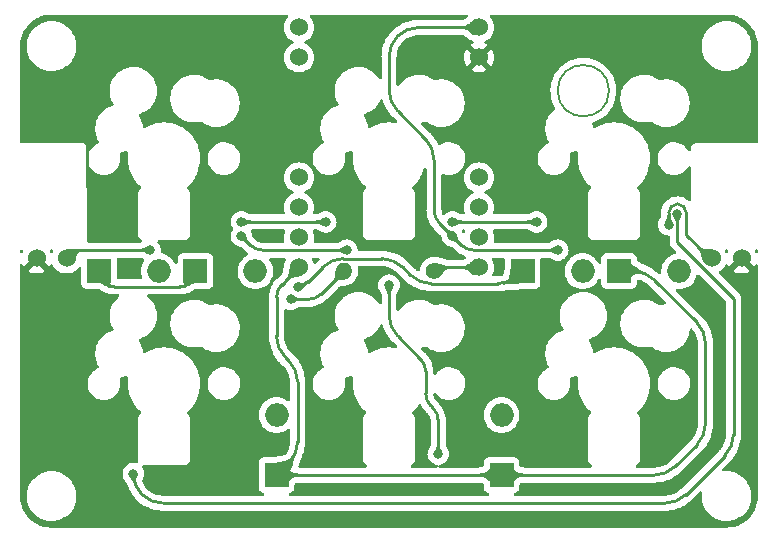
<source format=gtl>
%TF.GenerationSoftware,KiCad,Pcbnew,(6.0.2)*%
%TF.CreationDate,2022-08-23T14:49:27-07:00*%
%TF.ProjectId,minipad,6d696e69-7061-4642-9e6b-696361645f70,rev?*%
%TF.SameCoordinates,Original*%
%TF.FileFunction,Copper,L1,Top*%
%TF.FilePolarity,Positive*%
%FSLAX46Y46*%
G04 Gerber Fmt 4.6, Leading zero omitted, Abs format (unit mm)*
G04 Created by KiCad (PCBNEW (6.0.2)) date 2022-08-23 14:49:27*
%MOMM*%
%LPD*%
G01*
G04 APERTURE LIST*
%TA.AperFunction,NonConductor*%
%ADD10C,0.200000*%
%TD*%
%TA.AperFunction,ComponentPad*%
%ADD11R,2.000000X2.000000*%
%TD*%
%TA.AperFunction,ComponentPad*%
%ADD12O,2.000000X2.000000*%
%TD*%
%TA.AperFunction,ComponentPad*%
%ADD13C,1.524000*%
%TD*%
%TA.AperFunction,ComponentPad*%
%ADD14C,1.400000*%
%TD*%
%TA.AperFunction,ComponentPad*%
%ADD15O,1.400000X1.400000*%
%TD*%
%TA.AperFunction,ViaPad*%
%ADD16C,0.800000*%
%TD*%
%TA.AperFunction,Conductor*%
%ADD17C,0.250000*%
%TD*%
G04 APERTURE END LIST*
D10*
X243655000Y-125811303D02*
G75*
G03*
X243655000Y-125811303I-2175000J0D01*
G01*
D11*
%TO.P,D4,1,K*%
%TO.N,Net-(D4-Pad1)*%
X215503306Y-158353258D03*
D12*
%TO.P,D4,2,A*%
%TO.N,Net-(D4-Pad2)*%
X215503306Y-153273258D03*
%TD*%
D11*
%TO.P,D5,1,K*%
%TO.N,Net-(D4-Pad1)*%
X234553322Y-158353258D03*
D12*
%TO.P,D5,2,A*%
%TO.N,Net-(D5-Pad2)*%
X234553322Y-153273258D03*
%TD*%
D13*
%TO.P,C2,1*%
%TO.N,Net-(C1-Pad1)*%
X197723290Y-140015364D03*
%TO.P,C2,2*%
%TO.N,GND*%
X195183290Y-140015364D03*
%TD*%
D11*
%TO.P,D3,1,K*%
%TO.N,Net-(D1-Pad1)*%
X236339261Y-141089181D03*
D12*
%TO.P,D3,2,A*%
%TO.N,Net-(D3-Pad2)*%
X241419261Y-141089181D03*
%TD*%
D11*
%TO.P,D1,1,K*%
%TO.N,Net-(D1-Pad1)*%
X200461733Y-141089181D03*
D12*
%TO.P,D1,2,A*%
%TO.N,Net-(D1-Pad2)*%
X205541733Y-141089181D03*
%TD*%
D11*
%TO.P,D6,1,K*%
%TO.N,Net-(D4-Pad1)*%
X244514895Y-141089181D03*
D12*
%TO.P,D6,2,A*%
%TO.N,Net-(D6-Pad2)*%
X249594895Y-141089181D03*
%TD*%
D14*
%TO.P,R1,1*%
%TO.N,Net-(R1-Pad1)*%
X228838314Y-141089181D03*
D15*
%TO.P,R1,2*%
%TO.N,Net-(R1-Pad2)*%
X221218314Y-141089181D03*
%TD*%
D11*
%TO.P,D2,1,K*%
%TO.N,Net-(D1-Pad1)*%
X208637367Y-141089181D03*
D12*
%TO.P,D2,2,A*%
%TO.N,Net-(D2-Pad2)*%
X213717367Y-141089181D03*
%TD*%
D13*
%TO.P,U1,1,5V*%
%TO.N,Net-(C1-Pad1)*%
X232648314Y-120454165D03*
%TO.P,U1,2,GND*%
%TO.N,GND*%
X232648314Y-122994165D03*
%TO.P,U1,6,GP27*%
%TO.N,unconnected-(U1-Pad6)*%
X232648314Y-133154165D03*
%TO.P,U1,7,GP26*%
%TO.N,Net-(SW3-Pad2)*%
X232648314Y-135694165D03*
%TO.P,U1,8,GP15*%
%TO.N,unconnected-(U1-Pad8)*%
X232648314Y-138234165D03*
%TO.P,U1,9,GP14*%
%TO.N,Net-(R1-Pad1)*%
X232648314Y-140774165D03*
%TO.P,U1,15,GP8*%
%TO.N,Net-(D4-Pad1)*%
X217408314Y-140774165D03*
%TO.P,U1,16,GP7*%
%TO.N,Net-(D1-Pad1)*%
X217408314Y-138234165D03*
%TO.P,U1,17,GP6*%
%TO.N,unconnected-(U1-Pad17)*%
X217408314Y-135694165D03*
%TO.P,U1,18,GP5*%
%TO.N,Net-(SW2-Pad2)*%
X217408314Y-133154165D03*
%TO.P,U1,22,GP1*%
%TO.N,unconnected-(U1-Pad22)*%
X217408314Y-122994165D03*
%TO.P,U1,23,GP0*%
%TO.N,Net-(SW1-Pad2)*%
X217408314Y-120454165D03*
%TD*%
%TO.P,C1,1*%
%TO.N,Net-(C1-Pad1)*%
X252333338Y-140015364D03*
%TO.P,C1,2*%
%TO.N,GND*%
X254873338Y-140015364D03*
%TD*%
D16*
%TO.N,Net-(D1-Pad1)*%
X217289245Y-142413692D03*
%TO.N,GND*%
X248840834Y-155972006D03*
X200620481Y-135136051D03*
X230386131Y-122039165D03*
X200620481Y-157162632D03*
X219670497Y-122039165D03*
X237529887Y-135136051D03*
X211931428Y-153590754D03*
X229195505Y-139303242D03*
X219670497Y-135136051D03*
X212526741Y-135136051D03*
X237529887Y-154186067D03*
%TO.N,Net-(SW1-Pad5)*%
X219670497Y-136921990D03*
X212526741Y-136921990D03*
%TO.N,Net-(SW2-Pad5)*%
X237529887Y-136921990D03*
X230386131Y-136921990D03*
%TO.N,Net-(SW3-Pad5)*%
X203378298Y-158234510D03*
X249436147Y-136226677D03*
%TO.N,Net-(C1-Pad1)*%
X212526741Y-138112616D03*
X225028314Y-142279807D03*
X230386131Y-138112616D03*
X221456436Y-139303242D03*
X239315826Y-139303242D03*
X229195505Y-156567319D03*
X204787672Y-139303242D03*
X248711647Y-137160000D03*
%TO.N,Net-(R1-Pad2)*%
X216690821Y-143469801D03*
%TD*%
D17*
%TO.N,Net-(D1-Pad1)*%
X221169584Y-140030315D02*
X224420631Y-140030315D01*
X218190013Y-141974352D02*
X219401817Y-140762548D01*
X207312856Y-142413692D02*
X201786244Y-142413692D01*
X226188398Y-140762548D02*
X226843398Y-141417548D01*
X228611165Y-142149781D02*
X234243127Y-142149781D01*
X217289245Y-142413692D02*
X217328247Y-142374690D01*
X217328247Y-142374690D02*
X217480108Y-142374690D01*
X226188398Y-140762548D02*
G75*
G03*
X224420631Y-140030315I-1767765J-1767764D01*
G01*
X221169584Y-140030316D02*
G75*
G03*
X219401817Y-140762548I-2J-2499996D01*
G01*
X200461733Y-141089181D02*
G75*
G03*
X201786244Y-142413692I1324510J-1D01*
G01*
X236010894Y-141417548D02*
G75*
G02*
X234243127Y-142149781I-1767765J1767764D01*
G01*
X228611165Y-142149780D02*
G75*
G02*
X226843398Y-141417548I-2J2499996D01*
G01*
X218190012Y-141974351D02*
G75*
G02*
X217480108Y-142374689I-1081492J1088179D01*
G01*
X207312856Y-142413692D02*
G75*
G03*
X208637367Y-141089181I1J1324510D01*
G01*
%TO.N,Net-(D4-Pad1)*%
X215503306Y-146602090D02*
X215503306Y-143300493D01*
X215503306Y-158353258D02*
X216557012Y-157299552D01*
X251085166Y-145436948D02*
X247469632Y-141821414D01*
X216557012Y-148691330D02*
X216235539Y-148369857D01*
X234553322Y-158353258D02*
X247501208Y-158353258D01*
X245701865Y-141089181D02*
X244514895Y-141089181D01*
X249268975Y-157621025D02*
X251085166Y-155804834D01*
X217289245Y-155531785D02*
X217289245Y-150459097D01*
X215503306Y-158353258D02*
X234553322Y-158353258D01*
X251817399Y-154037067D02*
X251817399Y-147204715D01*
X215942646Y-142239833D02*
X217408314Y-140774165D01*
X251085166Y-155804834D02*
G75*
G03*
X251817399Y-154037067I-1767764J1767765D01*
G01*
X251085166Y-145436948D02*
G75*
G02*
X251817399Y-147204715I-1767764J-1767765D01*
G01*
X215503307Y-143300493D02*
G75*
G02*
X215942647Y-142239834I1500001J-1D01*
G01*
X216557012Y-148691330D02*
G75*
G02*
X217289245Y-150459097I-1767764J-1767765D01*
G01*
X215503307Y-146602090D02*
G75*
G03*
X216235539Y-148369857I2499996J-2D01*
G01*
X249268975Y-157621025D02*
G75*
G02*
X247501208Y-158353258I-1767765J1767764D01*
G01*
X217289244Y-155531785D02*
G75*
G02*
X216557012Y-157299552I-2499996J-2D01*
G01*
X245701865Y-141089182D02*
G75*
G02*
X247469632Y-141821414I2J-2499996D01*
G01*
%TO.N,GND*%
X199429855Y-133945425D02*
X199429855Y-129778234D01*
%TO.N,Net-(SW1-Pad5)*%
X212526741Y-136921990D02*
X219670497Y-136921990D01*
%TO.N,Net-(SW2-Pad5)*%
X230386131Y-136921990D02*
X237529887Y-136921990D01*
%TO.N,Net-(SW3-Pad5)*%
X249436147Y-138654733D02*
X254198651Y-143417237D01*
X253466418Y-156704239D02*
X250168380Y-160002277D01*
X248400613Y-160734510D02*
X205878298Y-160734510D01*
X254198651Y-143417237D02*
X254198651Y-154936472D01*
X249436147Y-136326677D02*
X249436147Y-138654733D01*
X253466418Y-156704239D02*
G75*
G03*
X254198651Y-154936472I-1767764J1767765D01*
G01*
X203378298Y-158234510D02*
G75*
G03*
X205878298Y-160734510I2500000J0D01*
G01*
X248400613Y-160734509D02*
G75*
G03*
X250168380Y-160002277I2J2499996D01*
G01*
%TO.N,Net-(C1-Pad1)*%
X230386131Y-138112616D02*
X231154851Y-138881336D01*
X232215511Y-139320676D02*
X239298392Y-139320676D01*
X225028314Y-144816151D02*
X225028314Y-142279807D01*
X227528314Y-120454165D02*
X232648314Y-120454165D01*
X228838314Y-131647203D02*
X228838314Y-135943479D01*
X250190000Y-138008830D02*
X250190000Y-136141166D01*
X228106081Y-129879436D02*
X225760547Y-127533902D01*
X248711647Y-137160000D02*
X248711647Y-136141166D01*
X225760547Y-146583918D02*
X227687220Y-148510591D01*
X198860549Y-139303242D02*
X204787672Y-139303242D01*
X225028314Y-125766135D02*
X225028314Y-122954165D01*
X221439002Y-139320676D02*
X214356121Y-139320676D01*
X229195505Y-156567319D02*
X229195505Y-153746246D01*
X213295461Y-138881336D02*
X212526741Y-138112616D01*
X229277654Y-137004139D02*
X230386131Y-138112616D01*
X228756165Y-152685586D02*
X228565900Y-152495321D01*
X252196534Y-140015364D02*
X250190000Y-138008830D01*
X228126560Y-151434661D02*
X228126560Y-149571251D01*
X227528314Y-120454165D02*
G75*
G03*
X225028314Y-122954165I0J-2500000D01*
G01*
X228106081Y-129879436D02*
G75*
G02*
X228838314Y-131647203I-1767764J-1767765D01*
G01*
X228756165Y-152685586D02*
G75*
G02*
X229195505Y-153746246I-1060662J-1060661D01*
G01*
X229277654Y-137004139D02*
G75*
G02*
X228838314Y-135943479I1060662J1060661D01*
G01*
X225760547Y-146583918D02*
G75*
G02*
X225028314Y-144816151I1767764J1767765D01*
G01*
X228126561Y-151434661D02*
G75*
G03*
X228565901Y-152495320I1500001J1D01*
G01*
X228126559Y-149571251D02*
G75*
G03*
X227687219Y-148510592I-1500001J-1D01*
G01*
X197799889Y-139742582D02*
G75*
G02*
X198860549Y-139303242I1060661J-1060662D01*
G01*
X249450647Y-135402166D02*
G75*
G03*
X248711647Y-136141166I0J-739000D01*
G01*
X231154851Y-138881336D02*
G75*
G03*
X232215511Y-139320676I1060661J1060662D01*
G01*
X249451000Y-135402166D02*
G75*
G02*
X250190000Y-136141166I0J-739000D01*
G01*
X213295461Y-138881336D02*
G75*
G03*
X214356121Y-139320676I1060661J1060662D01*
G01*
X225028315Y-125766135D02*
G75*
G03*
X225760547Y-127533902I2499996J-2D01*
G01*
%TO.N,Net-(R1-Pad1)*%
X228838314Y-140774165D02*
X232648314Y-140774165D01*
%TO.N,Net-(R1-Pad2)*%
X221218314Y-141089181D02*
X219277034Y-143030461D01*
X218216374Y-143469801D02*
X216690821Y-143469801D01*
X219277034Y-143030461D02*
G75*
G02*
X218216374Y-143469801I-1060661J1060662D01*
G01*
%TD*%
%TA.AperFunction,Conductor*%
%TO.N,Net-(D1-Pad1)*%
G36*
X200295627Y-140632673D02*
G01*
X201451296Y-141159121D01*
X201457404Y-141165669D01*
X201458071Y-141171089D01*
X201441550Y-141316523D01*
X201441468Y-141317114D01*
X201415886Y-141471530D01*
X201415860Y-141471679D01*
X201388745Y-141623200D01*
X201366739Y-141767995D01*
X201356485Y-141902269D01*
X201364607Y-142022326D01*
X201397731Y-142124471D01*
X201398397Y-142125300D01*
X201398398Y-142125301D01*
X201461740Y-142204089D01*
X201462479Y-142205008D01*
X201463518Y-142205565D01*
X201463519Y-142205566D01*
X201516312Y-142233876D01*
X201565478Y-142260241D01*
X201566391Y-142260403D01*
X201566394Y-142260404D01*
X201651527Y-142275507D01*
X201703084Y-142284654D01*
X201710630Y-142289473D01*
X201712717Y-142296885D01*
X201698912Y-142523671D01*
X201694989Y-142531721D01*
X201685881Y-142534582D01*
X201512472Y-142514395D01*
X201511050Y-142514139D01*
X201359174Y-142477057D01*
X201357749Y-142476611D01*
X201231143Y-142427917D01*
X201229968Y-142427389D01*
X201120721Y-142370887D01*
X201120023Y-142370496D01*
X201020204Y-142309884D01*
X201020109Y-142309825D01*
X200922524Y-142249289D01*
X200922516Y-142249284D01*
X200922401Y-142249213D01*
X200842808Y-142205566D01*
X200819527Y-142192799D01*
X200819522Y-142192797D01*
X200819262Y-142192654D01*
X200703099Y-142144175D01*
X200566229Y-142107744D01*
X200565842Y-142107696D01*
X200565836Y-142107695D01*
X200410392Y-142088496D01*
X200402601Y-142084081D01*
X200400167Y-142077868D01*
X200279118Y-140644304D01*
X200281837Y-140635772D01*
X200289793Y-140631661D01*
X200295627Y-140632673D01*
G37*
%TD.AperFunction*%
%TD*%
%TA.AperFunction,Conductor*%
%TO.N,Net-(SW1-Pad5)*%
G36*
X212708549Y-136565871D02*
G01*
X212763569Y-136594517D01*
X212770746Y-136598253D01*
X212771275Y-136598546D01*
X212830679Y-136633486D01*
X212830955Y-136633656D01*
X212883550Y-136666871D01*
X212883552Y-136666874D01*
X212883553Y-136666873D01*
X212932381Y-136697728D01*
X212980388Y-136725513D01*
X212980590Y-136725610D01*
X212980596Y-136725613D01*
X213010974Y-136740172D01*
X213030676Y-136749615D01*
X213086351Y-136769425D01*
X213086672Y-136769499D01*
X213086670Y-136769499D01*
X213150216Y-136784261D01*
X213150219Y-136784261D01*
X213150518Y-136784331D01*
X213150827Y-136784369D01*
X213150831Y-136784370D01*
X213194854Y-136789827D01*
X213226279Y-136793723D01*
X213272809Y-136795403D01*
X213305463Y-136796583D01*
X213313607Y-136800306D01*
X213316741Y-136808275D01*
X213316741Y-137035705D01*
X213313314Y-137043978D01*
X213305463Y-137047397D01*
X213282282Y-137048234D01*
X213226279Y-137050256D01*
X213194854Y-137054152D01*
X213150831Y-137059609D01*
X213150827Y-137059610D01*
X213150518Y-137059648D01*
X213150219Y-137059718D01*
X213150216Y-137059718D01*
X213112183Y-137068553D01*
X213086351Y-137074554D01*
X213030676Y-137094364D01*
X213030401Y-137094496D01*
X212980596Y-137118366D01*
X212980590Y-137118369D01*
X212980388Y-137118466D01*
X212932381Y-137146251D01*
X212883553Y-137177106D01*
X212830955Y-137210323D01*
X212830679Y-137210493D01*
X212780001Y-137240301D01*
X212771275Y-137245433D01*
X212770746Y-137245726D01*
X212708550Y-137278109D01*
X212699630Y-137278890D01*
X212695039Y-137276165D01*
X212335510Y-136930423D01*
X212331922Y-136922219D01*
X212335510Y-136913557D01*
X212695038Y-136567816D01*
X212703377Y-136564551D01*
X212708549Y-136565871D01*
G37*
%TD.AperFunction*%
%TD*%
%TA.AperFunction,Conductor*%
%TO.N,Net-(R1-Pad1)*%
G36*
X228895955Y-140391746D02*
G01*
X229001294Y-140396435D01*
X229002429Y-140396541D01*
X229103220Y-140410947D01*
X229139550Y-140416140D01*
X229140645Y-140416351D01*
X229201857Y-140431220D01*
X229259522Y-140445229D01*
X229260387Y-140445474D01*
X229368193Y-140480624D01*
X229368627Y-140480775D01*
X229472380Y-140519173D01*
X229578663Y-140557592D01*
X229578670Y-140557594D01*
X229578824Y-140557650D01*
X229615361Y-140568800D01*
X229694467Y-140592940D01*
X229694475Y-140592942D01*
X229694691Y-140593008D01*
X229754712Y-140606224D01*
X229826678Y-140622071D01*
X229826688Y-140622073D01*
X229826930Y-140622126D01*
X229827178Y-140622158D01*
X229827181Y-140622158D01*
X229973458Y-140640738D01*
X229982488Y-140641885D01*
X229982731Y-140641895D01*
X229982737Y-140641895D01*
X230157072Y-140648725D01*
X230165205Y-140652473D01*
X230168314Y-140660416D01*
X230168314Y-140888135D01*
X230164887Y-140896408D01*
X230157304Y-140899815D01*
X230141621Y-140900741D01*
X230033377Y-140907132D01*
X229922908Y-140930237D01*
X229922418Y-140930438D01*
X229922414Y-140930439D01*
X229833060Y-140967056D01*
X229832516Y-140967279D01*
X229757809Y-141017062D01*
X229694393Y-141078387D01*
X229637878Y-141150056D01*
X229583871Y-141230870D01*
X229583839Y-141230921D01*
X229528038Y-141319537D01*
X229527943Y-141319685D01*
X229465962Y-141414910D01*
X229465654Y-141415360D01*
X229397904Y-141509367D01*
X229390288Y-141514074D01*
X229384932Y-141513695D01*
X228762393Y-141319631D01*
X228536990Y-141249366D01*
X228530112Y-141243632D01*
X228529483Y-141234180D01*
X228835371Y-140397234D01*
X228841430Y-140390640D01*
X228846879Y-140389562D01*
X228895955Y-140391746D01*
G37*
%TD.AperFunction*%
%TD*%
%TA.AperFunction,Conductor*%
%TO.N,Net-(D4-Pad1)*%
G36*
X217000194Y-156428736D02*
G01*
X217210901Y-156514215D01*
X217217278Y-156520500D01*
X217217362Y-156529410D01*
X217104126Y-156811832D01*
X217007475Y-157059968D01*
X217007475Y-157059969D01*
X217007460Y-157060008D01*
X217007458Y-157060014D01*
X216993261Y-157097803D01*
X216927249Y-157273504D01*
X216858952Y-157462939D01*
X216798088Y-157638772D01*
X216740163Y-157811505D01*
X216680679Y-157991637D01*
X216615141Y-158189669D01*
X216539054Y-158416101D01*
X216447922Y-158681433D01*
X215205788Y-158705716D01*
X215161918Y-158706573D01*
X215153579Y-158703308D01*
X215149991Y-158694646D01*
X215153787Y-158500458D01*
X215153835Y-158498014D01*
X215174964Y-157417183D01*
X215178552Y-157408979D01*
X215183317Y-157406200D01*
X215424928Y-157334126D01*
X215425766Y-157333910D01*
X215658039Y-157282963D01*
X215658504Y-157282871D01*
X215874675Y-157244558D01*
X216075142Y-157208158D01*
X216075140Y-157208158D01*
X216075313Y-157208127D01*
X216075472Y-157208088D01*
X216075487Y-157208085D01*
X216260571Y-157162901D01*
X216260576Y-157162899D01*
X216260930Y-157162813D01*
X216261272Y-157162683D01*
X216261276Y-157162682D01*
X216431784Y-157097991D01*
X216432280Y-157097803D01*
X216590114Y-157002289D01*
X216735183Y-156865459D01*
X216868240Y-156676504D01*
X216868450Y-156676070D01*
X216985264Y-156434485D01*
X216991950Y-156428528D01*
X217000194Y-156428736D01*
G37*
%TD.AperFunction*%
%TD*%
%TA.AperFunction,Conductor*%
%TO.N,Net-(D4-Pad1)*%
G36*
X234123628Y-157459216D02*
G01*
X234551643Y-157870818D01*
X234551645Y-157870819D01*
X235053322Y-158353258D01*
X234553322Y-158834084D01*
X234551730Y-158835615D01*
X234123628Y-159247300D01*
X234115289Y-159250565D01*
X234109896Y-159249128D01*
X234065961Y-159225054D01*
X233929653Y-159150364D01*
X233928691Y-159149774D01*
X233773730Y-159044174D01*
X233773023Y-159043652D01*
X233640783Y-158938158D01*
X233640454Y-158937887D01*
X233521442Y-158835637D01*
X233406431Y-158740045D01*
X233406250Y-158739916D01*
X233286438Y-158654725D01*
X233286433Y-158654722D01*
X233286135Y-158654510D01*
X233227842Y-158623333D01*
X233151517Y-158582512D01*
X233151512Y-158582510D01*
X233151116Y-158582298D01*
X233039338Y-158543240D01*
X232992364Y-158526825D01*
X232992361Y-158526824D01*
X232991934Y-158526675D01*
X232991494Y-158526593D01*
X232991489Y-158526592D01*
X232833295Y-158497241D01*
X232799149Y-158490906D01*
X232574395Y-158478852D01*
X232566318Y-158474987D01*
X232563322Y-158467169D01*
X232563322Y-158239347D01*
X232566749Y-158231074D01*
X232574395Y-158227664D01*
X232799149Y-158215609D01*
X232833295Y-158209274D01*
X232991489Y-158179923D01*
X232991494Y-158179922D01*
X232991934Y-158179840D01*
X232992361Y-158179691D01*
X232992364Y-158179690D01*
X233039338Y-158163275D01*
X233151116Y-158124217D01*
X233151512Y-158124005D01*
X233151517Y-158124003D01*
X233227842Y-158083182D01*
X233286135Y-158052005D01*
X233286433Y-158051793D01*
X233286438Y-158051790D01*
X233406250Y-157966599D01*
X233406255Y-157966595D01*
X233406431Y-157966470D01*
X233521442Y-157870878D01*
X233640459Y-157768624D01*
X233640783Y-157768357D01*
X233773023Y-157662863D01*
X233773730Y-157662341D01*
X233928691Y-157556741D01*
X233929653Y-157556151D01*
X234109896Y-157457388D01*
X234118798Y-157456418D01*
X234123628Y-157459216D01*
G37*
%TD.AperFunction*%
%TD*%
%TA.AperFunction,Conductor*%
%TO.N,Net-(SW1-Pad5)*%
G36*
X219502200Y-136567816D02*
G01*
X219861728Y-136913557D01*
X219865316Y-136921761D01*
X219861728Y-136930423D01*
X219502200Y-137276164D01*
X219493862Y-137279429D01*
X219488688Y-137278109D01*
X219426491Y-137245726D01*
X219425962Y-137245433D01*
X219417236Y-137240301D01*
X219366558Y-137210493D01*
X219366282Y-137210323D01*
X219313687Y-137177108D01*
X219313685Y-137177105D01*
X219313684Y-137177106D01*
X219264934Y-137146300D01*
X219264924Y-137146294D01*
X219264856Y-137146251D01*
X219216849Y-137118466D01*
X219216647Y-137118369D01*
X219216641Y-137118366D01*
X219166836Y-137094496D01*
X219166561Y-137094364D01*
X219110886Y-137074554D01*
X219085054Y-137068553D01*
X219047021Y-137059718D01*
X219047018Y-137059718D01*
X219046719Y-137059648D01*
X219046410Y-137059610D01*
X219046406Y-137059609D01*
X219002383Y-137054152D01*
X218970958Y-137050256D01*
X218915367Y-137048249D01*
X218891775Y-137047397D01*
X218883631Y-137043674D01*
X218880497Y-137035705D01*
X218880497Y-136808275D01*
X218883924Y-136800002D01*
X218891775Y-136796583D01*
X218924709Y-136795393D01*
X218970958Y-136793723D01*
X219002383Y-136789827D01*
X219046406Y-136784370D01*
X219046410Y-136784369D01*
X219046719Y-136784331D01*
X219047018Y-136784261D01*
X219047021Y-136784261D01*
X219110567Y-136769499D01*
X219110565Y-136769499D01*
X219110886Y-136769425D01*
X219166561Y-136749615D01*
X219186263Y-136740172D01*
X219216641Y-136725613D01*
X219216647Y-136725610D01*
X219216849Y-136725513D01*
X219264856Y-136697728D01*
X219313684Y-136666873D01*
X219366282Y-136633656D01*
X219366558Y-136633486D01*
X219425962Y-136598546D01*
X219426491Y-136598253D01*
X219434376Y-136594148D01*
X219488688Y-136565871D01*
X219497608Y-136565090D01*
X219502200Y-136567816D01*
G37*
%TD.AperFunction*%
%TD*%
%TA.AperFunction,Conductor*%
%TO.N,Net-(C1-Pad1)*%
G36*
X229924168Y-137473301D02*
G01*
X229954943Y-137501930D01*
X229982181Y-137527269D01*
X229982367Y-137527414D01*
X229982374Y-137527420D01*
X230042150Y-137574011D01*
X230042155Y-137574014D01*
X230042393Y-137574200D01*
X230042654Y-137574363D01*
X230042656Y-137574364D01*
X230098021Y-137608855D01*
X230098028Y-137608859D01*
X230098306Y-137609032D01*
X230151681Y-137634393D01*
X230151967Y-137634494D01*
X230151975Y-137634497D01*
X230204062Y-137652831D01*
X230204284Y-137652909D01*
X230257876Y-137667208D01*
X230314216Y-137679915D01*
X230314220Y-137679918D01*
X230314220Y-137679916D01*
X230374928Y-137693628D01*
X230375287Y-137693716D01*
X230441912Y-137710991D01*
X230442493Y-137711157D01*
X230509385Y-137732243D01*
X230516245Y-137737999D01*
X230517565Y-137743173D01*
X230527552Y-138254037D01*
X230120699Y-138246084D01*
X230016688Y-138244050D01*
X230008484Y-138240462D01*
X230005758Y-138235870D01*
X229984672Y-138168978D01*
X229984506Y-138168397D01*
X229967231Y-138101772D01*
X229967143Y-138101413D01*
X229953431Y-138040705D01*
X229953432Y-138040705D01*
X229953430Y-138040701D01*
X229940754Y-137984499D01*
X229940723Y-137984361D01*
X229926424Y-137930769D01*
X229926346Y-137930547D01*
X229908012Y-137878460D01*
X229908009Y-137878452D01*
X229907908Y-137878166D01*
X229882547Y-137824791D01*
X229882374Y-137824513D01*
X229882370Y-137824506D01*
X229847879Y-137769141D01*
X229847878Y-137769139D01*
X229847715Y-137768878D01*
X229823647Y-137737999D01*
X229800935Y-137708859D01*
X229800929Y-137708852D01*
X229800784Y-137708666D01*
X229762216Y-137667208D01*
X229746816Y-137650653D01*
X229743690Y-137642262D01*
X229747109Y-137634411D01*
X229907926Y-137473594D01*
X229916199Y-137470167D01*
X229924168Y-137473301D01*
G37*
%TD.AperFunction*%
%TD*%
%TA.AperFunction,Conductor*%
%TO.N,Net-(C1-Pad1)*%
G36*
X229317493Y-155780746D02*
G01*
X229320912Y-155788597D01*
X229323771Y-155867780D01*
X229333163Y-155943541D01*
X229348069Y-156007708D01*
X229367879Y-156063383D01*
X229391981Y-156113671D01*
X229419766Y-156161678D01*
X229419809Y-156161746D01*
X229419815Y-156161756D01*
X229450621Y-156210506D01*
X229450623Y-156210509D01*
X229483825Y-156263082D01*
X229484018Y-156263397D01*
X229518948Y-156322784D01*
X229519241Y-156323313D01*
X229551624Y-156385510D01*
X229552405Y-156394431D01*
X229549680Y-156399021D01*
X229203938Y-156758550D01*
X229195734Y-156762138D01*
X229187072Y-156758550D01*
X228841331Y-156399022D01*
X228838066Y-156390683D01*
X228839386Y-156385509D01*
X228871768Y-156323313D01*
X228872061Y-156322784D01*
X228906991Y-156263397D01*
X228907184Y-156263082D01*
X228940386Y-156210509D01*
X228940389Y-156210507D01*
X228940388Y-156210506D01*
X228971194Y-156161756D01*
X228971200Y-156161746D01*
X228971243Y-156161678D01*
X228999028Y-156113671D01*
X229023130Y-156063383D01*
X229042940Y-156007708D01*
X229057846Y-155943541D01*
X229067238Y-155867780D01*
X229070098Y-155788597D01*
X229073821Y-155780453D01*
X229081790Y-155777319D01*
X229309220Y-155777319D01*
X229317493Y-155780746D01*
G37*
%TD.AperFunction*%
%TD*%
%TA.AperFunction,Conductor*%
%TO.N,Net-(SW2-Pad5)*%
G36*
X237361590Y-136567816D02*
G01*
X237721118Y-136913557D01*
X237724706Y-136921761D01*
X237721118Y-136930423D01*
X237361590Y-137276164D01*
X237353252Y-137279429D01*
X237348078Y-137278109D01*
X237285881Y-137245726D01*
X237285352Y-137245433D01*
X237276626Y-137240301D01*
X237225948Y-137210493D01*
X237225672Y-137210323D01*
X237173077Y-137177108D01*
X237173075Y-137177105D01*
X237173074Y-137177106D01*
X237124324Y-137146300D01*
X237124314Y-137146294D01*
X237124246Y-137146251D01*
X237076239Y-137118466D01*
X237076037Y-137118369D01*
X237076031Y-137118366D01*
X237026226Y-137094496D01*
X237025951Y-137094364D01*
X236970276Y-137074554D01*
X236944444Y-137068553D01*
X236906411Y-137059718D01*
X236906408Y-137059718D01*
X236906109Y-137059648D01*
X236905800Y-137059610D01*
X236905796Y-137059609D01*
X236861773Y-137054152D01*
X236830348Y-137050256D01*
X236774757Y-137048249D01*
X236751165Y-137047397D01*
X236743021Y-137043674D01*
X236739887Y-137035705D01*
X236739887Y-136808275D01*
X236743314Y-136800002D01*
X236751165Y-136796583D01*
X236784099Y-136795393D01*
X236830348Y-136793723D01*
X236861773Y-136789827D01*
X236905796Y-136784370D01*
X236905800Y-136784369D01*
X236906109Y-136784331D01*
X236906408Y-136784261D01*
X236906411Y-136784261D01*
X236969957Y-136769499D01*
X236969955Y-136769499D01*
X236970276Y-136769425D01*
X237025951Y-136749615D01*
X237045653Y-136740172D01*
X237076031Y-136725613D01*
X237076037Y-136725610D01*
X237076239Y-136725513D01*
X237124246Y-136697728D01*
X237173074Y-136666873D01*
X237225672Y-136633656D01*
X237225948Y-136633486D01*
X237285352Y-136598546D01*
X237285881Y-136598253D01*
X237293766Y-136594148D01*
X237348078Y-136565871D01*
X237356998Y-136565090D01*
X237361590Y-136567816D01*
G37*
%TD.AperFunction*%
%TD*%
%TA.AperFunction,Conductor*%
%TO.N,Net-(R1-Pad2)*%
G36*
X221461975Y-140845197D02*
G01*
X221465563Y-140853859D01*
X221448203Y-141741871D01*
X221444615Y-141750075D01*
X221439848Y-141752854D01*
X221307826Y-141792236D01*
X221306875Y-141792476D01*
X221181478Y-141818587D01*
X221180762Y-141818712D01*
X221066380Y-141835051D01*
X221066142Y-141835082D01*
X220959723Y-141847395D01*
X220858442Y-141861443D01*
X220858208Y-141861494D01*
X220858202Y-141861495D01*
X220759706Y-141882933D01*
X220759699Y-141882935D01*
X220759359Y-141883009D01*
X220659416Y-141917894D01*
X220555553Y-141971895D01*
X220555223Y-141972130D01*
X220555218Y-141972133D01*
X220444988Y-142050614D01*
X220444984Y-142050617D01*
X220444709Y-142050813D01*
X220332077Y-142152963D01*
X220323649Y-142155981D01*
X220315946Y-142152568D01*
X220154927Y-141991549D01*
X220151500Y-141983276D01*
X220154532Y-141975417D01*
X220256681Y-141862785D01*
X220256880Y-141862506D01*
X220335361Y-141752276D01*
X220335364Y-141752271D01*
X220335599Y-141751941D01*
X220389600Y-141648078D01*
X220424485Y-141548135D01*
X220446051Y-141449052D01*
X220460099Y-141347771D01*
X220472412Y-141241352D01*
X220472443Y-141241114D01*
X220488782Y-141126732D01*
X220488908Y-141126011D01*
X220515016Y-141000627D01*
X220515258Y-140999667D01*
X220554641Y-140867645D01*
X220560290Y-140860697D01*
X220565624Y-140859292D01*
X220683466Y-140856988D01*
X221453636Y-140841932D01*
X221461975Y-140845197D01*
G37*
%TD.AperFunction*%
%TD*%
%TA.AperFunction,Conductor*%
%TO.N,Net-(SW2-Pad5)*%
G36*
X230567939Y-136565871D02*
G01*
X230622959Y-136594517D01*
X230630136Y-136598253D01*
X230630665Y-136598546D01*
X230690069Y-136633486D01*
X230690345Y-136633656D01*
X230742940Y-136666871D01*
X230742942Y-136666874D01*
X230742943Y-136666873D01*
X230791771Y-136697728D01*
X230839778Y-136725513D01*
X230839980Y-136725610D01*
X230839986Y-136725613D01*
X230870364Y-136740172D01*
X230890066Y-136749615D01*
X230945741Y-136769425D01*
X230946062Y-136769499D01*
X230946060Y-136769499D01*
X231009606Y-136784261D01*
X231009609Y-136784261D01*
X231009908Y-136784331D01*
X231010217Y-136784369D01*
X231010221Y-136784370D01*
X231054244Y-136789827D01*
X231085669Y-136793723D01*
X231132199Y-136795403D01*
X231164853Y-136796583D01*
X231172997Y-136800306D01*
X231176131Y-136808275D01*
X231176131Y-137035705D01*
X231172704Y-137043978D01*
X231164853Y-137047397D01*
X231141672Y-137048234D01*
X231085669Y-137050256D01*
X231054244Y-137054152D01*
X231010221Y-137059609D01*
X231010217Y-137059610D01*
X231009908Y-137059648D01*
X231009609Y-137059718D01*
X231009606Y-137059718D01*
X230971573Y-137068553D01*
X230945741Y-137074554D01*
X230890066Y-137094364D01*
X230889791Y-137094496D01*
X230839986Y-137118366D01*
X230839980Y-137118369D01*
X230839778Y-137118466D01*
X230791771Y-137146251D01*
X230742943Y-137177106D01*
X230690345Y-137210323D01*
X230690069Y-137210493D01*
X230639391Y-137240301D01*
X230630665Y-137245433D01*
X230630136Y-137245726D01*
X230567940Y-137278109D01*
X230559020Y-137278890D01*
X230554429Y-137276165D01*
X230194900Y-136930423D01*
X230191312Y-136922219D01*
X230194900Y-136913557D01*
X230554428Y-136567816D01*
X230562767Y-136564551D01*
X230567939Y-136565871D01*
G37*
%TD.AperFunction*%
%TD*%
%TA.AperFunction,Conductor*%
%TO.N,Net-(C1-Pad1)*%
G36*
X221273133Y-138956570D02*
G01*
X221540379Y-139192427D01*
X221647131Y-139286641D01*
X221651066Y-139294684D01*
X221647852Y-139303492D01*
X221303423Y-139664297D01*
X221295232Y-139667915D01*
X221290023Y-139666825D01*
X221223588Y-139635902D01*
X221223071Y-139635646D01*
X221159910Y-139602366D01*
X221159592Y-139602192D01*
X221103681Y-139570481D01*
X221051869Y-139540971D01*
X221001076Y-139514354D01*
X220968759Y-139500258D01*
X220948325Y-139491345D01*
X220948320Y-139491343D01*
X220948063Y-139491231D01*
X220947805Y-139491147D01*
X220947797Y-139491144D01*
X220922914Y-139483046D01*
X220889588Y-139472201D01*
X220889292Y-139472138D01*
X220889289Y-139472137D01*
X220864695Y-139466889D01*
X220822413Y-139457865D01*
X220743298Y-139448823D01*
X220743051Y-139448815D01*
X220743041Y-139448814D01*
X220660312Y-139446053D01*
X220652157Y-139442353D01*
X220649002Y-139434360D01*
X220649002Y-139206971D01*
X220652429Y-139198698D01*
X220660289Y-139195278D01*
X220740290Y-139192459D01*
X220744401Y-139191959D01*
X220816536Y-139183189D01*
X220816544Y-139183188D01*
X220816845Y-139183151D01*
X220881731Y-139168265D01*
X220938017Y-139148316D01*
X220988768Y-139123815D01*
X221037052Y-139095278D01*
X221085935Y-139063216D01*
X221138367Y-139028224D01*
X221138599Y-139028073D01*
X221197549Y-138990714D01*
X221197999Y-138990443D01*
X221259579Y-138955188D01*
X221268460Y-138954052D01*
X221273133Y-138956570D01*
G37*
%TD.AperFunction*%
%TD*%
%TA.AperFunction,Conductor*%
%TO.N,Net-(D4-Pad1)*%
G36*
X234996748Y-157457388D02*
G01*
X235176990Y-157556151D01*
X235177952Y-157556741D01*
X235332913Y-157662341D01*
X235333620Y-157662863D01*
X235465860Y-157768357D01*
X235466184Y-157768624D01*
X235585201Y-157870878D01*
X235700212Y-157966470D01*
X235700388Y-157966595D01*
X235700393Y-157966599D01*
X235820205Y-158051790D01*
X235820210Y-158051793D01*
X235820508Y-158052005D01*
X235878801Y-158083182D01*
X235955126Y-158124003D01*
X235955131Y-158124005D01*
X235955527Y-158124217D01*
X236067305Y-158163275D01*
X236114279Y-158179690D01*
X236114282Y-158179691D01*
X236114709Y-158179840D01*
X236115149Y-158179922D01*
X236115154Y-158179923D01*
X236273348Y-158209274D01*
X236307494Y-158215609D01*
X236532249Y-158227664D01*
X236540326Y-158231529D01*
X236543322Y-158239347D01*
X236543322Y-158467169D01*
X236539895Y-158475442D01*
X236532249Y-158478852D01*
X236307494Y-158490906D01*
X236273348Y-158497241D01*
X236115154Y-158526592D01*
X236115149Y-158526593D01*
X236114709Y-158526675D01*
X236114282Y-158526824D01*
X236114279Y-158526825D01*
X236067305Y-158543240D01*
X235955527Y-158582298D01*
X235955131Y-158582510D01*
X235955126Y-158582512D01*
X235878801Y-158623333D01*
X235820508Y-158654510D01*
X235820210Y-158654722D01*
X235820205Y-158654725D01*
X235700393Y-158739916D01*
X235700212Y-158740045D01*
X235585201Y-158835637D01*
X235466189Y-158937887D01*
X235465860Y-158938158D01*
X235333620Y-159043652D01*
X235332913Y-159044174D01*
X235177952Y-159149774D01*
X235176990Y-159150364D01*
X235033180Y-159229165D01*
X234996748Y-159249128D01*
X234987846Y-159250098D01*
X234983016Y-159247300D01*
X234555001Y-158835698D01*
X234555000Y-158835698D01*
X234553322Y-158834084D01*
X234053322Y-158353258D01*
X234553322Y-157872432D01*
X234881602Y-157556741D01*
X234983016Y-157459216D01*
X234991355Y-157455951D01*
X234996748Y-157457388D01*
G37*
%TD.AperFunction*%
%TD*%
%TA.AperFunction,Conductor*%
%TO.N,Net-(D1-Pad1)*%
G36*
X208818970Y-140638470D02*
G01*
X208819982Y-140644304D01*
X208698933Y-142077868D01*
X208694822Y-142085824D01*
X208688708Y-142088496D01*
X208533263Y-142107695D01*
X208533257Y-142107696D01*
X208532870Y-142107744D01*
X208395999Y-142144175D01*
X208279837Y-142192654D01*
X208279577Y-142192797D01*
X208279572Y-142192799D01*
X208258984Y-142204089D01*
X208176697Y-142249213D01*
X208176582Y-142249284D01*
X208176574Y-142249289D01*
X208078989Y-142309825D01*
X208078894Y-142309884D01*
X207979076Y-142370496D01*
X207978378Y-142370887D01*
X207869131Y-142427389D01*
X207867956Y-142427917D01*
X207741349Y-142476611D01*
X207739924Y-142477057D01*
X207588048Y-142514139D01*
X207586626Y-142514395D01*
X207413218Y-142534582D01*
X207404604Y-142532134D01*
X207400187Y-142523671D01*
X207386382Y-142296885D01*
X207389299Y-142288419D01*
X207396015Y-142284654D01*
X207446281Y-142275736D01*
X207532704Y-142260404D01*
X207532707Y-142260403D01*
X207533620Y-142260241D01*
X207582786Y-142233876D01*
X207635579Y-142205566D01*
X207635580Y-142205565D01*
X207636619Y-142205008D01*
X207637358Y-142204089D01*
X207700700Y-142125301D01*
X207700701Y-142125300D01*
X207701367Y-142124471D01*
X207734491Y-142022326D01*
X207742614Y-141902269D01*
X207732360Y-141767995D01*
X207710354Y-141623200D01*
X207683239Y-141471679D01*
X207683213Y-141471530D01*
X207657631Y-141317115D01*
X207657549Y-141316524D01*
X207641029Y-141171089D01*
X207643500Y-141162481D01*
X207647804Y-141159121D01*
X208803473Y-140632673D01*
X208812422Y-140632362D01*
X208818970Y-140638470D01*
G37*
%TD.AperFunction*%
%TD*%
%TA.AperFunction,Conductor*%
%TO.N,Net-(C1-Pad1)*%
G36*
X212896184Y-137981182D02*
G01*
X212904388Y-137984770D01*
X212907114Y-137989363D01*
X212928199Y-138056253D01*
X212928365Y-138056833D01*
X212945640Y-138123459D01*
X212945728Y-138123818D01*
X212959440Y-138184526D01*
X212959439Y-138184526D01*
X212959441Y-138184530D01*
X212972148Y-138240870D01*
X212986447Y-138294462D01*
X212986524Y-138294681D01*
X212986525Y-138294684D01*
X213004859Y-138346771D01*
X213004862Y-138346779D01*
X213004963Y-138347065D01*
X213030324Y-138400440D01*
X213030497Y-138400718D01*
X213030501Y-138400725D01*
X213064992Y-138456090D01*
X213065156Y-138456353D01*
X213065342Y-138456591D01*
X213065345Y-138456596D01*
X213111936Y-138516372D01*
X213111942Y-138516379D01*
X213112087Y-138516565D01*
X213125995Y-138531515D01*
X213166056Y-138574579D01*
X213169182Y-138582970D01*
X213165763Y-138590821D01*
X213004946Y-138751638D01*
X212996673Y-138755065D01*
X212988704Y-138751931D01*
X212958059Y-138723423D01*
X212930690Y-138697962D01*
X212930504Y-138697817D01*
X212930497Y-138697811D01*
X212870721Y-138651220D01*
X212870716Y-138651217D01*
X212870478Y-138651031D01*
X212870215Y-138650867D01*
X212814850Y-138616376D01*
X212814843Y-138616372D01*
X212814565Y-138616199D01*
X212761190Y-138590838D01*
X212760904Y-138590737D01*
X212760896Y-138590734D01*
X212708809Y-138572400D01*
X212708806Y-138572399D01*
X212708587Y-138572322D01*
X212654995Y-138558023D01*
X212598655Y-138545316D01*
X212598651Y-138545313D01*
X212598651Y-138545315D01*
X212537943Y-138531603D01*
X212537584Y-138531515D01*
X212470958Y-138514240D01*
X212470378Y-138514074D01*
X212403488Y-138492989D01*
X212396627Y-138487233D01*
X212395307Y-138482059D01*
X212385558Y-137983360D01*
X212388823Y-137975021D01*
X212397485Y-137971433D01*
X212896184Y-137981182D01*
G37*
%TD.AperFunction*%
%TD*%
%TA.AperFunction,Conductor*%
%TO.N,Net-(C1-Pad1)*%
G36*
X230651563Y-137979148D02*
G01*
X230755574Y-137981182D01*
X230763778Y-137984770D01*
X230766504Y-137989363D01*
X230787589Y-138056253D01*
X230787755Y-138056833D01*
X230805030Y-138123459D01*
X230805118Y-138123818D01*
X230818830Y-138184526D01*
X230818829Y-138184526D01*
X230818831Y-138184530D01*
X230831538Y-138240870D01*
X230845837Y-138294462D01*
X230845914Y-138294681D01*
X230845915Y-138294684D01*
X230864249Y-138346771D01*
X230864252Y-138346779D01*
X230864353Y-138347065D01*
X230889714Y-138400440D01*
X230889887Y-138400718D01*
X230889891Y-138400725D01*
X230924382Y-138456090D01*
X230924546Y-138456353D01*
X230924732Y-138456591D01*
X230924735Y-138456596D01*
X230971326Y-138516372D01*
X230971332Y-138516379D01*
X230971477Y-138516565D01*
X230985385Y-138531515D01*
X231025446Y-138574579D01*
X231028572Y-138582970D01*
X231025153Y-138590821D01*
X230864336Y-138751638D01*
X230856063Y-138755065D01*
X230848094Y-138751931D01*
X230817449Y-138723423D01*
X230790080Y-138697962D01*
X230789894Y-138697817D01*
X230789887Y-138697811D01*
X230730111Y-138651220D01*
X230730106Y-138651217D01*
X230729868Y-138651031D01*
X230729605Y-138650867D01*
X230674240Y-138616376D01*
X230674233Y-138616372D01*
X230673955Y-138616199D01*
X230620580Y-138590838D01*
X230620294Y-138590737D01*
X230620286Y-138590734D01*
X230568199Y-138572400D01*
X230568196Y-138572399D01*
X230567977Y-138572322D01*
X230514385Y-138558023D01*
X230458045Y-138545316D01*
X230458041Y-138545313D01*
X230458041Y-138545315D01*
X230397333Y-138531603D01*
X230396974Y-138531515D01*
X230330348Y-138514240D01*
X230329768Y-138514074D01*
X230262878Y-138492989D01*
X230256017Y-138487233D01*
X230254697Y-138482059D01*
X230252063Y-138347344D01*
X230244710Y-137971195D01*
X230651563Y-137979148D01*
G37*
%TD.AperFunction*%
%TD*%
%TA.AperFunction,Conductor*%
%TO.N,Net-(SW3-Pad5)*%
G36*
X249444580Y-136035446D02*
G01*
X249790329Y-136394982D01*
X249793594Y-136403321D01*
X249792280Y-136408482D01*
X249759452Y-136471723D01*
X249759175Y-136472226D01*
X249724005Y-136532544D01*
X249723829Y-136532837D01*
X249690495Y-136586352D01*
X249659655Y-136636044D01*
X249631970Y-136684919D01*
X249608019Y-136736108D01*
X249588382Y-136792745D01*
X249573637Y-136857963D01*
X249564366Y-136934896D01*
X249564357Y-136935141D01*
X249564357Y-136935146D01*
X249561543Y-137015387D01*
X249557828Y-137023535D01*
X249549850Y-137026677D01*
X249322444Y-137026677D01*
X249314171Y-137023250D01*
X249310751Y-137015387D01*
X249307936Y-136935146D01*
X249307936Y-136935141D01*
X249307927Y-136934896D01*
X249298656Y-136857963D01*
X249283911Y-136792745D01*
X249264274Y-136736108D01*
X249240323Y-136684919D01*
X249212638Y-136636044D01*
X249181798Y-136586352D01*
X249148464Y-136532837D01*
X249148288Y-136532544D01*
X249113118Y-136472227D01*
X249113118Y-136472226D01*
X249113115Y-136472221D01*
X249112841Y-136471724D01*
X249112841Y-136471723D01*
X249080014Y-136408482D01*
X249079244Y-136399561D01*
X249081965Y-136394982D01*
X249427714Y-136035446D01*
X249435918Y-136031858D01*
X249444580Y-136035446D01*
G37*
%TD.AperFunction*%
%TD*%
%TA.AperFunction,Conductor*%
%TO.N,GND*%
G36*
X254917370Y-139716288D02*
G01*
X254962433Y-139745249D01*
X255920341Y-140703157D01*
X255932115Y-140709587D01*
X255944131Y-140700290D01*
X255974235Y-140657296D01*
X255979715Y-140647805D01*
X256030143Y-140539663D01*
X256077061Y-140486378D01*
X256145338Y-140466917D01*
X256213298Y-140487459D01*
X256259363Y-140541482D01*
X256270338Y-140592913D01*
X256270338Y-160089869D01*
X256268838Y-160109253D01*
X256265152Y-160132927D01*
X256266316Y-160141829D01*
X256266316Y-160141831D01*
X256267501Y-160150889D01*
X256268367Y-160174290D01*
X256254062Y-160429022D01*
X256253965Y-160430742D01*
X256252384Y-160444776D01*
X256204657Y-160725682D01*
X256201514Y-160739454D01*
X256122631Y-161013262D01*
X256117970Y-161026582D01*
X256008930Y-161289828D01*
X256002801Y-161302555D01*
X255964453Y-161371941D01*
X255864973Y-161551935D01*
X255857456Y-161563898D01*
X255692580Y-161796270D01*
X255683770Y-161807318D01*
X255493907Y-162019775D01*
X255483916Y-162029766D01*
X255271459Y-162219629D01*
X255260413Y-162228438D01*
X255233541Y-162247504D01*
X255028039Y-162393315D01*
X255016076Y-162400832D01*
X254766696Y-162538660D01*
X254753973Y-162544787D01*
X254490723Y-162653829D01*
X254477403Y-162658490D01*
X254203595Y-162737373D01*
X254189830Y-162740514D01*
X253908917Y-162788243D01*
X253894888Y-162789823D01*
X253806554Y-162794784D01*
X253645716Y-162803817D01*
X253619270Y-162802515D01*
X253618488Y-162802393D01*
X253618482Y-162802393D01*
X253609608Y-162801011D01*
X253578087Y-162805133D01*
X253561749Y-162806197D01*
X196502618Y-162806197D01*
X196483233Y-162804697D01*
X196468432Y-162802392D01*
X196468429Y-162802392D01*
X196459560Y-162801011D01*
X196450658Y-162802175D01*
X196450656Y-162802175D01*
X196446328Y-162802741D01*
X196441595Y-162803360D01*
X196418197Y-162804226D01*
X196161740Y-162789823D01*
X196147711Y-162788243D01*
X195866798Y-162740514D01*
X195853033Y-162737373D01*
X195579225Y-162658490D01*
X195565905Y-162653829D01*
X195302655Y-162544787D01*
X195289932Y-162538660D01*
X195040552Y-162400832D01*
X195028589Y-162393315D01*
X194823087Y-162247504D01*
X194796215Y-162228438D01*
X194785169Y-162219629D01*
X194572712Y-162029766D01*
X194562721Y-162019775D01*
X194372858Y-161807318D01*
X194364048Y-161796270D01*
X194199172Y-161563898D01*
X194191655Y-161551935D01*
X194092175Y-161371941D01*
X194053827Y-161302555D01*
X194047698Y-161289828D01*
X193938658Y-161026582D01*
X193933997Y-161013262D01*
X193855114Y-160739454D01*
X193851971Y-160725682D01*
X193804244Y-160444776D01*
X193802663Y-160430742D01*
X193793742Y-160271900D01*
X194344033Y-160271900D01*
X194344592Y-160276144D01*
X194344592Y-160276148D01*
X194361100Y-160401537D01*
X194381558Y-160556931D01*
X194457419Y-160834233D01*
X194459103Y-160838181D01*
X194536678Y-161020051D01*
X194570213Y-161098673D01*
X194641359Y-161217549D01*
X194692433Y-161302887D01*
X194717851Y-161345358D01*
X194897603Y-161569725D01*
X195106141Y-161767620D01*
X195339607Y-161935383D01*
X195343402Y-161937392D01*
X195343403Y-161937393D01*
X195365159Y-161948912D01*
X195593682Y-162069909D01*
X195863663Y-162168708D01*
X196144554Y-162229952D01*
X196173131Y-162232201D01*
X196367572Y-162247504D01*
X196367581Y-162247504D01*
X196370029Y-162247697D01*
X196525561Y-162247697D01*
X196527697Y-162247551D01*
X196527708Y-162247551D01*
X196735838Y-162233362D01*
X196735844Y-162233361D01*
X196740115Y-162233070D01*
X196744310Y-162232201D01*
X196744312Y-162232201D01*
X196958572Y-162187830D01*
X197021632Y-162174771D01*
X197292633Y-162078804D01*
X197548102Y-161946947D01*
X197551603Y-161944486D01*
X197551607Y-161944484D01*
X197754278Y-161802044D01*
X197783313Y-161781638D01*
X197993912Y-161585937D01*
X198176003Y-161363465D01*
X198326217Y-161118339D01*
X198441773Y-160855095D01*
X198520534Y-160578603D01*
X198561041Y-160293981D01*
X198561135Y-160276148D01*
X198562525Y-160010780D01*
X198562525Y-160010773D01*
X198562547Y-160006494D01*
X198555805Y-159955279D01*
X198535871Y-159803873D01*
X198525022Y-159721463D01*
X198523670Y-159716519D01*
X198468187Y-159513708D01*
X198449161Y-159444161D01*
X198348104Y-159207238D01*
X198338053Y-159183673D01*
X198338051Y-159183669D01*
X198336367Y-159179721D01*
X198226841Y-158996717D01*
X198190933Y-158936718D01*
X198190930Y-158936714D01*
X198188729Y-158933036D01*
X198008977Y-158708669D01*
X197800439Y-158510774D01*
X197566973Y-158343011D01*
X197545133Y-158331447D01*
X197521944Y-158319169D01*
X197312898Y-158208485D01*
X197090484Y-158127093D01*
X197046948Y-158111161D01*
X197046946Y-158111160D01*
X197042917Y-158109686D01*
X196762026Y-158048442D01*
X196730975Y-158045998D01*
X196539008Y-158030890D01*
X196538999Y-158030890D01*
X196536551Y-158030697D01*
X196381019Y-158030697D01*
X196378883Y-158030843D01*
X196378872Y-158030843D01*
X196170742Y-158045032D01*
X196170736Y-158045033D01*
X196166465Y-158045324D01*
X196162270Y-158046193D01*
X196162268Y-158046193D01*
X196138356Y-158051145D01*
X195884948Y-158103623D01*
X195613947Y-158199590D01*
X195358478Y-158331447D01*
X195354977Y-158333908D01*
X195354973Y-158333910D01*
X195344884Y-158341001D01*
X195123267Y-158496756D01*
X195108182Y-158510774D01*
X194932370Y-158674149D01*
X194912668Y-158692457D01*
X194730577Y-158914929D01*
X194580363Y-159160055D01*
X194578637Y-159163988D01*
X194578636Y-159163989D01*
X194572907Y-159177040D01*
X194464807Y-159423299D01*
X194463632Y-159427426D01*
X194463631Y-159427427D01*
X194439891Y-159510768D01*
X194386046Y-159699791D01*
X194359311Y-159887644D01*
X194348788Y-159961587D01*
X194345539Y-159984413D01*
X194345517Y-159988702D01*
X194345516Y-159988709D01*
X194344055Y-160267614D01*
X194344033Y-160271900D01*
X193793742Y-160271900D01*
X193788877Y-160185265D01*
X193790199Y-160161393D01*
X193790119Y-160161386D01*
X193790329Y-160159044D01*
X193790426Y-160157293D01*
X193790555Y-160156529D01*
X193790555Y-160156524D01*
X193791361Y-160151736D01*
X193791514Y-160139197D01*
X193787563Y-160111609D01*
X193786290Y-160093746D01*
X193786290Y-141074141D01*
X194489067Y-141074141D01*
X194498364Y-141086157D01*
X194541359Y-141116262D01*
X194550845Y-141121740D01*
X194742283Y-141211009D01*
X194752575Y-141214755D01*
X194956599Y-141269423D01*
X194967394Y-141271326D01*
X195177815Y-141289736D01*
X195188765Y-141289736D01*
X195399186Y-141271326D01*
X195409981Y-141269423D01*
X195614005Y-141214755D01*
X195624297Y-141211009D01*
X195815735Y-141121740D01*
X195825221Y-141116262D01*
X195869054Y-141085571D01*
X195877429Y-141075093D01*
X195870361Y-141061645D01*
X195196102Y-140387386D01*
X195182158Y-140379772D01*
X195180325Y-140379903D01*
X195173710Y-140384154D01*
X194495497Y-141062367D01*
X194489067Y-141074141D01*
X193786290Y-141074141D01*
X193786290Y-140592913D01*
X193806292Y-140524792D01*
X193859948Y-140478299D01*
X193930222Y-140468195D01*
X193994802Y-140497689D01*
X194026485Y-140539663D01*
X194076913Y-140647805D01*
X194082393Y-140657296D01*
X194113084Y-140701129D01*
X194123561Y-140709504D01*
X194137008Y-140702436D01*
X195094195Y-139745249D01*
X195156507Y-139711223D01*
X195227322Y-139716288D01*
X195272385Y-139745249D01*
X196230293Y-140703157D01*
X196242067Y-140709587D01*
X196254083Y-140700290D01*
X196284187Y-140657296D01*
X196289667Y-140647805D01*
X196338819Y-140542399D01*
X196385737Y-140489114D01*
X196454014Y-140469653D01*
X196521974Y-140490195D01*
X196567209Y-140542399D01*
X196616476Y-140648053D01*
X196616479Y-140648058D01*
X196618802Y-140653040D01*
X196621958Y-140657547D01*
X196621959Y-140657549D01*
X196743151Y-140830629D01*
X196746313Y-140835145D01*
X196903509Y-140992341D01*
X196908017Y-140995498D01*
X196908020Y-140995500D01*
X196978614Y-141044930D01*
X197085613Y-141119852D01*
X197090595Y-141122175D01*
X197090600Y-141122178D01*
X197279710Y-141210361D01*
X197287094Y-141213804D01*
X197292402Y-141215226D01*
X197292404Y-141215227D01*
X197351344Y-141231020D01*
X197501827Y-141271342D01*
X197723290Y-141290717D01*
X197944753Y-141271342D01*
X198095236Y-141231020D01*
X198154176Y-141215227D01*
X198154178Y-141215226D01*
X198159486Y-141213804D01*
X198166870Y-141210361D01*
X198355980Y-141122178D01*
X198355985Y-141122175D01*
X198360967Y-141119852D01*
X198467966Y-141044930D01*
X198538560Y-140995500D01*
X198538563Y-140995498D01*
X198543071Y-140992341D01*
X198700267Y-140835145D01*
X198703426Y-140830634D01*
X198703430Y-140830629D01*
X198724020Y-140801223D01*
X198779477Y-140756894D01*
X198850096Y-140749585D01*
X198913457Y-140781615D01*
X198949442Y-140842817D01*
X198953233Y-140873493D01*
X198953233Y-142137315D01*
X198959988Y-142199497D01*
X199011118Y-142335886D01*
X199098472Y-142452442D01*
X199215028Y-142539796D01*
X199351417Y-142590926D01*
X199413599Y-142597681D01*
X200380979Y-142597681D01*
X200396425Y-142598631D01*
X200460707Y-142606571D01*
X200477663Y-142609858D01*
X200527345Y-142623082D01*
X200530948Y-142624041D01*
X200547064Y-142629521D01*
X200573420Y-142640520D01*
X200589400Y-142647189D01*
X200610873Y-142658704D01*
X200759399Y-142757945D01*
X200805138Y-142788507D01*
X200808837Y-142790331D01*
X200808842Y-142790334D01*
X200902055Y-142836301D01*
X201035338Y-142902029D01*
X201039243Y-142903354D01*
X201039244Y-142903355D01*
X201146862Y-142939886D01*
X201151573Y-142941590D01*
X201175390Y-142950751D01*
X201206012Y-142961420D01*
X201207437Y-142961866D01*
X201227230Y-142967374D01*
X201233905Y-142969434D01*
X201278386Y-142984533D01*
X201370280Y-143002812D01*
X201375572Y-143003984D01*
X201389618Y-143007414D01*
X201389678Y-143007428D01*
X201390556Y-143007642D01*
X201421043Y-143014102D01*
X201422465Y-143014358D01*
X201423463Y-143014506D01*
X201423489Y-143014510D01*
X201442325Y-143017299D01*
X201448452Y-143018361D01*
X201526081Y-143033802D01*
X201526084Y-143033802D01*
X201530124Y-143034606D01*
X201534229Y-143034875D01*
X201534236Y-143034876D01*
X201700752Y-143045790D01*
X201700649Y-143047354D01*
X201704900Y-143046855D01*
X201706214Y-143047192D01*
X201718027Y-143047192D01*
X201726268Y-143047462D01*
X201731302Y-143047792D01*
X201752630Y-143049190D01*
X201762139Y-143050177D01*
X201768791Y-143051124D01*
X201768805Y-143051125D01*
X201772880Y-143051705D01*
X201779859Y-143051778D01*
X201782124Y-143051802D01*
X201782126Y-143051802D01*
X201786244Y-143051845D01*
X201790334Y-143051350D01*
X201790335Y-143051350D01*
X201805597Y-143049503D01*
X201817151Y-143048105D01*
X201832286Y-143047192D01*
X202074326Y-143047192D01*
X202142447Y-143067194D01*
X202188940Y-143120850D01*
X202199044Y-143191124D01*
X202169550Y-143255704D01*
X202148387Y-143275128D01*
X202100763Y-143309729D01*
X202084106Y-143321831D01*
X202080942Y-143324887D01*
X202080939Y-143324889D01*
X202074200Y-143331397D01*
X201882046Y-143516958D01*
X201709110Y-143738307D01*
X201706914Y-143742111D01*
X201706909Y-143742118D01*
X201608769Y-143912103D01*
X201568662Y-143981570D01*
X201517452Y-144108320D01*
X201465113Y-144237863D01*
X201463436Y-144242013D01*
X201462371Y-144246286D01*
X201462370Y-144246288D01*
X201407623Y-144465867D01*
X201395481Y-144514565D01*
X201395022Y-144518933D01*
X201395021Y-144518938D01*
X201378276Y-144678264D01*
X201366120Y-144793922D01*
X201366273Y-144798310D01*
X201366273Y-144798316D01*
X201374931Y-145046235D01*
X201375923Y-145074647D01*
X201376685Y-145078970D01*
X201376686Y-145078977D01*
X201400168Y-145212149D01*
X201424700Y-145351276D01*
X201511501Y-145618424D01*
X201513429Y-145622377D01*
X201513431Y-145622382D01*
X201550996Y-145699401D01*
X201634638Y-145870891D01*
X201655295Y-145901517D01*
X201685796Y-145946737D01*
X201707306Y-146014397D01*
X201688821Y-146082945D01*
X201636211Y-146130618D01*
X201616753Y-146138052D01*
X201613328Y-146138780D01*
X201609197Y-146140284D01*
X201609192Y-146140285D01*
X201353517Y-146233343D01*
X201353513Y-146233345D01*
X201349372Y-146234852D01*
X201101356Y-146366725D01*
X201097797Y-146369311D01*
X201097795Y-146369312D01*
X200931082Y-146490436D01*
X200874106Y-146531831D01*
X200870942Y-146534887D01*
X200870939Y-146534889D01*
X200814214Y-146589668D01*
X200672046Y-146726958D01*
X200499110Y-146948307D01*
X200496914Y-146952111D01*
X200496909Y-146952118D01*
X200383092Y-147149256D01*
X200358662Y-147191570D01*
X200253436Y-147452013D01*
X200252371Y-147456286D01*
X200252370Y-147456288D01*
X200193165Y-147693748D01*
X200185481Y-147724565D01*
X200185022Y-147728933D01*
X200185021Y-147728938D01*
X200156579Y-147999553D01*
X200156120Y-148003922D01*
X200156273Y-148008310D01*
X200156273Y-148008316D01*
X200165272Y-148265994D01*
X200165923Y-148284647D01*
X200166685Y-148288970D01*
X200166686Y-148288977D01*
X200185313Y-148394612D01*
X200214700Y-148561276D01*
X200301501Y-148828424D01*
X200303429Y-148832377D01*
X200303431Y-148832382D01*
X200317985Y-148862222D01*
X200424638Y-149080891D01*
X200440163Y-149103908D01*
X200459632Y-149132772D01*
X200481142Y-149200432D01*
X200462658Y-149268980D01*
X200406925Y-149318112D01*
X200376098Y-149331998D01*
X200227881Y-149398765D01*
X200227878Y-149398766D01*
X200223020Y-149400955D01*
X200028257Y-149532077D01*
X200024400Y-149535756D01*
X200024398Y-149535758D01*
X200003848Y-149555362D01*
X199858371Y-149694140D01*
X199855189Y-149698417D01*
X199855188Y-149698418D01*
X199796677Y-149777061D01*
X199718220Y-149882510D01*
X199715804Y-149887261D01*
X199715802Y-149887265D01*
X199654369Y-150008095D01*
X199611811Y-150091801D01*
X199542187Y-150316029D01*
X199541486Y-150321318D01*
X199518421Y-150495339D01*
X199511337Y-150548782D01*
X199520146Y-150783405D01*
X199521241Y-150788623D01*
X199546989Y-150911335D01*
X199568360Y-151013190D01*
X199654600Y-151231566D01*
X199657369Y-151236129D01*
X199760832Y-151406630D01*
X199776402Y-151432289D01*
X199930283Y-151609621D01*
X199934415Y-151613009D01*
X200107714Y-151755106D01*
X200107720Y-151755110D01*
X200111842Y-151758490D01*
X200116478Y-151761129D01*
X200116481Y-151761131D01*
X200244763Y-151834153D01*
X200315888Y-151874640D01*
X200536587Y-151954750D01*
X200541836Y-151955699D01*
X200541839Y-151955700D01*
X200622913Y-151970360D01*
X200767628Y-151996529D01*
X200771767Y-151996724D01*
X200771774Y-151996725D01*
X200790738Y-151997619D01*
X200790747Y-151997619D01*
X200792227Y-151997689D01*
X200957248Y-151997689D01*
X201038597Y-151990786D01*
X201126935Y-151983291D01*
X201126939Y-151983290D01*
X201132246Y-151982840D01*
X201137401Y-151981502D01*
X201137407Y-151981501D01*
X201354333Y-151925198D01*
X201354332Y-151925198D01*
X201359504Y-151923856D01*
X201364370Y-151921664D01*
X201364373Y-151921663D01*
X201568715Y-151829613D01*
X201568718Y-151829612D01*
X201573576Y-151827423D01*
X201768339Y-151696301D01*
X201781616Y-151683636D01*
X201890408Y-151579853D01*
X201938225Y-151534238D01*
X202078376Y-151345868D01*
X202124795Y-151254570D01*
X202182367Y-151141333D01*
X202182367Y-151141332D01*
X202184785Y-151136577D01*
X202254409Y-150912349D01*
X202271500Y-150783405D01*
X202284559Y-150684879D01*
X202284559Y-150684876D01*
X202285259Y-150679596D01*
X202276450Y-150444973D01*
X202263988Y-150385581D01*
X202230671Y-150226791D01*
X202236258Y-150156015D01*
X202279223Y-150099494D01*
X202345196Y-150075224D01*
X202378653Y-150072885D01*
X202444126Y-150068307D01*
X202444132Y-150068306D01*
X202448510Y-150068000D01*
X202723268Y-150009598D01*
X202791807Y-149984652D01*
X202862659Y-149980149D01*
X202924699Y-150014667D01*
X202958229Y-150077247D01*
X202959434Y-150122220D01*
X202929448Y-150317040D01*
X202929447Y-150317052D01*
X202928906Y-150320566D01*
X202928766Y-150324130D01*
X202923766Y-150451401D01*
X202915269Y-150667654D01*
X202916549Y-150684879D01*
X202933832Y-150917444D01*
X202941011Y-151014055D01*
X203005801Y-151355316D01*
X203006859Y-151358725D01*
X203006861Y-151358731D01*
X203038552Y-151460792D01*
X203108806Y-151687048D01*
X203110247Y-151690322D01*
X203110247Y-151690323D01*
X203246689Y-152000409D01*
X203248703Y-152004987D01*
X203423692Y-152305046D01*
X203631524Y-152583366D01*
X203633968Y-152585964D01*
X203633973Y-152585970D01*
X203853277Y-152819096D01*
X203869527Y-152836370D01*
X204029600Y-152971883D01*
X204068667Y-153031161D01*
X204069483Y-153102153D01*
X204031789Y-153162317D01*
X204016074Y-153174196D01*
X204009960Y-153178106D01*
X204001788Y-153181822D01*
X203982359Y-153198563D01*
X203967351Y-153209668D01*
X203945667Y-153223349D01*
X203939725Y-153230077D01*
X203926117Y-153245485D01*
X203913924Y-153257530D01*
X203898583Y-153270749D01*
X203891551Y-153276808D01*
X203886672Y-153284336D01*
X203886669Y-153284339D01*
X203877602Y-153298328D01*
X203866312Y-153313202D01*
X203849342Y-153332417D01*
X203836788Y-153359155D01*
X203828474Y-153374124D01*
X203812405Y-153398916D01*
X203809833Y-153407516D01*
X203805059Y-153423479D01*
X203798397Y-153440925D01*
X203787499Y-153464137D01*
X203783765Y-153488122D01*
X203782956Y-153493317D01*
X203779172Y-153510038D01*
X203773284Y-153529725D01*
X203773283Y-153529728D01*
X203770711Y-153538330D01*
X203770656Y-153547305D01*
X203770656Y-153547306D01*
X203770501Y-153572735D01*
X203770468Y-153573517D01*
X203770298Y-153574612D01*
X203770298Y-153605487D01*
X203770296Y-153606257D01*
X203769822Y-153683841D01*
X203770206Y-153685185D01*
X203770298Y-153686530D01*
X203770298Y-157005487D01*
X203770296Y-157006257D01*
X203769822Y-157083841D01*
X203772288Y-157092470D01*
X203772289Y-157092475D01*
X203777937Y-157112237D01*
X203781515Y-157128998D01*
X203784428Y-157149341D01*
X203784431Y-157149351D01*
X203785703Y-157158234D01*
X203796319Y-157181584D01*
X203802764Y-157199104D01*
X203805091Y-157207248D01*
X203804574Y-157278243D01*
X203765757Y-157337688D01*
X203700963Y-157366710D01*
X203657745Y-157365112D01*
X203571688Y-157346820D01*
X203480242Y-157327382D01*
X203480237Y-157327382D01*
X203473785Y-157326010D01*
X203282811Y-157326010D01*
X203276359Y-157327382D01*
X203276354Y-157327382D01*
X203189410Y-157345863D01*
X203096010Y-157365716D01*
X203089980Y-157368401D01*
X203089979Y-157368401D01*
X202927576Y-157440707D01*
X202927574Y-157440708D01*
X202921546Y-157443392D01*
X202916205Y-157447272D01*
X202916204Y-157447273D01*
X202874062Y-157477891D01*
X202767045Y-157555644D01*
X202762624Y-157560554D01*
X202762623Y-157560555D01*
X202651232Y-157684268D01*
X202639258Y-157697566D01*
X202543771Y-157862954D01*
X202484756Y-158044582D01*
X202484066Y-158051143D01*
X202484066Y-158051145D01*
X202476894Y-158119381D01*
X202464794Y-158234510D01*
X202465484Y-158241075D01*
X202475987Y-158341001D01*
X202484756Y-158424438D01*
X202543771Y-158606066D01*
X202547074Y-158611788D01*
X202547075Y-158611789D01*
X202624570Y-158746013D01*
X202639258Y-158771454D01*
X202643673Y-158776358D01*
X202643677Y-158776363D01*
X202643767Y-158776463D01*
X202655515Y-158791707D01*
X202655903Y-158792299D01*
X202656109Y-158792607D01*
X202656143Y-158792658D01*
X202668115Y-158810537D01*
X202696621Y-158853110D01*
X202696760Y-158853313D01*
X202696812Y-158853391D01*
X202697505Y-158854407D01*
X202701439Y-158860176D01*
X202701632Y-158860454D01*
X202705175Y-158865492D01*
X202705273Y-158865629D01*
X202742902Y-158918452D01*
X202738881Y-158921316D01*
X202738894Y-158921335D01*
X202742902Y-158918452D01*
X202742905Y-158918450D01*
X202746089Y-158922877D01*
X202770353Y-158956192D01*
X202778847Y-158967855D01*
X202779908Y-158969334D01*
X202803698Y-159003010D01*
X202806492Y-159007136D01*
X202822112Y-159031214D01*
X202825861Y-159037372D01*
X202838535Y-159059607D01*
X202842277Y-159066689D01*
X202856558Y-159095933D01*
X202859690Y-159102871D01*
X202876895Y-159144273D01*
X202882244Y-159159997D01*
X202894073Y-159204144D01*
X203011775Y-159510768D01*
X203013273Y-159513708D01*
X203158375Y-159798487D01*
X203160883Y-159803410D01*
X203162679Y-159806176D01*
X203162681Y-159806179D01*
X203281217Y-159988709D01*
X203339764Y-160078863D01*
X203407536Y-160162554D01*
X203513964Y-160293981D01*
X203546458Y-160334108D01*
X203778700Y-160566350D01*
X203781258Y-160568422D01*
X203781262Y-160568425D01*
X203891356Y-160657577D01*
X204033945Y-160773044D01*
X204036708Y-160774839D01*
X204036709Y-160774839D01*
X204165661Y-160858581D01*
X204309398Y-160951925D01*
X204312332Y-160953420D01*
X204312339Y-160953424D01*
X204589652Y-161094721D01*
X204602040Y-161101033D01*
X204788838Y-161172738D01*
X204884880Y-161209605D01*
X204908664Y-161218735D01*
X205225913Y-161303742D01*
X205398322Y-161331049D01*
X205547061Y-161354607D01*
X205547069Y-161354608D01*
X205550309Y-161355121D01*
X205849179Y-161370784D01*
X205860330Y-161371868D01*
X205864934Y-161372523D01*
X205872383Y-161372601D01*
X205874178Y-161372620D01*
X205874180Y-161372620D01*
X205878298Y-161372663D01*
X205882388Y-161372168D01*
X205882389Y-161372168D01*
X205893833Y-161370783D01*
X205909205Y-161368923D01*
X205924340Y-161368010D01*
X248346617Y-161368010D01*
X248364371Y-161369267D01*
X248387248Y-161372523D01*
X248393359Y-161372587D01*
X248396477Y-161372620D01*
X248396482Y-161372620D01*
X248400612Y-161372663D01*
X248408347Y-161371727D01*
X248417262Y-161370970D01*
X248612968Y-161361356D01*
X248705030Y-161356833D01*
X248705034Y-161356833D01*
X248708120Y-161356681D01*
X249012665Y-161311506D01*
X249099209Y-161289828D01*
X249308317Y-161237450D01*
X249308327Y-161237447D01*
X249311317Y-161236698D01*
X249314216Y-161235661D01*
X249314225Y-161235658D01*
X249456257Y-161184838D01*
X249601197Y-161132977D01*
X249839961Y-161020051D01*
X249876734Y-161002659D01*
X249876738Y-161002657D01*
X249879516Y-161001343D01*
X249964965Y-160950127D01*
X250140942Y-160844651D01*
X250140951Y-160844645D01*
X250143592Y-160843062D01*
X250292452Y-160732660D01*
X250388392Y-160661506D01*
X250388396Y-160661503D01*
X250390882Y-160659659D01*
X250559089Y-160507205D01*
X250560132Y-160508356D01*
X250562521Y-160505270D01*
X250561936Y-160504625D01*
X250561937Y-160504624D01*
X250593715Y-160475822D01*
X250602666Y-160468433D01*
X250606764Y-160465356D01*
X250606770Y-160465351D01*
X250610074Y-160462870D01*
X250619622Y-160453519D01*
X250638831Y-160429021D01*
X250648889Y-160417672D01*
X251297140Y-159769422D01*
X251359452Y-159735397D01*
X251430268Y-159740462D01*
X251487103Y-159783009D01*
X251511914Y-159849529D01*
X251510978Y-159876267D01*
X251495587Y-159984413D01*
X251495565Y-159988702D01*
X251495564Y-159988709D01*
X251494103Y-160267614D01*
X251494081Y-160271900D01*
X251494640Y-160276144D01*
X251494640Y-160276148D01*
X251511148Y-160401537D01*
X251531606Y-160556931D01*
X251607467Y-160834233D01*
X251609151Y-160838181D01*
X251686726Y-161020051D01*
X251720261Y-161098673D01*
X251791407Y-161217549D01*
X251842481Y-161302887D01*
X251867899Y-161345358D01*
X252047651Y-161569725D01*
X252256189Y-161767620D01*
X252489655Y-161935383D01*
X252493450Y-161937392D01*
X252493451Y-161937393D01*
X252515207Y-161948912D01*
X252743730Y-162069909D01*
X253013711Y-162168708D01*
X253294602Y-162229952D01*
X253323179Y-162232201D01*
X253517620Y-162247504D01*
X253517629Y-162247504D01*
X253520077Y-162247697D01*
X253675609Y-162247697D01*
X253677745Y-162247551D01*
X253677756Y-162247551D01*
X253885886Y-162233362D01*
X253885892Y-162233361D01*
X253890163Y-162233070D01*
X253894358Y-162232201D01*
X253894360Y-162232201D01*
X254108620Y-162187830D01*
X254171680Y-162174771D01*
X254442681Y-162078804D01*
X254698150Y-161946947D01*
X254701651Y-161944486D01*
X254701655Y-161944484D01*
X254904326Y-161802044D01*
X254933361Y-161781638D01*
X255143960Y-161585937D01*
X255326051Y-161363465D01*
X255476265Y-161118339D01*
X255591821Y-160855095D01*
X255670582Y-160578603D01*
X255711089Y-160293981D01*
X255711183Y-160276148D01*
X255712573Y-160010780D01*
X255712573Y-160010773D01*
X255712595Y-160006494D01*
X255705853Y-159955279D01*
X255685919Y-159803873D01*
X255675070Y-159721463D01*
X255673718Y-159716519D01*
X255618235Y-159513708D01*
X255599209Y-159444161D01*
X255498152Y-159207238D01*
X255488101Y-159183673D01*
X255488099Y-159183669D01*
X255486415Y-159179721D01*
X255376889Y-158996717D01*
X255340981Y-158936718D01*
X255340978Y-158936714D01*
X255338777Y-158933036D01*
X255159025Y-158708669D01*
X254950487Y-158510774D01*
X254717021Y-158343011D01*
X254695181Y-158331447D01*
X254671992Y-158319169D01*
X254462946Y-158208485D01*
X254240532Y-158127093D01*
X254196996Y-158111161D01*
X254196994Y-158111160D01*
X254192965Y-158109686D01*
X253912074Y-158048442D01*
X253881023Y-158045998D01*
X253689056Y-158030890D01*
X253689047Y-158030890D01*
X253686599Y-158030697D01*
X253531067Y-158030697D01*
X253528931Y-158030843D01*
X253528920Y-158030843D01*
X253334964Y-158044066D01*
X253265641Y-158028744D01*
X253215606Y-157978375D01*
X253200746Y-157908951D01*
X253225778Y-157842513D01*
X253237299Y-157829262D01*
X253404212Y-157662350D01*
X253876196Y-157190366D01*
X253889638Y-157178702D01*
X253904815Y-157167307D01*
X253904818Y-157167305D01*
X253908111Y-157164832D01*
X253917660Y-157155481D01*
X253920209Y-157152229D01*
X253920216Y-157152222D01*
X253922438Y-157149389D01*
X253928230Y-157142521D01*
X254121719Y-156929038D01*
X254123801Y-156926741D01*
X254141674Y-156902643D01*
X254305361Y-156681936D01*
X254307204Y-156679451D01*
X254308787Y-156676810D01*
X254308793Y-156676801D01*
X254463902Y-156418016D01*
X254465485Y-156415375D01*
X254468828Y-156408308D01*
X254527311Y-156284654D01*
X254597119Y-156137057D01*
X254681680Y-155900726D01*
X254699800Y-155850084D01*
X254699803Y-155850075D01*
X254700840Y-155847176D01*
X254702049Y-155842352D01*
X254774898Y-155551519D01*
X254775648Y-155548525D01*
X254820823Y-155243979D01*
X254823564Y-155188198D01*
X254831962Y-155017239D01*
X254833513Y-155017315D01*
X254833409Y-155016502D01*
X254832151Y-155016502D01*
X254832151Y-155016474D01*
X254832227Y-155013379D01*
X254832152Y-155013375D01*
X254832302Y-155010322D01*
X254832303Y-155010307D01*
X254832303Y-155010290D01*
X254832391Y-155008509D01*
X254832391Y-155008507D01*
X254832537Y-155005530D01*
X254834255Y-154970565D01*
X254835360Y-154958999D01*
X254836081Y-154953934D01*
X254836082Y-154953927D01*
X254836664Y-154949835D01*
X254836804Y-154936471D01*
X254833064Y-154905564D01*
X254832151Y-154890429D01*
X254832151Y-143496005D01*
X254832678Y-143484822D01*
X254834353Y-143477329D01*
X254832213Y-143409238D01*
X254832151Y-143405281D01*
X254832151Y-143377381D01*
X254831647Y-143373390D01*
X254830714Y-143361548D01*
X254829767Y-143331397D01*
X254829325Y-143317348D01*
X254827113Y-143309734D01*
X254827112Y-143309729D01*
X254823674Y-143297896D01*
X254819663Y-143278532D01*
X254818118Y-143266301D01*
X254817125Y-143258440D01*
X254814208Y-143251073D01*
X254814207Y-143251068D01*
X254800849Y-143217329D01*
X254797005Y-143206102D01*
X254786881Y-143171259D01*
X254784669Y-143163644D01*
X254774358Y-143146209D01*
X254765663Y-143128461D01*
X254758203Y-143109620D01*
X254732215Y-143073850D01*
X254725699Y-143063930D01*
X254707231Y-143032702D01*
X254707229Y-143032699D01*
X254703193Y-143025875D01*
X254688872Y-143011554D01*
X254676031Y-142996520D01*
X254668782Y-142986543D01*
X254664123Y-142980130D01*
X254630046Y-142951939D01*
X254621267Y-142943949D01*
X252974946Y-141297627D01*
X252940920Y-141235315D01*
X252945985Y-141164499D01*
X252991770Y-141105319D01*
X253006999Y-141094656D01*
X253036297Y-141074141D01*
X254179115Y-141074141D01*
X254188412Y-141086157D01*
X254231407Y-141116262D01*
X254240893Y-141121740D01*
X254432331Y-141211009D01*
X254442623Y-141214755D01*
X254646647Y-141269423D01*
X254657442Y-141271326D01*
X254867863Y-141289736D01*
X254878813Y-141289736D01*
X255089234Y-141271326D01*
X255100029Y-141269423D01*
X255304053Y-141214755D01*
X255314345Y-141211009D01*
X255505783Y-141121740D01*
X255515269Y-141116262D01*
X255559102Y-141085571D01*
X255567477Y-141075093D01*
X255560409Y-141061645D01*
X254886150Y-140387386D01*
X254872206Y-140379772D01*
X254870373Y-140379903D01*
X254863758Y-140384154D01*
X254185545Y-141062367D01*
X254179115Y-141074141D01*
X253036297Y-141074141D01*
X253071459Y-141049520D01*
X253148608Y-140995500D01*
X253148611Y-140995498D01*
X253153119Y-140992341D01*
X253310315Y-140835145D01*
X253313478Y-140830629D01*
X253434669Y-140657549D01*
X253434670Y-140657547D01*
X253437826Y-140653040D01*
X253440149Y-140648058D01*
X253440152Y-140648053D01*
X253489419Y-140542399D01*
X253536337Y-140489114D01*
X253604614Y-140469653D01*
X253672574Y-140490195D01*
X253717809Y-140542399D01*
X253766961Y-140647805D01*
X253772441Y-140657296D01*
X253803132Y-140701129D01*
X253813609Y-140709504D01*
X253827056Y-140702436D01*
X254784243Y-139745249D01*
X254846555Y-139711223D01*
X254917370Y-139716288D01*
G37*
%TD.AperFunction*%
%TA.AperFunction,Conductor*%
G36*
X216457487Y-119392167D02*
G01*
X216503980Y-119445823D01*
X216514084Y-119516097D01*
X216484590Y-119580677D01*
X216478461Y-119587260D01*
X216431337Y-119634384D01*
X216428180Y-119638892D01*
X216428178Y-119638895D01*
X216313233Y-119803054D01*
X216303826Y-119816489D01*
X216301503Y-119821471D01*
X216301500Y-119821476D01*
X216212197Y-120012987D01*
X216209874Y-120017969D01*
X216152336Y-120232702D01*
X216132961Y-120454165D01*
X216152336Y-120675628D01*
X216209874Y-120890361D01*
X216212196Y-120895342D01*
X216212197Y-120895343D01*
X216301500Y-121086854D01*
X216301503Y-121086859D01*
X216303826Y-121091841D01*
X216306982Y-121096348D01*
X216306983Y-121096350D01*
X216424906Y-121264761D01*
X216431337Y-121273946D01*
X216588533Y-121431142D01*
X216593041Y-121434299D01*
X216593044Y-121434301D01*
X216619292Y-121452680D01*
X216770637Y-121558653D01*
X216775619Y-121560976D01*
X216775624Y-121560979D01*
X216880687Y-121609970D01*
X216933972Y-121656887D01*
X216953433Y-121725164D01*
X216932891Y-121793124D01*
X216880687Y-121838360D01*
X216775625Y-121887351D01*
X216775620Y-121887354D01*
X216770638Y-121889677D01*
X216766131Y-121892833D01*
X216766129Y-121892834D01*
X216593044Y-122014029D01*
X216593041Y-122014031D01*
X216588533Y-122017188D01*
X216431337Y-122174384D01*
X216428180Y-122178892D01*
X216428178Y-122178895D01*
X216306983Y-122351980D01*
X216303826Y-122356489D01*
X216301503Y-122361471D01*
X216301500Y-122361476D01*
X216244973Y-122482699D01*
X216209874Y-122557969D01*
X216152336Y-122772702D01*
X216132961Y-122994165D01*
X216152336Y-123215628D01*
X216209874Y-123430361D01*
X216212196Y-123435342D01*
X216212197Y-123435343D01*
X216301500Y-123626854D01*
X216301503Y-123626859D01*
X216303826Y-123631841D01*
X216306982Y-123636348D01*
X216306983Y-123636350D01*
X216425973Y-123806285D01*
X216431337Y-123813946D01*
X216588533Y-123971142D01*
X216593041Y-123974299D01*
X216593044Y-123974301D01*
X216601473Y-123980203D01*
X216770637Y-124098653D01*
X216775619Y-124100976D01*
X216775624Y-124100979D01*
X216951438Y-124182962D01*
X216972118Y-124192605D01*
X216977426Y-124194027D01*
X216977428Y-124194028D01*
X217019011Y-124205170D01*
X217186851Y-124250143D01*
X217408314Y-124269518D01*
X217629777Y-124250143D01*
X217797617Y-124205170D01*
X217839200Y-124194028D01*
X217839202Y-124194027D01*
X217844510Y-124192605D01*
X217865190Y-124182962D01*
X218041004Y-124100979D01*
X218041009Y-124100976D01*
X218045991Y-124098653D01*
X218215155Y-123980203D01*
X218223584Y-123974301D01*
X218223587Y-123974299D01*
X218228095Y-123971142D01*
X218385291Y-123813946D01*
X218390656Y-123806285D01*
X218509645Y-123636350D01*
X218509646Y-123636348D01*
X218512802Y-123631841D01*
X218515125Y-123626859D01*
X218515128Y-123626854D01*
X218604431Y-123435343D01*
X218604432Y-123435342D01*
X218606754Y-123430361D01*
X218664292Y-123215628D01*
X218683667Y-122994165D01*
X218664292Y-122772702D01*
X218606754Y-122557969D01*
X218571655Y-122482699D01*
X218515128Y-122361476D01*
X218515125Y-122361471D01*
X218512802Y-122356489D01*
X218509645Y-122351980D01*
X218388450Y-122178895D01*
X218388448Y-122178892D01*
X218385291Y-122174384D01*
X218228095Y-122017188D01*
X218223587Y-122014031D01*
X218223584Y-122014029D01*
X218147819Y-121960978D01*
X218045991Y-121889677D01*
X218041009Y-121887354D01*
X218041004Y-121887351D01*
X217935941Y-121838360D01*
X217882656Y-121791443D01*
X217863195Y-121723166D01*
X217883737Y-121655206D01*
X217935941Y-121609970D01*
X218041004Y-121560979D01*
X218041009Y-121560976D01*
X218045991Y-121558653D01*
X218197336Y-121452680D01*
X218223584Y-121434301D01*
X218223587Y-121434299D01*
X218228095Y-121431142D01*
X218385291Y-121273946D01*
X218391723Y-121264761D01*
X218509645Y-121096350D01*
X218509646Y-121096348D01*
X218512802Y-121091841D01*
X218515125Y-121086859D01*
X218515128Y-121086854D01*
X218604431Y-120895343D01*
X218604432Y-120895342D01*
X218606754Y-120890361D01*
X218664292Y-120675628D01*
X218683667Y-120454165D01*
X218664292Y-120232702D01*
X218606754Y-120017969D01*
X218604431Y-120012987D01*
X218515128Y-119821476D01*
X218515125Y-119821471D01*
X218512802Y-119816489D01*
X218503395Y-119803054D01*
X218388450Y-119638895D01*
X218388448Y-119638892D01*
X218385291Y-119634384D01*
X218338167Y-119587260D01*
X218304141Y-119524948D01*
X218309206Y-119454133D01*
X218351753Y-119397297D01*
X218418273Y-119372486D01*
X218427262Y-119372165D01*
X231567258Y-119372165D01*
X231635379Y-119392167D01*
X231681872Y-119445823D01*
X231691976Y-119516097D01*
X231662482Y-119580677D01*
X231644046Y-119598063D01*
X231641487Y-119600030D01*
X231641224Y-119600235D01*
X231635179Y-119605022D01*
X231587247Y-119643567D01*
X231548552Y-119674684D01*
X231546450Y-119676337D01*
X231481874Y-119726022D01*
X231474038Y-119731589D01*
X231433549Y-119758087D01*
X231420150Y-119765727D01*
X231392267Y-119779435D01*
X231375272Y-119786303D01*
X231339831Y-119797704D01*
X231322506Y-119801951D01*
X231316073Y-119803052D01*
X231316068Y-119803054D01*
X231316066Y-119803054D01*
X231257167Y-119813139D01*
X231242160Y-119814790D01*
X231181316Y-119817810D01*
X231126918Y-119820510D01*
X231120672Y-119820665D01*
X227582309Y-119820665D01*
X227564555Y-119819408D01*
X227553327Y-119817810D01*
X227541678Y-119816152D01*
X227535061Y-119816083D01*
X227532439Y-119816055D01*
X227532436Y-119816055D01*
X227528314Y-119816012D01*
X227524221Y-119816508D01*
X227520710Y-119816701D01*
X227518884Y-119816860D01*
X227200325Y-119833554D01*
X227197085Y-119834067D01*
X227197077Y-119834068D01*
X227048338Y-119857626D01*
X226875929Y-119884933D01*
X226558680Y-119969940D01*
X226252056Y-120087642D01*
X226249116Y-120089140D01*
X225962355Y-120235251D01*
X225962348Y-120235255D01*
X225959414Y-120236750D01*
X225956648Y-120238546D01*
X225956645Y-120238548D01*
X225860605Y-120300917D01*
X225683961Y-120415631D01*
X225681399Y-120417706D01*
X225461541Y-120595744D01*
X225428716Y-120622325D01*
X225196474Y-120854567D01*
X225194402Y-120857125D01*
X225194399Y-120857129D01*
X225171788Y-120885051D01*
X224989780Y-121109812D01*
X224987985Y-121112575D01*
X224987985Y-121112576D01*
X224880660Y-121277843D01*
X224810899Y-121385265D01*
X224809404Y-121388199D01*
X224809400Y-121388206D01*
X224696266Y-121610246D01*
X224661791Y-121677907D01*
X224544089Y-121984531D01*
X224459082Y-122301780D01*
X224458566Y-122305041D01*
X224408342Y-122622143D01*
X224407703Y-122626176D01*
X224400298Y-122767474D01*
X224391565Y-122934105D01*
X224391404Y-122935862D01*
X224391420Y-122935902D01*
X224391462Y-122936078D01*
X224391306Y-122939050D01*
X224390196Y-122947482D01*
X224390649Y-122951586D01*
X224390514Y-122954165D01*
X224390934Y-122954165D01*
X224391116Y-122955814D01*
X224394053Y-122982417D01*
X224394814Y-122996243D01*
X224394814Y-124725717D01*
X224374812Y-124793838D01*
X224321156Y-124840331D01*
X224250882Y-124850435D01*
X224186302Y-124820941D01*
X224164355Y-124796175D01*
X224063672Y-124646906D01*
X224014899Y-124574597D01*
X223826943Y-124365851D01*
X223611764Y-124185294D01*
X223373550Y-124036442D01*
X223116939Y-123922191D01*
X222962306Y-123877851D01*
X222851151Y-123845978D01*
X222851150Y-123845978D01*
X222846924Y-123844766D01*
X222842574Y-123844155D01*
X222842571Y-123844154D01*
X222739624Y-123829686D01*
X222568762Y-123805673D01*
X222358168Y-123805673D01*
X222355982Y-123805826D01*
X222355978Y-123805826D01*
X222152487Y-123820055D01*
X222152482Y-123820056D01*
X222148102Y-123820362D01*
X221873344Y-123878764D01*
X221869215Y-123880267D01*
X221869211Y-123880268D01*
X221613533Y-123973327D01*
X221613529Y-123973329D01*
X221609388Y-123974836D01*
X221361372Y-124106709D01*
X221357813Y-124109295D01*
X221357811Y-124109296D01*
X221137943Y-124269039D01*
X221134122Y-124271815D01*
X220932062Y-124466942D01*
X220759126Y-124688291D01*
X220756930Y-124692095D01*
X220756925Y-124692102D01*
X220661076Y-124858119D01*
X220618678Y-124931554D01*
X220513452Y-125191997D01*
X220512387Y-125196270D01*
X220512386Y-125196272D01*
X220448834Y-125451166D01*
X220445497Y-125464549D01*
X220445038Y-125468917D01*
X220445037Y-125468922D01*
X220428292Y-125628248D01*
X220416136Y-125743906D01*
X220416289Y-125748294D01*
X220416289Y-125748300D01*
X220420260Y-125861997D01*
X220425939Y-126024631D01*
X220426701Y-126028954D01*
X220426702Y-126028961D01*
X220450478Y-126163797D01*
X220474716Y-126301260D01*
X220561517Y-126568408D01*
X220563445Y-126572361D01*
X220563447Y-126572366D01*
X220580705Y-126607749D01*
X220684654Y-126820875D01*
X220687113Y-126824520D01*
X220735812Y-126896721D01*
X220757322Y-126964381D01*
X220738837Y-127032929D01*
X220686227Y-127080602D01*
X220666769Y-127088036D01*
X220663344Y-127088764D01*
X220659213Y-127090268D01*
X220659208Y-127090269D01*
X220403533Y-127183327D01*
X220403529Y-127183329D01*
X220399388Y-127184836D01*
X220151372Y-127316709D01*
X220147813Y-127319295D01*
X220147811Y-127319296D01*
X219980009Y-127441211D01*
X219924122Y-127481815D01*
X219920958Y-127484871D01*
X219920955Y-127484873D01*
X219832178Y-127570604D01*
X219722062Y-127676942D01*
X219549126Y-127898291D01*
X219546930Y-127902095D01*
X219546925Y-127902102D01*
X219433108Y-128099241D01*
X219408678Y-128141554D01*
X219303452Y-128401997D01*
X219302387Y-128406270D01*
X219302386Y-128406272D01*
X219243181Y-128643732D01*
X219235497Y-128674549D01*
X219235038Y-128678917D01*
X219235037Y-128678922D01*
X219206595Y-128949537D01*
X219206136Y-128953906D01*
X219206289Y-128958294D01*
X219206289Y-128958300D01*
X219211851Y-129117556D01*
X219215939Y-129234631D01*
X219216701Y-129238954D01*
X219216702Y-129238961D01*
X219235329Y-129344596D01*
X219264716Y-129511260D01*
X219351517Y-129778408D01*
X219474654Y-130030875D01*
X219477113Y-130034520D01*
X219509648Y-130082756D01*
X219531158Y-130150416D01*
X219512674Y-130218964D01*
X219456941Y-130268096D01*
X219420853Y-130284352D01*
X219277897Y-130348749D01*
X219277894Y-130348750D01*
X219273036Y-130350939D01*
X219268612Y-130353918D01*
X219268611Y-130353918D01*
X219251534Y-130365415D01*
X219078273Y-130482061D01*
X219074416Y-130485740D01*
X219074414Y-130485742D01*
X219004159Y-130552763D01*
X218908387Y-130644124D01*
X218905205Y-130648401D01*
X218905204Y-130648402D01*
X218860285Y-130708775D01*
X218768236Y-130832494D01*
X218765820Y-130837245D01*
X218765818Y-130837249D01*
X218704385Y-130958079D01*
X218661827Y-131041785D01*
X218592203Y-131266013D01*
X218591502Y-131271302D01*
X218574406Y-131400289D01*
X218561353Y-131498766D01*
X218570162Y-131733389D01*
X218571257Y-131738607D01*
X218597005Y-131861319D01*
X218618376Y-131963174D01*
X218704616Y-132181550D01*
X218723883Y-132213301D01*
X218816938Y-132366650D01*
X218826418Y-132382273D01*
X218980299Y-132559605D01*
X218984431Y-132562993D01*
X219157730Y-132705090D01*
X219157736Y-132705094D01*
X219161858Y-132708474D01*
X219166494Y-132711113D01*
X219166497Y-132711115D01*
X219277722Y-132774428D01*
X219365904Y-132824624D01*
X219586603Y-132904734D01*
X219591852Y-132905683D01*
X219591855Y-132905684D01*
X219672929Y-132920344D01*
X219817644Y-132946513D01*
X219821783Y-132946708D01*
X219821790Y-132946709D01*
X219840754Y-132947603D01*
X219840763Y-132947603D01*
X219842243Y-132947673D01*
X220007264Y-132947673D01*
X220088613Y-132940770D01*
X220176951Y-132933275D01*
X220176955Y-132933274D01*
X220182262Y-132932824D01*
X220187417Y-132931486D01*
X220187423Y-132931485D01*
X220404349Y-132875182D01*
X220404348Y-132875182D01*
X220409520Y-132873840D01*
X220414386Y-132871648D01*
X220414389Y-132871647D01*
X220618731Y-132779597D01*
X220618734Y-132779596D01*
X220623592Y-132777407D01*
X220818355Y-132646285D01*
X220831632Y-132633620D01*
X220937335Y-132532784D01*
X220988241Y-132484222D01*
X221128392Y-132295852D01*
X221142116Y-132268860D01*
X221232383Y-132091317D01*
X221232383Y-132091316D01*
X221234801Y-132086561D01*
X221304425Y-131862333D01*
X221321516Y-131733389D01*
X221334575Y-131634863D01*
X221334575Y-131634860D01*
X221335275Y-131629580D01*
X221326466Y-131394957D01*
X221314004Y-131335565D01*
X221280687Y-131176775D01*
X221286274Y-131105999D01*
X221329239Y-131049478D01*
X221395212Y-131025208D01*
X221428669Y-131022869D01*
X221494142Y-131018291D01*
X221494148Y-131018290D01*
X221498526Y-131017984D01*
X221773284Y-130959582D01*
X221841823Y-130934636D01*
X221912675Y-130930133D01*
X221974715Y-130964651D01*
X222008245Y-131027231D01*
X222009450Y-131072204D01*
X221979464Y-131267024D01*
X221979463Y-131267036D01*
X221978922Y-131270550D01*
X221965285Y-131617638D01*
X221970094Y-131682348D01*
X221990582Y-131958048D01*
X221991027Y-131964039D01*
X222055817Y-132305300D01*
X222056875Y-132308709D01*
X222056877Y-132308715D01*
X222088976Y-132412091D01*
X222158822Y-132637032D01*
X222160263Y-132640306D01*
X222160263Y-132640307D01*
X222295508Y-132947673D01*
X222298719Y-132954971D01*
X222473708Y-133255030D01*
X222681540Y-133533350D01*
X222683984Y-133535948D01*
X222683989Y-133535954D01*
X222851303Y-133713813D01*
X222919543Y-133786354D01*
X223079616Y-133921867D01*
X223118683Y-133981145D01*
X223119499Y-134052137D01*
X223081805Y-134112301D01*
X223066090Y-134124180D01*
X223059976Y-134128090D01*
X223051804Y-134131806D01*
X223032375Y-134148547D01*
X223017367Y-134159652D01*
X222995683Y-134173333D01*
X222989741Y-134180061D01*
X222976133Y-134195469D01*
X222963941Y-134207513D01*
X222941567Y-134226792D01*
X222936688Y-134234320D01*
X222936685Y-134234323D01*
X222927618Y-134248312D01*
X222916328Y-134263186D01*
X222899358Y-134282401D01*
X222886804Y-134309139D01*
X222878490Y-134324108D01*
X222862421Y-134348900D01*
X222859849Y-134357500D01*
X222855075Y-134373463D01*
X222848413Y-134390909D01*
X222837515Y-134414121D01*
X222833768Y-134438187D01*
X222832972Y-134443301D01*
X222829188Y-134460022D01*
X222823300Y-134479709D01*
X222823299Y-134479712D01*
X222820727Y-134488314D01*
X222820672Y-134497289D01*
X222820672Y-134497290D01*
X222820517Y-134522719D01*
X222820484Y-134523501D01*
X222820314Y-134524596D01*
X222820314Y-134555471D01*
X222820312Y-134556241D01*
X222819838Y-134633825D01*
X222820222Y-134635169D01*
X222820314Y-134636514D01*
X222820314Y-137955471D01*
X222820312Y-137956241D01*
X222819838Y-138033825D01*
X222822304Y-138042454D01*
X222822305Y-138042459D01*
X222827953Y-138062221D01*
X222831531Y-138078982D01*
X222834444Y-138099325D01*
X222834447Y-138099335D01*
X222835719Y-138108218D01*
X222846335Y-138131568D01*
X222852778Y-138149080D01*
X222853771Y-138152555D01*
X222859826Y-138173738D01*
X222875588Y-138198721D01*
X222883718Y-138213787D01*
X222895947Y-138240683D01*
X222912688Y-138260112D01*
X222923793Y-138275120D01*
X222937474Y-138296804D01*
X222944202Y-138302746D01*
X222959610Y-138316354D01*
X222971654Y-138328546D01*
X222990933Y-138350920D01*
X222998461Y-138355799D01*
X222998464Y-138355802D01*
X223012453Y-138364869D01*
X223027327Y-138376159D01*
X223046542Y-138393129D01*
X223054668Y-138396944D01*
X223054669Y-138396945D01*
X223060335Y-138399605D01*
X223073280Y-138405683D01*
X223088249Y-138413997D01*
X223113041Y-138430066D01*
X223129964Y-138435127D01*
X223137604Y-138437412D01*
X223155050Y-138444074D01*
X223178262Y-138454972D01*
X223207444Y-138459516D01*
X223224163Y-138463299D01*
X223243850Y-138469187D01*
X223243853Y-138469188D01*
X223252455Y-138471760D01*
X223261430Y-138471815D01*
X223261431Y-138471815D01*
X223268124Y-138471856D01*
X223286870Y-138471970D01*
X223287642Y-138472003D01*
X223288737Y-138472173D01*
X223319612Y-138472173D01*
X223320382Y-138472175D01*
X223394030Y-138472625D01*
X223394031Y-138472625D01*
X223397966Y-138472649D01*
X223399310Y-138472265D01*
X223400655Y-138472173D01*
X226719612Y-138472173D01*
X226720383Y-138472175D01*
X226797966Y-138472649D01*
X226806595Y-138470183D01*
X226806600Y-138470182D01*
X226826362Y-138464534D01*
X226843123Y-138460956D01*
X226863466Y-138458043D01*
X226863476Y-138458040D01*
X226872359Y-138456768D01*
X226895709Y-138446152D01*
X226913221Y-138439709D01*
X226929251Y-138435127D01*
X226937879Y-138432661D01*
X226962862Y-138416899D01*
X226977928Y-138408769D01*
X227004824Y-138396540D01*
X227024253Y-138379799D01*
X227039261Y-138368694D01*
X227053353Y-138359803D01*
X227060945Y-138355013D01*
X227080496Y-138332876D01*
X227092688Y-138320832D01*
X227108263Y-138307412D01*
X227108264Y-138307410D01*
X227115061Y-138301554D01*
X227119940Y-138294026D01*
X227119943Y-138294023D01*
X227129010Y-138280034D01*
X227140300Y-138265160D01*
X227151326Y-138252675D01*
X227157270Y-138245945D01*
X227169824Y-138219207D01*
X227178138Y-138204238D01*
X227194207Y-138179446D01*
X227201553Y-138154882D01*
X227208215Y-138137437D01*
X227215297Y-138122352D01*
X227219113Y-138114225D01*
X227223657Y-138085043D01*
X227227440Y-138068324D01*
X227233328Y-138048637D01*
X227233329Y-138048634D01*
X227235901Y-138040032D01*
X227236111Y-138005617D01*
X227236144Y-138004845D01*
X227236314Y-138003750D01*
X227236314Y-137972875D01*
X227236316Y-137972105D01*
X227236766Y-137898457D01*
X227236766Y-137898456D01*
X227236790Y-137894521D01*
X227236406Y-137893177D01*
X227236314Y-137891832D01*
X227236314Y-134572875D01*
X227236316Y-134572105D01*
X227236735Y-134503495D01*
X227236790Y-134494521D01*
X227234324Y-134485892D01*
X227234323Y-134485887D01*
X227228675Y-134466125D01*
X227225097Y-134449364D01*
X227222184Y-134429021D01*
X227222181Y-134429011D01*
X227220909Y-134420128D01*
X227210293Y-134396778D01*
X227203850Y-134379266D01*
X227199268Y-134363236D01*
X227196802Y-134354608D01*
X227181040Y-134329625D01*
X227172910Y-134314559D01*
X227160681Y-134287663D01*
X227143940Y-134268234D01*
X227132835Y-134253226D01*
X227123944Y-134239134D01*
X227119154Y-134231542D01*
X227097017Y-134211991D01*
X227084973Y-134199799D01*
X227071553Y-134184224D01*
X227071551Y-134184223D01*
X227065695Y-134177426D01*
X227058167Y-134172547D01*
X227058164Y-134172544D01*
X227044175Y-134163477D01*
X227029301Y-134152187D01*
X227016816Y-134141161D01*
X227010086Y-134135217D01*
X227001957Y-134131400D01*
X226994459Y-134126475D01*
X226996130Y-134123931D01*
X226954356Y-134086957D01*
X226935072Y-134018630D01*
X226955790Y-133950723D01*
X226976347Y-133926689D01*
X227210704Y-133713813D01*
X227213354Y-133711406D01*
X227442382Y-133450249D01*
X227640374Y-133164845D01*
X227670858Y-133108111D01*
X227803094Y-132862008D01*
X227803097Y-132862002D01*
X227804784Y-132858862D01*
X227933500Y-132536235D01*
X227948216Y-132482259D01*
X227957251Y-132449117D01*
X227994466Y-132388656D01*
X228058462Y-132357914D01*
X228128919Y-132366650D01*
X228183468Y-132412091D01*
X228204814Y-132482259D01*
X228204814Y-135889484D01*
X228203557Y-135907238D01*
X228200301Y-135930115D01*
X228200161Y-135943479D01*
X228200658Y-135947584D01*
X228202082Y-135959351D01*
X228202797Y-135967423D01*
X228214888Y-136182732D01*
X228255028Y-136418976D01*
X228321366Y-136649240D01*
X228322720Y-136652508D01*
X228322720Y-136652509D01*
X228376657Y-136782724D01*
X228413068Y-136870629D01*
X228528981Y-137080358D01*
X228667648Y-137275790D01*
X228669993Y-137278414D01*
X228769752Y-137390044D01*
X228770210Y-137390594D01*
X228773112Y-137395501D01*
X228784859Y-137407248D01*
X228789712Y-137412380D01*
X228800104Y-137424009D01*
X228806904Y-137432304D01*
X228817061Y-137445832D01*
X228826411Y-137455381D01*
X228829655Y-137457924D01*
X228829661Y-137457930D01*
X228850917Y-137474596D01*
X228862266Y-137484655D01*
X229381237Y-138003626D01*
X229384397Y-138006902D01*
X229390193Y-138013133D01*
X229390253Y-138013196D01*
X229390265Y-138013209D01*
X229390276Y-138013220D01*
X229401097Y-138024851D01*
X229409995Y-138034416D01*
X229417119Y-138042777D01*
X229421770Y-138048744D01*
X229444130Y-138093720D01*
X229446717Y-138103417D01*
X229447887Y-138108173D01*
X229457114Y-138149080D01*
X229457878Y-138152469D01*
X229457634Y-138152524D01*
X229457669Y-138152682D01*
X229457914Y-138152627D01*
X229471626Y-138213335D01*
X229471698Y-138213643D01*
X229471713Y-138213706D01*
X229473659Y-138221970D01*
X229473750Y-138222356D01*
X229473838Y-138222715D01*
X229475492Y-138229274D01*
X229488934Y-138281118D01*
X229490458Y-138289530D01*
X229490525Y-138289516D01*
X229491899Y-138295977D01*
X229492589Y-138302544D01*
X229551604Y-138484172D01*
X229647091Y-138649560D01*
X229651509Y-138654467D01*
X229651510Y-138654468D01*
X229770456Y-138786571D01*
X229774878Y-138791482D01*
X229929379Y-138903734D01*
X229935407Y-138906418D01*
X229935409Y-138906419D01*
X230061033Y-138962350D01*
X230103843Y-138981410D01*
X230110298Y-138982782D01*
X230110307Y-138982785D01*
X230155518Y-138992395D01*
X230167197Y-138995469D01*
X230172722Y-138997210D01*
X230177045Y-138998573D01*
X230177458Y-138998697D01*
X230177493Y-138998708D01*
X230189596Y-139002348D01*
X230189663Y-139002367D01*
X230189987Y-139002465D01*
X230190567Y-139002631D01*
X230191011Y-139002752D01*
X230191025Y-139002756D01*
X230202407Y-139005860D01*
X230202448Y-139005871D01*
X230202848Y-139005980D01*
X230203198Y-139006071D01*
X230203259Y-139006087D01*
X230269275Y-139023204D01*
X230269374Y-139023229D01*
X230269474Y-139023255D01*
X230276031Y-139024908D01*
X230276390Y-139024996D01*
X230276754Y-139025082D01*
X230276776Y-139025087D01*
X230285040Y-139027033D01*
X230285103Y-139027048D01*
X230285411Y-139027120D01*
X230339195Y-139039268D01*
X230346119Y-139040832D01*
X230346098Y-139040923D01*
X230346256Y-139040963D01*
X230346278Y-139040868D01*
X230369452Y-139046095D01*
X230390565Y-139050857D01*
X230395325Y-139052028D01*
X230405032Y-139054618D01*
X230450008Y-139076981D01*
X230455961Y-139081621D01*
X230464322Y-139088745D01*
X230471434Y-139095361D01*
X230471442Y-139095368D01*
X230491834Y-139114338D01*
X230495108Y-139117497D01*
X230668714Y-139291103D01*
X230680379Y-139304545D01*
X230694258Y-139323030D01*
X230703609Y-139332579D01*
X230706860Y-139335128D01*
X230716193Y-139342446D01*
X230722406Y-139347648D01*
X230883200Y-139491342D01*
X231078632Y-139630009D01*
X231148300Y-139668513D01*
X231284028Y-139743527D01*
X231288361Y-139745922D01*
X231291624Y-139747273D01*
X231291629Y-139747276D01*
X231466376Y-139819658D01*
X231521657Y-139864206D01*
X231544078Y-139931570D01*
X231526520Y-140000361D01*
X231494992Y-140035929D01*
X231481874Y-140046022D01*
X231474038Y-140051589D01*
X231433549Y-140078087D01*
X231420150Y-140085727D01*
X231392267Y-140099435D01*
X231375272Y-140106303D01*
X231339831Y-140117704D01*
X231322506Y-140121951D01*
X231316073Y-140123052D01*
X231316068Y-140123054D01*
X231316066Y-140123054D01*
X231257167Y-140133139D01*
X231242160Y-140134790D01*
X231181316Y-140137810D01*
X231126918Y-140140510D01*
X231120672Y-140140665D01*
X230167954Y-140140665D01*
X230163022Y-140140568D01*
X230161541Y-140140510D01*
X230030008Y-140135357D01*
X230019081Y-140134452D01*
X229932985Y-140123515D01*
X229919372Y-140121786D01*
X229908155Y-140119842D01*
X229863957Y-140110110D01*
X229863952Y-140110108D01*
X229828503Y-140102303D01*
X229818852Y-140099771D01*
X229763637Y-140082921D01*
X229742447Y-140076454D01*
X229736393Y-140074437D01*
X229647388Y-140042264D01*
X229646489Y-140041935D01*
X229545247Y-140004466D01*
X229545134Y-140004425D01*
X229544945Y-140004355D01*
X229543220Y-140003736D01*
X229535804Y-140001074D01*
X229535756Y-140001057D01*
X229535558Y-140000986D01*
X229535124Y-140000835D01*
X229534881Y-140000753D01*
X229526057Y-139997779D01*
X229525987Y-139997756D01*
X229525667Y-139997648D01*
X229525253Y-139997513D01*
X229418516Y-139962711D01*
X229418468Y-139962696D01*
X229417861Y-139962498D01*
X229406612Y-139959072D01*
X229399438Y-139956887D01*
X229399402Y-139956876D01*
X229398826Y-139956701D01*
X229397961Y-139956456D01*
X229379446Y-139951587D01*
X229321781Y-139937578D01*
X229321713Y-139937562D01*
X229260556Y-139922706D01*
X229259858Y-139922554D01*
X229259823Y-139922546D01*
X229246939Y-139919742D01*
X229236765Y-139917528D01*
X229235670Y-139917317D01*
X229223045Y-139915199D01*
X229212173Y-139913375D01*
X229212162Y-139913373D01*
X229211433Y-139913251D01*
X229210683Y-139913144D01*
X229210665Y-139913141D01*
X229175111Y-139908059D01*
X229175107Y-139908059D01*
X229175103Y-139908058D01*
X229175101Y-139908058D01*
X229175092Y-139908057D01*
X229075122Y-139893768D01*
X229075083Y-139893763D01*
X229074307Y-139893652D01*
X229073521Y-139893559D01*
X229073489Y-139893555D01*
X229050413Y-139890830D01*
X229050405Y-139890829D01*
X229049667Y-139890742D01*
X229048532Y-139890636D01*
X229036713Y-139889822D01*
X229024688Y-139888993D01*
X229024656Y-139888991D01*
X229023884Y-139888938D01*
X229023105Y-139888903D01*
X229023064Y-139888901D01*
X228979610Y-139886967D01*
X228948339Y-139885575D01*
X228943000Y-139885224D01*
X228838314Y-139876065D01*
X228627659Y-139894495D01*
X228622346Y-139895919D01*
X228622344Y-139895919D01*
X228428714Y-139947802D01*
X228428712Y-139947803D01*
X228423404Y-139949225D01*
X228418423Y-139951547D01*
X228418422Y-139951548D01*
X228236737Y-140036269D01*
X228236734Y-140036271D01*
X228231756Y-140038592D01*
X228058538Y-140159880D01*
X227909013Y-140309405D01*
X227787725Y-140482623D01*
X227785404Y-140487601D01*
X227785402Y-140487604D01*
X227703234Y-140663815D01*
X227698358Y-140674271D01*
X227696936Y-140679579D01*
X227696935Y-140679581D01*
X227647958Y-140862367D01*
X227643628Y-140878526D01*
X227633394Y-140995500D01*
X227632795Y-141002348D01*
X227606931Y-141068466D01*
X227549428Y-141110105D01*
X227478541Y-141114046D01*
X227424196Y-141086098D01*
X227321682Y-140996195D01*
X227304801Y-140978172D01*
X227303964Y-140977081D01*
X227299341Y-140971056D01*
X227293411Y-140966305D01*
X227293409Y-140966303D01*
X227271907Y-140949076D01*
X227261593Y-140939838D01*
X226674529Y-140352774D01*
X226662864Y-140339332D01*
X226651466Y-140324151D01*
X226651464Y-140324148D01*
X226648991Y-140320855D01*
X226639640Y-140311306D01*
X226636388Y-140308757D01*
X226636381Y-140308750D01*
X226633548Y-140306528D01*
X226626680Y-140300736D01*
X226427754Y-140120441D01*
X226410900Y-140105165D01*
X226407051Y-140102310D01*
X226166095Y-139923605D01*
X226163610Y-139921762D01*
X226160969Y-139920179D01*
X226160960Y-139920173D01*
X225902175Y-139765064D01*
X225902176Y-139765064D01*
X225899534Y-139763481D01*
X225865272Y-139747276D01*
X225724129Y-139680521D01*
X225621216Y-139631847D01*
X225431068Y-139563811D01*
X225334243Y-139529166D01*
X225334234Y-139529163D01*
X225331335Y-139528126D01*
X225328340Y-139527376D01*
X225328334Y-139527374D01*
X225035678Y-139454068D01*
X225035679Y-139454068D01*
X225032684Y-139453318D01*
X224728138Y-139408143D01*
X224725054Y-139407991D01*
X224725049Y-139407991D01*
X224501398Y-139397004D01*
X224501474Y-139395453D01*
X224500661Y-139395557D01*
X224500661Y-139396815D01*
X224500633Y-139396815D01*
X224497538Y-139396739D01*
X224497534Y-139396814D01*
X224494481Y-139396664D01*
X224494466Y-139396663D01*
X224494451Y-139396663D01*
X224494118Y-139396647D01*
X224492668Y-139396575D01*
X224492666Y-139396575D01*
X224489690Y-139396429D01*
X224489689Y-139396429D01*
X224454724Y-139394711D01*
X224443158Y-139393606D01*
X224438093Y-139392885D01*
X224438086Y-139392884D01*
X224433994Y-139392302D01*
X224426545Y-139392224D01*
X224424750Y-139392205D01*
X224424748Y-139392205D01*
X224420630Y-139392162D01*
X224416540Y-139392657D01*
X224416539Y-139392657D01*
X224414655Y-139392885D01*
X224389723Y-139395902D01*
X224374588Y-139396815D01*
X222493226Y-139396815D01*
X222425105Y-139376813D01*
X222378612Y-139323157D01*
X222367916Y-139283985D01*
X222350668Y-139119877D01*
X222350668Y-139119875D01*
X222349978Y-139113314D01*
X222290963Y-138931686D01*
X222273083Y-138900716D01*
X222210016Y-138791482D01*
X222195476Y-138766298D01*
X222112545Y-138674193D01*
X222072111Y-138629287D01*
X222072110Y-138629286D01*
X222067689Y-138624376D01*
X221913188Y-138512124D01*
X221907160Y-138509440D01*
X221907158Y-138509439D01*
X221744755Y-138437133D01*
X221744754Y-138437133D01*
X221738724Y-138434448D01*
X221634621Y-138412320D01*
X221558380Y-138396114D01*
X221558375Y-138396114D01*
X221551923Y-138394742D01*
X221360949Y-138394742D01*
X221354497Y-138396114D01*
X221354492Y-138396114D01*
X221278251Y-138412320D01*
X221174148Y-138434448D01*
X221168118Y-138437133D01*
X221168117Y-138437133D01*
X221005714Y-138509439D01*
X221005712Y-138509440D01*
X220999684Y-138512124D01*
X220994343Y-138516004D01*
X220994342Y-138516005D01*
X220963057Y-138538735D01*
X220951601Y-138546146D01*
X220945602Y-138549580D01*
X220945325Y-138549743D01*
X220945321Y-138549745D01*
X220936223Y-138555088D01*
X220936181Y-138555113D01*
X220935924Y-138555264D01*
X220935474Y-138555535D01*
X220935211Y-138555698D01*
X220935146Y-138555737D01*
X220925943Y-138561424D01*
X220925618Y-138561625D01*
X220866668Y-138598984D01*
X220861487Y-138602311D01*
X220861255Y-138602462D01*
X220861130Y-138602545D01*
X220861093Y-138602569D01*
X220856371Y-138605681D01*
X220805938Y-138639339D01*
X220805205Y-138639823D01*
X220770828Y-138662371D01*
X220765869Y-138665461D01*
X220762720Y-138667323D01*
X220713798Y-138683939D01*
X220712556Y-138684090D01*
X220705972Y-138684890D01*
X220695211Y-138685732D01*
X220660756Y-138686946D01*
X220656449Y-138687098D01*
X220652013Y-138687176D01*
X218766455Y-138687176D01*
X218698334Y-138667174D01*
X218651841Y-138613518D01*
X218641737Y-138543244D01*
X218644749Y-138528564D01*
X218662867Y-138460949D01*
X218662868Y-138460941D01*
X218664292Y-138455628D01*
X218683667Y-138234165D01*
X218664292Y-138012702D01*
X218617712Y-137838866D01*
X218608177Y-137803279D01*
X218608176Y-137803277D01*
X218606754Y-137797969D01*
X218577270Y-137734740D01*
X218566609Y-137664548D01*
X218595589Y-137599735D01*
X218655009Y-137560879D01*
X218691465Y-137555490D01*
X218882905Y-137555490D01*
X218887452Y-137555572D01*
X218897033Y-137555918D01*
X218897039Y-137555918D01*
X218911467Y-137556439D01*
X218924974Y-137556927D01*
X218935912Y-137557801D01*
X218939868Y-137558291D01*
X218939894Y-137558295D01*
X218942293Y-137558592D01*
X218943404Y-137558729D01*
X218991046Y-137574726D01*
X218992680Y-137575672D01*
X218999720Y-137579747D01*
X219003904Y-137582279D01*
X219042311Y-137606549D01*
X219042198Y-137606728D01*
X219042321Y-137606808D01*
X219042435Y-137606627D01*
X219095030Y-137639842D01*
X219095194Y-137639944D01*
X219099750Y-137642786D01*
X219099792Y-137642812D01*
X219099866Y-137642858D01*
X219100142Y-137643028D01*
X219109008Y-137648365D01*
X219159686Y-137678173D01*
X219159705Y-137678184D01*
X219168431Y-137683316D01*
X219174205Y-137686612D01*
X219179440Y-137689602D01*
X219179485Y-137689627D01*
X219179826Y-137689822D01*
X219180227Y-137690044D01*
X219180241Y-137690052D01*
X219180355Y-137690115D01*
X219180355Y-137690116D01*
X219180517Y-137690207D01*
X219180507Y-137690225D01*
X219193904Y-137698693D01*
X219213745Y-137713108D01*
X219219773Y-137715792D01*
X219219775Y-137715793D01*
X219319255Y-137760084D01*
X219388209Y-137790784D01*
X219481609Y-137810637D01*
X219568553Y-137829118D01*
X219568558Y-137829118D01*
X219575010Y-137830490D01*
X219765984Y-137830490D01*
X219772436Y-137829118D01*
X219772441Y-137829118D01*
X219859385Y-137810637D01*
X219952785Y-137790784D01*
X220021739Y-137760084D01*
X220121219Y-137715793D01*
X220121221Y-137715792D01*
X220127249Y-137713108D01*
X220142742Y-137701852D01*
X220216360Y-137648365D01*
X220281750Y-137600856D01*
X220315979Y-137562841D01*
X220405118Y-137463842D01*
X220405119Y-137463841D01*
X220409537Y-137458934D01*
X220505024Y-137293546D01*
X220564039Y-137111918D01*
X220584001Y-136921990D01*
X220578259Y-136867361D01*
X220564729Y-136738625D01*
X220564729Y-136738623D01*
X220564039Y-136732062D01*
X220505024Y-136550434D01*
X220494343Y-136531933D01*
X220434426Y-136428155D01*
X220409537Y-136385046D01*
X220402248Y-136376950D01*
X220286172Y-136248035D01*
X220286171Y-136248034D01*
X220281750Y-136243124D01*
X220159141Y-136154043D01*
X220132591Y-136134753D01*
X220132590Y-136134752D01*
X220127249Y-136130872D01*
X220121221Y-136128188D01*
X220121219Y-136128187D01*
X219958816Y-136055881D01*
X219958815Y-136055881D01*
X219952785Y-136053196D01*
X219859384Y-136033343D01*
X219772441Y-136014862D01*
X219772436Y-136014862D01*
X219765984Y-136013490D01*
X219575010Y-136013490D01*
X219568558Y-136014862D01*
X219568553Y-136014862D01*
X219481610Y-136033343D01*
X219388209Y-136053196D01*
X219382179Y-136055881D01*
X219382178Y-136055881D01*
X219219776Y-136128187D01*
X219213745Y-136130872D01*
X219208407Y-136134751D01*
X219208404Y-136134752D01*
X219193915Y-136145279D01*
X219180484Y-136153773D01*
X219180491Y-136153786D01*
X219180354Y-136153863D01*
X219180355Y-136153864D01*
X219179826Y-136154157D01*
X219168415Y-136160672D01*
X219109011Y-136195612D01*
X219108694Y-136195803D01*
X219100515Y-136200726D01*
X219100449Y-136200766D01*
X219100142Y-136200951D01*
X219099868Y-136201120D01*
X219099750Y-136201193D01*
X219099093Y-136201603D01*
X219095030Y-136204137D01*
X219042432Y-136237354D01*
X219042313Y-136237429D01*
X219039446Y-136239241D01*
X219003895Y-136261706D01*
X218999704Y-136264241D01*
X218991041Y-136269255D01*
X218946217Y-136284312D01*
X218946290Y-136284725D01*
X218946273Y-136284728D01*
X218943933Y-136285079D01*
X218943436Y-136285246D01*
X218939904Y-136285683D01*
X218939856Y-136285690D01*
X218935906Y-136286179D01*
X218924973Y-136287052D01*
X218906392Y-136287723D01*
X218906365Y-136287724D01*
X218887434Y-136288408D01*
X218882884Y-136288490D01*
X218728590Y-136288490D01*
X218660469Y-136268488D01*
X218613976Y-136214832D01*
X218603872Y-136144558D01*
X218606883Y-136129878D01*
X218607237Y-136128560D01*
X218664292Y-135915628D01*
X218683667Y-135694165D01*
X218664292Y-135472702D01*
X218606754Y-135257969D01*
X218563388Y-135164970D01*
X218515128Y-135061476D01*
X218515125Y-135061471D01*
X218512802Y-135056489D01*
X218492404Y-135027357D01*
X218388450Y-134878895D01*
X218388448Y-134878892D01*
X218385291Y-134874384D01*
X218228095Y-134717188D01*
X218223587Y-134714031D01*
X218223584Y-134714029D01*
X218112881Y-134636514D01*
X218045991Y-134589677D01*
X218041009Y-134587354D01*
X218041004Y-134587351D01*
X217935941Y-134538360D01*
X217882656Y-134491443D01*
X217863195Y-134423166D01*
X217883737Y-134355206D01*
X217935941Y-134309970D01*
X218041004Y-134260979D01*
X218041009Y-134260976D01*
X218045991Y-134258653D01*
X218187379Y-134159652D01*
X218223584Y-134134301D01*
X218223587Y-134134299D01*
X218228095Y-134131142D01*
X218385291Y-133973946D01*
X218405590Y-133944957D01*
X218509645Y-133796350D01*
X218509646Y-133796348D01*
X218512802Y-133791841D01*
X218515125Y-133786859D01*
X218515128Y-133786854D01*
X218604431Y-133595343D01*
X218604432Y-133595342D01*
X218606754Y-133590361D01*
X218664292Y-133375628D01*
X218683667Y-133154165D01*
X218664292Y-132932702D01*
X218623267Y-132779597D01*
X218608177Y-132723279D01*
X218608176Y-132723277D01*
X218606754Y-132717969D01*
X218603558Y-132711115D01*
X218515128Y-132521476D01*
X218515125Y-132521471D01*
X218512802Y-132516489D01*
X218492785Y-132487901D01*
X218388450Y-132338895D01*
X218388448Y-132338892D01*
X218385291Y-132334384D01*
X218228095Y-132177188D01*
X218223587Y-132174031D01*
X218223584Y-132174029D01*
X218105459Y-132091317D01*
X218045991Y-132049677D01*
X218041009Y-132047354D01*
X218041004Y-132047351D01*
X217849492Y-131958048D01*
X217849491Y-131958047D01*
X217844510Y-131955725D01*
X217839202Y-131954303D01*
X217839200Y-131954302D01*
X217773365Y-131936662D01*
X217629777Y-131898187D01*
X217408314Y-131878812D01*
X217186851Y-131898187D01*
X217043263Y-131936662D01*
X216977428Y-131954302D01*
X216977426Y-131954303D01*
X216972118Y-131955725D01*
X216967137Y-131958047D01*
X216967136Y-131958048D01*
X216775625Y-132047351D01*
X216775620Y-132047354D01*
X216770638Y-132049677D01*
X216766131Y-132052833D01*
X216766129Y-132052834D01*
X216593044Y-132174029D01*
X216593041Y-132174031D01*
X216588533Y-132177188D01*
X216431337Y-132334384D01*
X216428180Y-132338892D01*
X216428178Y-132338895D01*
X216323843Y-132487901D01*
X216303826Y-132516489D01*
X216301503Y-132521471D01*
X216301500Y-132521476D01*
X216213070Y-132711115D01*
X216209874Y-132717969D01*
X216208452Y-132723277D01*
X216208451Y-132723279D01*
X216193361Y-132779597D01*
X216152336Y-132932702D01*
X216132961Y-133154165D01*
X216152336Y-133375628D01*
X216209874Y-133590361D01*
X216212196Y-133595342D01*
X216212197Y-133595343D01*
X216301500Y-133786854D01*
X216301503Y-133786859D01*
X216303826Y-133791841D01*
X216306982Y-133796348D01*
X216306983Y-133796350D01*
X216411039Y-133944957D01*
X216431337Y-133973946D01*
X216588533Y-134131142D01*
X216593041Y-134134299D01*
X216593044Y-134134301D01*
X216629249Y-134159652D01*
X216770637Y-134258653D01*
X216775619Y-134260976D01*
X216775624Y-134260979D01*
X216880687Y-134309970D01*
X216933972Y-134356887D01*
X216953433Y-134425164D01*
X216932891Y-134493124D01*
X216880687Y-134538360D01*
X216775625Y-134587351D01*
X216775620Y-134587354D01*
X216770638Y-134589677D01*
X216766131Y-134592833D01*
X216766129Y-134592834D01*
X216593044Y-134714029D01*
X216593041Y-134714031D01*
X216588533Y-134717188D01*
X216431337Y-134874384D01*
X216428180Y-134878892D01*
X216428178Y-134878895D01*
X216324224Y-135027357D01*
X216303826Y-135056489D01*
X216301503Y-135061471D01*
X216301500Y-135061476D01*
X216253240Y-135164970D01*
X216209874Y-135257969D01*
X216152336Y-135472702D01*
X216132961Y-135694165D01*
X216152336Y-135915628D01*
X216209392Y-136128560D01*
X216209745Y-136129878D01*
X216208055Y-136200855D01*
X216168261Y-136259651D01*
X216102997Y-136287599D01*
X216088038Y-136288490D01*
X213314356Y-136288490D01*
X213309806Y-136288408D01*
X213309504Y-136288397D01*
X213291154Y-136287734D01*
X213291144Y-136287734D01*
X213291120Y-136287733D01*
X213272266Y-136287052D01*
X213261330Y-136286179D01*
X213257373Y-136285689D01*
X213257333Y-136285683D01*
X213253801Y-136285246D01*
X213206196Y-136269255D01*
X213197533Y-136264241D01*
X213193342Y-136261706D01*
X213157791Y-136239241D01*
X213154925Y-136237430D01*
X213155036Y-136237254D01*
X213154914Y-136237175D01*
X213154802Y-136237352D01*
X213102483Y-136204311D01*
X213102412Y-136204267D01*
X213102207Y-136204137D01*
X213098144Y-136201603D01*
X213097487Y-136201193D01*
X213097369Y-136201120D01*
X213097095Y-136200951D01*
X213096788Y-136200766D01*
X213096722Y-136200726D01*
X213088543Y-136195803D01*
X213088226Y-136195612D01*
X213028822Y-136160672D01*
X213017411Y-136154157D01*
X213016882Y-136153864D01*
X213016883Y-136153863D01*
X213016746Y-136153786D01*
X213016753Y-136153774D01*
X213003324Y-136145280D01*
X212988835Y-136134753D01*
X212988834Y-136134752D01*
X212983493Y-136130872D01*
X212977465Y-136128188D01*
X212977463Y-136128187D01*
X212815060Y-136055881D01*
X212815059Y-136055881D01*
X212809029Y-136053196D01*
X212715628Y-136033343D01*
X212628685Y-136014862D01*
X212628680Y-136014862D01*
X212622228Y-136013490D01*
X212431254Y-136013490D01*
X212424802Y-136014862D01*
X212424797Y-136014862D01*
X212337854Y-136033343D01*
X212244453Y-136053196D01*
X212238423Y-136055881D01*
X212238422Y-136055881D01*
X212076019Y-136128187D01*
X212076017Y-136128188D01*
X212069989Y-136130872D01*
X212064648Y-136134752D01*
X212064647Y-136134753D01*
X212038097Y-136154043D01*
X211915488Y-136243124D01*
X211911067Y-136248034D01*
X211911066Y-136248035D01*
X211794991Y-136376950D01*
X211787701Y-136385046D01*
X211762812Y-136428155D01*
X211702896Y-136531933D01*
X211692214Y-136550434D01*
X211633199Y-136732062D01*
X211632509Y-136738623D01*
X211632509Y-136738625D01*
X211618979Y-136867361D01*
X211613237Y-136921990D01*
X211633199Y-137111918D01*
X211692214Y-137293546D01*
X211695517Y-137299268D01*
X211695518Y-137299269D01*
X211785027Y-137454303D01*
X211801765Y-137523298D01*
X211785027Y-137580303D01*
X211695864Y-137734738D01*
X211692214Y-137741060D01*
X211633199Y-137922688D01*
X211632509Y-137929249D01*
X211632509Y-137929251D01*
X211619961Y-138048637D01*
X211613237Y-138112616D01*
X211613927Y-138119181D01*
X211630317Y-138275120D01*
X211633199Y-138302544D01*
X211692214Y-138484172D01*
X211787701Y-138649560D01*
X211792119Y-138654467D01*
X211792120Y-138654468D01*
X211911066Y-138786571D01*
X211915488Y-138791482D01*
X212069989Y-138903734D01*
X212076017Y-138906418D01*
X212076019Y-138906419D01*
X212201643Y-138962350D01*
X212244453Y-138981410D01*
X212250908Y-138982782D01*
X212250917Y-138982785D01*
X212296128Y-138992395D01*
X212307807Y-138995469D01*
X212313332Y-138997210D01*
X212317655Y-138998573D01*
X212318068Y-138998697D01*
X212318103Y-138998708D01*
X212330206Y-139002348D01*
X212330273Y-139002367D01*
X212330597Y-139002465D01*
X212331177Y-139002631D01*
X212331621Y-139002752D01*
X212331635Y-139002756D01*
X212343017Y-139005860D01*
X212343058Y-139005871D01*
X212343458Y-139005980D01*
X212343808Y-139006071D01*
X212343869Y-139006087D01*
X212409885Y-139023204D01*
X212409984Y-139023229D01*
X212410084Y-139023255D01*
X212416641Y-139024908D01*
X212417000Y-139024996D01*
X212417364Y-139025082D01*
X212417386Y-139025087D01*
X212425650Y-139027033D01*
X212425713Y-139027048D01*
X212426021Y-139027120D01*
X212479805Y-139039268D01*
X212486729Y-139040832D01*
X212486708Y-139040923D01*
X212486866Y-139040963D01*
X212486888Y-139040868D01*
X212510062Y-139046095D01*
X212531175Y-139050857D01*
X212535935Y-139052028D01*
X212545642Y-139054618D01*
X212590618Y-139076981D01*
X212596571Y-139081621D01*
X212604932Y-139088745D01*
X212612044Y-139095361D01*
X212612052Y-139095368D01*
X212632444Y-139114338D01*
X212635718Y-139117497D01*
X212809324Y-139291103D01*
X212820989Y-139304545D01*
X212834868Y-139323030D01*
X212844219Y-139332579D01*
X212847470Y-139335128D01*
X212856803Y-139342446D01*
X212863016Y-139347648D01*
X213023810Y-139491342D01*
X213026678Y-139493377D01*
X213062421Y-139518738D01*
X213106403Y-139574471D01*
X213113271Y-139645134D01*
X213080846Y-139708294D01*
X213039375Y-139736776D01*
X213039387Y-139736800D01*
X213039204Y-139736893D01*
X213037728Y-139737907D01*
X213034981Y-139739045D01*
X213030404Y-139740941D01*
X213026184Y-139743527D01*
X212832165Y-139862422D01*
X212832159Y-139862426D01*
X212827951Y-139865005D01*
X212686295Y-139985991D01*
X212655955Y-140011904D01*
X212647398Y-140019212D01*
X212644190Y-140022968D01*
X212642917Y-140024458D01*
X212493191Y-140199765D01*
X212490612Y-140203973D01*
X212490608Y-140203979D01*
X212409826Y-140335803D01*
X212369127Y-140402218D01*
X212367234Y-140406788D01*
X212367232Y-140406792D01*
X212287580Y-140599090D01*
X212278262Y-140621587D01*
X212265775Y-140673600D01*
X212224547Y-140845327D01*
X212222832Y-140852470D01*
X212204202Y-141089181D01*
X212222832Y-141325892D01*
X212223986Y-141330699D01*
X212223987Y-141330705D01*
X212257274Y-141469355D01*
X212278262Y-141556775D01*
X212280155Y-141561346D01*
X212280156Y-141561348D01*
X212364662Y-141765364D01*
X212369127Y-141776144D01*
X212371710Y-141780359D01*
X212371713Y-141780364D01*
X212490608Y-141974383D01*
X212490612Y-141974389D01*
X212493191Y-141978597D01*
X212647398Y-142159150D01*
X212827951Y-142313357D01*
X212832159Y-142315936D01*
X212832165Y-142315940D01*
X212972961Y-142402220D01*
X213030404Y-142437421D01*
X213034974Y-142439314D01*
X213034978Y-142439316D01*
X213245200Y-142526392D01*
X213249773Y-142528286D01*
X213329976Y-142547541D01*
X213475843Y-142582561D01*
X213475849Y-142582562D01*
X213480656Y-142583716D01*
X213717367Y-142602346D01*
X213954078Y-142583716D01*
X213958885Y-142582562D01*
X213958891Y-142582561D01*
X214104758Y-142547541D01*
X214184961Y-142528286D01*
X214189534Y-142526392D01*
X214399756Y-142439316D01*
X214399760Y-142439314D01*
X214404330Y-142437421D01*
X214461773Y-142402220D01*
X214602569Y-142315940D01*
X214602575Y-142315936D01*
X214606783Y-142313357D01*
X214787336Y-142159150D01*
X214941543Y-141978597D01*
X214944122Y-141974389D01*
X214944126Y-141974383D01*
X215063021Y-141780364D01*
X215063024Y-141780359D01*
X215065607Y-141776144D01*
X215070073Y-141765364D01*
X215154578Y-141561348D01*
X215154579Y-141561346D01*
X215156472Y-141556775D01*
X215177460Y-141469355D01*
X215210747Y-141330705D01*
X215210748Y-141330699D01*
X215211902Y-141325892D01*
X215230532Y-141089181D01*
X215211902Y-140852470D01*
X215210188Y-140845327D01*
X215168959Y-140673600D01*
X215156472Y-140621587D01*
X215147154Y-140599090D01*
X215067502Y-140406792D01*
X215067500Y-140406788D01*
X215065607Y-140402218D01*
X215024908Y-140335803D01*
X214944126Y-140203979D01*
X214944122Y-140203973D01*
X214941543Y-140199765D01*
X214909294Y-140162006D01*
X214880264Y-140097216D01*
X214890869Y-140027016D01*
X214937744Y-139973694D01*
X215005106Y-139954176D01*
X216191399Y-139954176D01*
X216259520Y-139974178D01*
X216306013Y-140027834D01*
X216316117Y-140098108D01*
X216302973Y-140136091D01*
X216303826Y-140136489D01*
X216220932Y-140314256D01*
X216209874Y-140337969D01*
X216208452Y-140343276D01*
X216173701Y-140472968D01*
X216172772Y-140476253D01*
X216164217Y-140505038D01*
X216155642Y-140533889D01*
X216155455Y-140534570D01*
X216155450Y-140534589D01*
X216151943Y-140547389D01*
X216149875Y-140554939D01*
X216149628Y-140555923D01*
X216144685Y-140577613D01*
X216116353Y-140715859D01*
X216116266Y-140716323D01*
X216113686Y-140730069D01*
X216113248Y-140732400D01*
X216113119Y-140733156D01*
X216110613Y-140749425D01*
X216107965Y-140768690D01*
X216093559Y-140873493D01*
X216093292Y-140875432D01*
X216093257Y-140875702D01*
X216093254Y-140875722D01*
X216092436Y-140881977D01*
X216092409Y-140882191D01*
X216092380Y-140882433D01*
X216091504Y-140889963D01*
X216091467Y-140890294D01*
X216079497Y-141000569D01*
X216079177Y-141003253D01*
X216069816Y-141075093D01*
X216068642Y-141084099D01*
X216067038Y-141093568D01*
X216059309Y-141130575D01*
X216057147Y-141140925D01*
X216053075Y-141155800D01*
X216043049Y-141185219D01*
X216035889Y-141202094D01*
X216018891Y-141235214D01*
X216009654Y-141250450D01*
X215971354Y-141304576D01*
X215961906Y-141316360D01*
X215898286Y-141386626D01*
X215884463Y-141401893D01*
X215880155Y-141406419D01*
X215532875Y-141753699D01*
X215519433Y-141765364D01*
X215500952Y-141779240D01*
X215491403Y-141788591D01*
X215488854Y-141791842D01*
X215481529Y-141801184D01*
X215476327Y-141807397D01*
X215332641Y-141968182D01*
X215193974Y-142163615D01*
X215129757Y-142279807D01*
X215090300Y-142351200D01*
X215078061Y-142373344D01*
X215076710Y-142376607D01*
X215076707Y-142376612D01*
X215007809Y-142542948D01*
X214986359Y-142594733D01*
X214985380Y-142598130D01*
X214985380Y-142598131D01*
X214981333Y-142612178D01*
X214920021Y-142824997D01*
X214879881Y-143061240D01*
X214871493Y-143210604D01*
X214871290Y-143214216D01*
X214871224Y-143214940D01*
X214869806Y-143220463D01*
X214869806Y-143237098D01*
X214869608Y-143244163D01*
X214868736Y-143259690D01*
X214867677Y-143270375D01*
X214865293Y-143287129D01*
X214865153Y-143300493D01*
X214865648Y-143304583D01*
X214865648Y-143304584D01*
X214868893Y-143331397D01*
X214869806Y-143346535D01*
X214869806Y-146548094D01*
X214868549Y-146565848D01*
X214865293Y-146588725D01*
X214865153Y-146602089D01*
X214866089Y-146609824D01*
X214866846Y-146618739D01*
X214881135Y-146909597D01*
X214926310Y-147214142D01*
X214927060Y-147217136D01*
X215000366Y-147509794D01*
X215000369Y-147509804D01*
X215001118Y-147512794D01*
X215002155Y-147515693D01*
X215002158Y-147515702D01*
X215039143Y-147619066D01*
X215104839Y-147802674D01*
X215187090Y-147976581D01*
X215230753Y-148068898D01*
X215236473Y-148080993D01*
X215238056Y-148083634D01*
X215393165Y-148342419D01*
X215393171Y-148342428D01*
X215394754Y-148345069D01*
X215578157Y-148592359D01*
X215730611Y-148760566D01*
X215729460Y-148761609D01*
X215732546Y-148763998D01*
X215733191Y-148763413D01*
X215733192Y-148763414D01*
X215761994Y-148795192D01*
X215769383Y-148804143D01*
X215772460Y-148808241D01*
X215772465Y-148808247D01*
X215774946Y-148811551D01*
X215784297Y-148821099D01*
X215793639Y-148828424D01*
X215808799Y-148840311D01*
X215820148Y-148850370D01*
X216073686Y-149103908D01*
X216084554Y-149116300D01*
X216096444Y-149131795D01*
X216101069Y-149137822D01*
X216106997Y-149142571D01*
X216114986Y-149148972D01*
X216130937Y-149164228D01*
X216264597Y-149316637D01*
X216274630Y-149329713D01*
X216401092Y-149518978D01*
X216409333Y-149533251D01*
X216510016Y-149737415D01*
X216516323Y-149752643D01*
X216548027Y-149846041D01*
X216556041Y-149869647D01*
X216589491Y-149968189D01*
X216593756Y-149984106D01*
X216599835Y-150014667D01*
X216638166Y-150207371D01*
X216640317Y-150223711D01*
X216653106Y-150418830D01*
X216652298Y-150443518D01*
X216652118Y-150444882D01*
X216652118Y-150444887D01*
X216651127Y-150452413D01*
X216653791Y-150476543D01*
X216654984Y-150487349D01*
X216655745Y-150501176D01*
X216655745Y-152000409D01*
X216635743Y-152068530D01*
X216582087Y-152115023D01*
X216511813Y-152125127D01*
X216447915Y-152096221D01*
X216415493Y-152068530D01*
X216392722Y-152049082D01*
X216388514Y-152046503D01*
X216388508Y-152046499D01*
X216194489Y-151927604D01*
X216190269Y-151925018D01*
X216185699Y-151923125D01*
X216185695Y-151923123D01*
X215975473Y-151836047D01*
X215975471Y-151836046D01*
X215970900Y-151834153D01*
X215890697Y-151814898D01*
X215744830Y-151779878D01*
X215744824Y-151779877D01*
X215740017Y-151778723D01*
X215503306Y-151760093D01*
X215266595Y-151778723D01*
X215261788Y-151779877D01*
X215261782Y-151779878D01*
X215115915Y-151814898D01*
X215035712Y-151834153D01*
X215031141Y-151836046D01*
X215031139Y-151836047D01*
X214820917Y-151923123D01*
X214820913Y-151923125D01*
X214816343Y-151925018D01*
X214812123Y-151927604D01*
X214618104Y-152046499D01*
X214618098Y-152046503D01*
X214613890Y-152049082D01*
X214433337Y-152203289D01*
X214279130Y-152383842D01*
X214276551Y-152388050D01*
X214276547Y-152388056D01*
X214162347Y-152574414D01*
X214155066Y-152586295D01*
X214153173Y-152590865D01*
X214153171Y-152590869D01*
X214079137Y-152769605D01*
X214064201Y-152805664D01*
X214063046Y-152810476D01*
X214017368Y-153000739D01*
X214008771Y-153036547D01*
X213990141Y-153273258D01*
X214008771Y-153509969D01*
X214009925Y-153514776D01*
X214009926Y-153514782D01*
X214032953Y-153610696D01*
X214064201Y-153740852D01*
X214066094Y-153745423D01*
X214066095Y-153745425D01*
X214088801Y-153800241D01*
X214155066Y-153960221D01*
X214157652Y-153964441D01*
X214276547Y-154158460D01*
X214276551Y-154158466D01*
X214279130Y-154162674D01*
X214433337Y-154343227D01*
X214613890Y-154497434D01*
X214618098Y-154500013D01*
X214618104Y-154500017D01*
X214812123Y-154618912D01*
X214816343Y-154621498D01*
X214820913Y-154623391D01*
X214820917Y-154623393D01*
X215031139Y-154710469D01*
X215035712Y-154712363D01*
X215115915Y-154731618D01*
X215261782Y-154766638D01*
X215261788Y-154766639D01*
X215266595Y-154767793D01*
X215503306Y-154786423D01*
X215740017Y-154767793D01*
X215744824Y-154766639D01*
X215744830Y-154766638D01*
X215890697Y-154731618D01*
X215970900Y-154712363D01*
X215975473Y-154710469D01*
X216185695Y-154623393D01*
X216185699Y-154623391D01*
X216190269Y-154621498D01*
X216194489Y-154618912D01*
X216388508Y-154500017D01*
X216388514Y-154500013D01*
X216392722Y-154497434D01*
X216447914Y-154450295D01*
X216512705Y-154421265D01*
X216582905Y-154431870D01*
X216636227Y-154478745D01*
X216655745Y-154546107D01*
X216655745Y-155481768D01*
X216654667Y-155498214D01*
X216652696Y-155513188D01*
X216651127Y-155525103D01*
X216651961Y-155532656D01*
X216653083Y-155542824D01*
X216653574Y-155564890D01*
X216640316Y-155767170D01*
X216638165Y-155783510D01*
X216626883Y-155840230D01*
X216593940Y-156005850D01*
X216593756Y-156006773D01*
X216589492Y-156022686D01*
X216528607Y-156202048D01*
X216519849Y-156227849D01*
X216513971Y-156242197D01*
X216433651Y-156408308D01*
X216433236Y-156409157D01*
X216433030Y-156409575D01*
X216423031Y-156426420D01*
X216356655Y-156520682D01*
X216340094Y-156539792D01*
X216290615Y-156586461D01*
X216269401Y-156602594D01*
X216218649Y-156633307D01*
X216198112Y-156643314D01*
X216117283Y-156673980D01*
X216102476Y-156678577D01*
X215973269Y-156710120D01*
X215965897Y-156711688D01*
X215785055Y-156744524D01*
X215784534Y-156744617D01*
X215677853Y-156763525D01*
X215569850Y-156782667D01*
X215559908Y-156784531D01*
X215559443Y-156784623D01*
X215559175Y-156784679D01*
X215559110Y-156784692D01*
X215549535Y-156786689D01*
X215549480Y-156786701D01*
X215549201Y-156786759D01*
X215517707Y-156793667D01*
X215317532Y-156837573D01*
X215317478Y-156837585D01*
X215316928Y-156837706D01*
X215316379Y-156837837D01*
X215316348Y-156837844D01*
X215301763Y-156841322D01*
X215272538Y-156844758D01*
X214455172Y-156844758D01*
X214392990Y-156851513D01*
X214256601Y-156902643D01*
X214140045Y-156989997D01*
X214052691Y-157106553D01*
X214001561Y-157242942D01*
X213994806Y-157305124D01*
X213994806Y-159401392D01*
X214001561Y-159463574D01*
X214052691Y-159599963D01*
X214140045Y-159716519D01*
X214256601Y-159803873D01*
X214265009Y-159807025D01*
X214385592Y-159852230D01*
X214385595Y-159852231D01*
X214387000Y-159852757D01*
X214387001Y-159852758D01*
X214392990Y-159855003D01*
X214392627Y-159855972D01*
X214448069Y-159887644D01*
X214480890Y-159950599D01*
X214474464Y-160021304D01*
X214430833Y-160077311D01*
X214357277Y-160101010D01*
X205928316Y-160101010D01*
X205911870Y-160099932D01*
X205892512Y-160097383D01*
X205892508Y-160097383D01*
X205884981Y-160096392D01*
X205872944Y-160097721D01*
X205867255Y-160098349D01*
X205845186Y-160098840D01*
X205642913Y-160085582D01*
X205626573Y-160083431D01*
X205403312Y-160039022D01*
X205387391Y-160034756D01*
X205171841Y-159961586D01*
X205156614Y-159955279D01*
X204952452Y-159854597D01*
X204938179Y-159846356D01*
X204748910Y-159719891D01*
X204735835Y-159709858D01*
X204610523Y-159599963D01*
X204564685Y-159559764D01*
X204553044Y-159548123D01*
X204402950Y-159376973D01*
X204392917Y-159363898D01*
X204266452Y-159174629D01*
X204258211Y-159160356D01*
X204157528Y-158956192D01*
X204151221Y-158940964D01*
X204124314Y-158861698D01*
X204121358Y-158790763D01*
X204132243Y-158762294D01*
X204140853Y-158746013D01*
X204140884Y-158745955D01*
X204140958Y-158745814D01*
X204144198Y-158739582D01*
X204144334Y-158739316D01*
X204147266Y-158733490D01*
X204161016Y-158705722D01*
X204176651Y-158674149D01*
X204176660Y-158674131D01*
X204176839Y-158673769D01*
X204182979Y-158660921D01*
X204183249Y-158660335D01*
X204186420Y-158653200D01*
X204192442Y-158641370D01*
X204209525Y-158611782D01*
X204209526Y-158611781D01*
X204212825Y-158606066D01*
X204271840Y-158424438D01*
X204280610Y-158341001D01*
X204291112Y-158241075D01*
X204291802Y-158234510D01*
X204279702Y-158119381D01*
X204272530Y-158051145D01*
X204272530Y-158051143D01*
X204271840Y-158044582D01*
X204212825Y-157862954D01*
X204125078Y-157710971D01*
X204108340Y-157641978D01*
X204131560Y-157574886D01*
X204187367Y-157530999D01*
X204234935Y-157521975D01*
X204236211Y-157521982D01*
X204236817Y-157521986D01*
X204237636Y-157522020D01*
X204238721Y-157522189D01*
X204269596Y-157522189D01*
X204270366Y-157522191D01*
X204344014Y-157522641D01*
X204344015Y-157522641D01*
X204347950Y-157522665D01*
X204349294Y-157522281D01*
X204350639Y-157522189D01*
X207669596Y-157522189D01*
X207670367Y-157522191D01*
X207747950Y-157522665D01*
X207756579Y-157520199D01*
X207756584Y-157520198D01*
X207776346Y-157514550D01*
X207793107Y-157510972D01*
X207813450Y-157508059D01*
X207813460Y-157508056D01*
X207822343Y-157506784D01*
X207845693Y-157496168D01*
X207863205Y-157489725D01*
X207879235Y-157485143D01*
X207887863Y-157482677D01*
X207895454Y-157477888D01*
X207902652Y-157473346D01*
X207912846Y-157466915D01*
X207927912Y-157458785D01*
X207954808Y-157446556D01*
X207974237Y-157429815D01*
X207989245Y-157418710D01*
X208003337Y-157409819D01*
X208010929Y-157405029D01*
X208030480Y-157382892D01*
X208042672Y-157370848D01*
X208058247Y-157357428D01*
X208058248Y-157357426D01*
X208065045Y-157351570D01*
X208069924Y-157344042D01*
X208069927Y-157344039D01*
X208078994Y-157330050D01*
X208090284Y-157315176D01*
X208096144Y-157308541D01*
X208107254Y-157295961D01*
X208119808Y-157269223D01*
X208128122Y-157254254D01*
X208144191Y-157229462D01*
X208151537Y-157204898D01*
X208158199Y-157187453D01*
X208162168Y-157178999D01*
X208169097Y-157164241D01*
X208173641Y-157135059D01*
X208177424Y-157118340D01*
X208183312Y-157098653D01*
X208183313Y-157098650D01*
X208185885Y-157090048D01*
X208186095Y-157055633D01*
X208186128Y-157054861D01*
X208186298Y-157053766D01*
X208186298Y-157022891D01*
X208186300Y-157022121D01*
X208186750Y-156948473D01*
X208186750Y-156948472D01*
X208186774Y-156944537D01*
X208186390Y-156943193D01*
X208186298Y-156941848D01*
X208186298Y-153622891D01*
X208186300Y-153622121D01*
X208186719Y-153553511D01*
X208186774Y-153544537D01*
X208184308Y-153535908D01*
X208184307Y-153535903D01*
X208178659Y-153516141D01*
X208175081Y-153499380D01*
X208172168Y-153479037D01*
X208172165Y-153479027D01*
X208170893Y-153470144D01*
X208160277Y-153446794D01*
X208153834Y-153429282D01*
X208149252Y-153413252D01*
X208146786Y-153404624D01*
X208131024Y-153379641D01*
X208122894Y-153364575D01*
X208110665Y-153337679D01*
X208093924Y-153318250D01*
X208082819Y-153303242D01*
X208073928Y-153289150D01*
X208069138Y-153281558D01*
X208047001Y-153262007D01*
X208034957Y-153249815D01*
X208021537Y-153234240D01*
X208021535Y-153234239D01*
X208015679Y-153227442D01*
X208008151Y-153222563D01*
X208008148Y-153222560D01*
X207994159Y-153213493D01*
X207979285Y-153202203D01*
X207966800Y-153191177D01*
X207960070Y-153185233D01*
X207951941Y-153181416D01*
X207944443Y-153176491D01*
X207946114Y-153173947D01*
X207904340Y-153136973D01*
X207885056Y-153068646D01*
X207905774Y-153000739D01*
X207926331Y-152976705D01*
X208160688Y-152763829D01*
X208163338Y-152761422D01*
X208392366Y-152500265D01*
X208590358Y-152214861D01*
X208654105Y-152096221D01*
X208753078Y-151912024D01*
X208753081Y-151912018D01*
X208754768Y-151908878D01*
X208874160Y-151609621D01*
X208882160Y-151589570D01*
X208882161Y-151589568D01*
X208883484Y-151586251D01*
X208936704Y-151391043D01*
X208973910Y-151254570D01*
X208974849Y-151251126D01*
X209012275Y-151007963D01*
X209027148Y-150911335D01*
X209027148Y-150911331D01*
X209027690Y-150907812D01*
X209041327Y-150560724D01*
X209040440Y-150548782D01*
X209671337Y-150548782D01*
X209680146Y-150783405D01*
X209681241Y-150788623D01*
X209706989Y-150911335D01*
X209728360Y-151013190D01*
X209814600Y-151231566D01*
X209817369Y-151236129D01*
X209920832Y-151406630D01*
X209936402Y-151432289D01*
X210090283Y-151609621D01*
X210094415Y-151613009D01*
X210267714Y-151755106D01*
X210267720Y-151755110D01*
X210271842Y-151758490D01*
X210276478Y-151761129D01*
X210276481Y-151761131D01*
X210404763Y-151834153D01*
X210475888Y-151874640D01*
X210696587Y-151954750D01*
X210701836Y-151955699D01*
X210701839Y-151955700D01*
X210782913Y-151970360D01*
X210927628Y-151996529D01*
X210931767Y-151996724D01*
X210931774Y-151996725D01*
X210950738Y-151997619D01*
X210950747Y-151997619D01*
X210952227Y-151997689D01*
X211117248Y-151997689D01*
X211198597Y-151990786D01*
X211286935Y-151983291D01*
X211286939Y-151983290D01*
X211292246Y-151982840D01*
X211297401Y-151981502D01*
X211297407Y-151981501D01*
X211514333Y-151925198D01*
X211514332Y-151925198D01*
X211519504Y-151923856D01*
X211524370Y-151921664D01*
X211524373Y-151921663D01*
X211728715Y-151829613D01*
X211728718Y-151829612D01*
X211733576Y-151827423D01*
X211928339Y-151696301D01*
X211941616Y-151683636D01*
X212050408Y-151579853D01*
X212098225Y-151534238D01*
X212238376Y-151345868D01*
X212284795Y-151254570D01*
X212342367Y-151141333D01*
X212342367Y-151141332D01*
X212344785Y-151136577D01*
X212414409Y-150912349D01*
X212431500Y-150783405D01*
X212444559Y-150684879D01*
X212444559Y-150684876D01*
X212445259Y-150679596D01*
X212436450Y-150444973D01*
X212418656Y-150360167D01*
X212389333Y-150220415D01*
X212389332Y-150220412D01*
X212388236Y-150215188D01*
X212301996Y-149996812D01*
X212251457Y-149913526D01*
X212182962Y-149800650D01*
X212182960Y-149800647D01*
X212180194Y-149796089D01*
X212026313Y-149618757D01*
X211963369Y-149567146D01*
X211848882Y-149473272D01*
X211848876Y-149473268D01*
X211844754Y-149469888D01*
X211840118Y-149467249D01*
X211840115Y-149467247D01*
X211645351Y-149356381D01*
X211640708Y-149353738D01*
X211420009Y-149273628D01*
X211414760Y-149272679D01*
X211414757Y-149272678D01*
X211320976Y-149255720D01*
X211188968Y-149231849D01*
X211184829Y-149231654D01*
X211184822Y-149231653D01*
X211165858Y-149230759D01*
X211165849Y-149230759D01*
X211164369Y-149230689D01*
X210999348Y-149230689D01*
X210917999Y-149237592D01*
X210829661Y-149245087D01*
X210829657Y-149245088D01*
X210824350Y-149245538D01*
X210819195Y-149246876D01*
X210819189Y-149246877D01*
X210641475Y-149293003D01*
X210597092Y-149304522D01*
X210592226Y-149306714D01*
X210592223Y-149306715D01*
X210387881Y-149398765D01*
X210387878Y-149398766D01*
X210383020Y-149400955D01*
X210188257Y-149532077D01*
X210184400Y-149535756D01*
X210184398Y-149535758D01*
X210163848Y-149555362D01*
X210018371Y-149694140D01*
X210015189Y-149698417D01*
X210015188Y-149698418D01*
X209956677Y-149777061D01*
X209878220Y-149882510D01*
X209875804Y-149887261D01*
X209875802Y-149887265D01*
X209814369Y-150008095D01*
X209771811Y-150091801D01*
X209702187Y-150316029D01*
X209701486Y-150321318D01*
X209678421Y-150495339D01*
X209671337Y-150548782D01*
X209040440Y-150548782D01*
X209023143Y-150316029D01*
X209015850Y-150217885D01*
X209015849Y-150217880D01*
X209015585Y-150214323D01*
X208950795Y-149873062D01*
X208942717Y-149847044D01*
X208896567Y-149698418D01*
X208847790Y-149541330D01*
X208757234Y-149335527D01*
X208709337Y-149226672D01*
X208709335Y-149226667D01*
X208707893Y-149223391D01*
X208532904Y-148923332D01*
X208325072Y-148645012D01*
X208322628Y-148642414D01*
X208322623Y-148642408D01*
X208089519Y-148394612D01*
X208089515Y-148394609D01*
X208087069Y-148392008D01*
X207938216Y-148265994D01*
X207824678Y-148169876D01*
X207824674Y-148169873D01*
X207821956Y-148167572D01*
X207780487Y-148139863D01*
X207536117Y-147976581D01*
X207536115Y-147976580D01*
X207533140Y-147974592D01*
X207499517Y-147957275D01*
X207227517Y-147817185D01*
X207227512Y-147817183D01*
X207224334Y-147815546D01*
X207220993Y-147814280D01*
X207220988Y-147814278D01*
X206902853Y-147693748D01*
X206902854Y-147693748D01*
X206899509Y-147692481D01*
X206896045Y-147691601D01*
X206896041Y-147691600D01*
X206566308Y-147607858D01*
X206566299Y-147607856D01*
X206562841Y-147606978D01*
X206386094Y-147582924D01*
X206221650Y-147560544D01*
X206221643Y-147560543D01*
X206218657Y-147560137D01*
X206105451Y-147555689D01*
X205890317Y-147555689D01*
X205750302Y-147563640D01*
X205635068Y-147570183D01*
X205635061Y-147570184D01*
X205631500Y-147570386D01*
X205534218Y-147587102D01*
X205292679Y-147628605D01*
X205292670Y-147628607D01*
X205289161Y-147629210D01*
X205285736Y-147630208D01*
X205285733Y-147630209D01*
X205067890Y-147693705D01*
X204955682Y-147726411D01*
X204952376Y-147727797D01*
X204952374Y-147727798D01*
X204895956Y-147751456D01*
X204635350Y-147860737D01*
X204525820Y-147922077D01*
X204359762Y-148015074D01*
X204290554Y-148030908D01*
X204223772Y-148006811D01*
X204180619Y-147950434D01*
X204172273Y-147909538D01*
X204170827Y-147868129D01*
X204170826Y-147868123D01*
X204170673Y-147863731D01*
X204160738Y-147807383D01*
X204129214Y-147628605D01*
X204121896Y-147587102D01*
X204035095Y-147319954D01*
X204032048Y-147313705D01*
X203974468Y-147195650D01*
X203911958Y-147067487D01*
X203883713Y-147025612D01*
X203860800Y-146991641D01*
X203839290Y-146923981D01*
X203857775Y-146855433D01*
X203910385Y-146807760D01*
X203929843Y-146800326D01*
X203933268Y-146799598D01*
X203937399Y-146798094D01*
X203937404Y-146798093D01*
X204193079Y-146705035D01*
X204193083Y-146705033D01*
X204197224Y-146703526D01*
X204445240Y-146571653D01*
X204466124Y-146556480D01*
X204668927Y-146409136D01*
X204668930Y-146409133D01*
X204672490Y-146406547D01*
X204715867Y-146364659D01*
X204804704Y-146278869D01*
X204874550Y-146211420D01*
X205047486Y-145990071D01*
X205049682Y-145986267D01*
X205049687Y-145986260D01*
X205185733Y-145750620D01*
X205187934Y-145746808D01*
X205293160Y-145486365D01*
X205298756Y-145463922D01*
X206506120Y-145463922D01*
X206506273Y-145468310D01*
X206506273Y-145468316D01*
X206515302Y-145726855D01*
X206515923Y-145744647D01*
X206516685Y-145748970D01*
X206516686Y-145748977D01*
X206537486Y-145866939D01*
X206564700Y-146021276D01*
X206651501Y-146288424D01*
X206653429Y-146292377D01*
X206653431Y-146292382D01*
X206688683Y-146364659D01*
X206774638Y-146540891D01*
X206777093Y-146544530D01*
X206777096Y-146544536D01*
X206825503Y-146616302D01*
X206931713Y-146773765D01*
X207119669Y-146982511D01*
X207123031Y-146985332D01*
X207123032Y-146985333D01*
X207183724Y-147036260D01*
X207334848Y-147163068D01*
X207573062Y-147311920D01*
X207829673Y-147426171D01*
X207944636Y-147459136D01*
X208005559Y-147476605D01*
X208099688Y-147503596D01*
X208104038Y-147504207D01*
X208104041Y-147504208D01*
X208165135Y-147512794D01*
X208377850Y-147542689D01*
X208588444Y-147542689D01*
X208590630Y-147542536D01*
X208590634Y-147542536D01*
X208794125Y-147528307D01*
X208794130Y-147528306D01*
X208798510Y-147528000D01*
X209040303Y-147476605D01*
X209111094Y-147482007D01*
X209147489Y-147503329D01*
X209194848Y-147543068D01*
X209433062Y-147691920D01*
X209566782Y-147751456D01*
X209681819Y-147802674D01*
X209689673Y-147806171D01*
X209959688Y-147883596D01*
X209964038Y-147884207D01*
X209964041Y-147884208D01*
X210054792Y-147896962D01*
X210237850Y-147922689D01*
X210448444Y-147922689D01*
X210450630Y-147922536D01*
X210450634Y-147922536D01*
X210654125Y-147908307D01*
X210654130Y-147908306D01*
X210658510Y-147908000D01*
X210933268Y-147849598D01*
X210937397Y-147848095D01*
X210937401Y-147848094D01*
X211193079Y-147755035D01*
X211193083Y-147755033D01*
X211197224Y-147753526D01*
X211445240Y-147621653D01*
X211448801Y-147619066D01*
X211668927Y-147459136D01*
X211668930Y-147459133D01*
X211672490Y-147456547D01*
X211703946Y-147426171D01*
X211809598Y-147324143D01*
X211874550Y-147261420D01*
X212047486Y-147040071D01*
X212049682Y-147036267D01*
X212049687Y-147036260D01*
X212181611Y-146807760D01*
X212187934Y-146796808D01*
X212293160Y-146536365D01*
X212294226Y-146532090D01*
X212360051Y-146268082D01*
X212360052Y-146268077D01*
X212361115Y-146263813D01*
X212363942Y-146236922D01*
X212390017Y-145988825D01*
X212390017Y-145988822D01*
X212390476Y-145984456D01*
X212390323Y-145980062D01*
X212380827Y-145708128D01*
X212380826Y-145708122D01*
X212380673Y-145703731D01*
X212372569Y-145657767D01*
X212348928Y-145523695D01*
X212331896Y-145427102D01*
X212245095Y-145159954D01*
X212121958Y-144907487D01*
X212119503Y-144903848D01*
X212119500Y-144903842D01*
X212036646Y-144781006D01*
X211964883Y-144674613D01*
X211776927Y-144465867D01*
X211561748Y-144285310D01*
X211323534Y-144136458D01*
X211066923Y-144022207D01*
X210911910Y-143977758D01*
X210801135Y-143945994D01*
X210801134Y-143945994D01*
X210796908Y-143944782D01*
X210792558Y-143944171D01*
X210792555Y-143944170D01*
X210689608Y-143929702D01*
X210518746Y-143905689D01*
X210308152Y-143905689D01*
X210305966Y-143905842D01*
X210305962Y-143905842D01*
X210102471Y-143920071D01*
X210102466Y-143920072D01*
X210098086Y-143920378D01*
X209856293Y-143971773D01*
X209785502Y-143966371D01*
X209749107Y-143945049D01*
X209701748Y-143905310D01*
X209463534Y-143756458D01*
X209206923Y-143642207D01*
X208936908Y-143564782D01*
X208932558Y-143564171D01*
X208932555Y-143564170D01*
X208829608Y-143549702D01*
X208658746Y-143525689D01*
X208448152Y-143525689D01*
X208445966Y-143525842D01*
X208445962Y-143525842D01*
X208242471Y-143540071D01*
X208242466Y-143540072D01*
X208238086Y-143540378D01*
X207963328Y-143598780D01*
X207959199Y-143600283D01*
X207959195Y-143600284D01*
X207703517Y-143693343D01*
X207703513Y-143693345D01*
X207699372Y-143694852D01*
X207451356Y-143826725D01*
X207447797Y-143829311D01*
X207447795Y-143829312D01*
X207231101Y-143986749D01*
X207224106Y-143991831D01*
X207220942Y-143994887D01*
X207220939Y-143994889D01*
X207132162Y-144080620D01*
X207022046Y-144186958D01*
X206849110Y-144408307D01*
X206846914Y-144412111D01*
X206846909Y-144412118D01*
X206787762Y-144514565D01*
X206708662Y-144651570D01*
X206603436Y-144912013D01*
X206602371Y-144916286D01*
X206602370Y-144916288D01*
X206540573Y-145164143D01*
X206535481Y-145184565D01*
X206535022Y-145188933D01*
X206535021Y-145188938D01*
X206506611Y-145459251D01*
X206506120Y-145463922D01*
X205298756Y-145463922D01*
X205326842Y-145351276D01*
X205360051Y-145218082D01*
X205360052Y-145218077D01*
X205361115Y-145213813D01*
X205363730Y-145188938D01*
X205390017Y-144938825D01*
X205390017Y-144938822D01*
X205390476Y-144934456D01*
X205389842Y-144916288D01*
X205380827Y-144658128D01*
X205380826Y-144658122D01*
X205380673Y-144653731D01*
X205356906Y-144518938D01*
X205338070Y-144412118D01*
X205331896Y-144377102D01*
X205245095Y-144109954D01*
X205242464Y-144104558D01*
X205177699Y-143971773D01*
X205121958Y-143857487D01*
X205119503Y-143853848D01*
X205119500Y-143853842D01*
X205037203Y-143731832D01*
X204964883Y-143624613D01*
X204776927Y-143415867D01*
X204664860Y-143321831D01*
X204602749Y-143269714D01*
X204563422Y-143210604D01*
X204562296Y-143139616D01*
X204599727Y-143079289D01*
X204663832Y-143048775D01*
X204683740Y-143047192D01*
X207258861Y-143047192D01*
X207276615Y-143048449D01*
X207299492Y-143051705D01*
X207306471Y-143051778D01*
X207308736Y-143051802D01*
X207308738Y-143051802D01*
X207312856Y-143051845D01*
X207316945Y-143051350D01*
X207316948Y-143051350D01*
X207317566Y-143051275D01*
X207324456Y-143050633D01*
X207564861Y-143034876D01*
X207564865Y-143034875D01*
X207568976Y-143034606D01*
X207573016Y-143033802D01*
X207573019Y-143033802D01*
X207650647Y-143018361D01*
X207656774Y-143017299D01*
X207675619Y-143014509D01*
X207675674Y-143014500D01*
X207676633Y-143014358D01*
X207678055Y-143014102D01*
X207708542Y-143007642D01*
X207709443Y-143007422D01*
X207709509Y-143007407D01*
X207723523Y-143003985D01*
X207728823Y-143002811D01*
X207820714Y-142984533D01*
X207865204Y-142969431D01*
X207871879Y-142967371D01*
X207891661Y-142961866D01*
X207893086Y-142961420D01*
X207923707Y-142950752D01*
X207924631Y-142950397D01*
X207924660Y-142950386D01*
X207947521Y-142941594D01*
X207952248Y-142939883D01*
X208063762Y-142902029D01*
X208197045Y-142836301D01*
X208290258Y-142790334D01*
X208290263Y-142790331D01*
X208293962Y-142788507D01*
X208488229Y-142658702D01*
X208509694Y-142647191D01*
X208552034Y-142629520D01*
X208568148Y-142624041D01*
X208571751Y-142623082D01*
X208621433Y-142609858D01*
X208638391Y-142606571D01*
X208681914Y-142601195D01*
X208702675Y-142598631D01*
X208718119Y-142597681D01*
X209685501Y-142597681D01*
X209747683Y-142590926D01*
X209884072Y-142539796D01*
X210000628Y-142452442D01*
X210087982Y-142335886D01*
X210139112Y-142199497D01*
X210145867Y-142137315D01*
X210145867Y-140041047D01*
X210139112Y-139978865D01*
X210087982Y-139842476D01*
X210000628Y-139725920D01*
X209884072Y-139638566D01*
X209747683Y-139587436D01*
X209685501Y-139580681D01*
X207589233Y-139580681D01*
X207527051Y-139587436D01*
X207390662Y-139638566D01*
X207274106Y-139725920D01*
X207186752Y-139842476D01*
X207135622Y-139978865D01*
X207128867Y-140041047D01*
X207128867Y-140347101D01*
X207108865Y-140415222D01*
X207055209Y-140461715D01*
X206984935Y-140471819D01*
X206920355Y-140442325D01*
X206891103Y-140404945D01*
X206889973Y-140402218D01*
X206849274Y-140335803D01*
X206768492Y-140203979D01*
X206768488Y-140203973D01*
X206765909Y-140199765D01*
X206616183Y-140024458D01*
X206614910Y-140022968D01*
X206611702Y-140019212D01*
X206603146Y-140011904D01*
X206572805Y-139985991D01*
X206431149Y-139865005D01*
X206426941Y-139862426D01*
X206426935Y-139862422D01*
X206232916Y-139743527D01*
X206228696Y-139740941D01*
X206224126Y-139739048D01*
X206224122Y-139739046D01*
X206013900Y-139651970D01*
X206013898Y-139651969D01*
X206009327Y-139650076D01*
X205780649Y-139595175D01*
X205719081Y-139559824D01*
X205686398Y-139496797D01*
X205684754Y-139459486D01*
X205685324Y-139454068D01*
X205701176Y-139303242D01*
X205694126Y-139236163D01*
X205681904Y-139119877D01*
X205681904Y-139119875D01*
X205681214Y-139113314D01*
X205622199Y-138931686D01*
X205604319Y-138900716D01*
X205541252Y-138791482D01*
X205526712Y-138766298D01*
X205458576Y-138690625D01*
X205451245Y-138682483D01*
X205420527Y-138618476D01*
X205429292Y-138548022D01*
X205474755Y-138493491D01*
X205544881Y-138472173D01*
X207669596Y-138472173D01*
X207670367Y-138472175D01*
X207747950Y-138472649D01*
X207756579Y-138470183D01*
X207756584Y-138470182D01*
X207776346Y-138464534D01*
X207793107Y-138460956D01*
X207813450Y-138458043D01*
X207813460Y-138458040D01*
X207822343Y-138456768D01*
X207845693Y-138446152D01*
X207863205Y-138439709D01*
X207879235Y-138435127D01*
X207887863Y-138432661D01*
X207912846Y-138416899D01*
X207927912Y-138408769D01*
X207954808Y-138396540D01*
X207974237Y-138379799D01*
X207989245Y-138368694D01*
X208003337Y-138359803D01*
X208010929Y-138355013D01*
X208030480Y-138332876D01*
X208042672Y-138320832D01*
X208058247Y-138307412D01*
X208058248Y-138307410D01*
X208065045Y-138301554D01*
X208069924Y-138294026D01*
X208069927Y-138294023D01*
X208078994Y-138280034D01*
X208090284Y-138265160D01*
X208101310Y-138252675D01*
X208107254Y-138245945D01*
X208119808Y-138219207D01*
X208128122Y-138204238D01*
X208144191Y-138179446D01*
X208151537Y-138154882D01*
X208158199Y-138137437D01*
X208165281Y-138122352D01*
X208169097Y-138114225D01*
X208173641Y-138085043D01*
X208177424Y-138068324D01*
X208183312Y-138048637D01*
X208183313Y-138048634D01*
X208185885Y-138040032D01*
X208186095Y-138005617D01*
X208186128Y-138004845D01*
X208186298Y-138003750D01*
X208186298Y-137972875D01*
X208186300Y-137972105D01*
X208186750Y-137898457D01*
X208186750Y-137898456D01*
X208186774Y-137894521D01*
X208186390Y-137893177D01*
X208186298Y-137891832D01*
X208186298Y-134572875D01*
X208186300Y-134572105D01*
X208186719Y-134503495D01*
X208186774Y-134494521D01*
X208184308Y-134485892D01*
X208184307Y-134485887D01*
X208178659Y-134466125D01*
X208175081Y-134449364D01*
X208172168Y-134429021D01*
X208172165Y-134429011D01*
X208170893Y-134420128D01*
X208160277Y-134396778D01*
X208153834Y-134379266D01*
X208149252Y-134363236D01*
X208146786Y-134354608D01*
X208131024Y-134329625D01*
X208122894Y-134314559D01*
X208110665Y-134287663D01*
X208093924Y-134268234D01*
X208082819Y-134253226D01*
X208073928Y-134239134D01*
X208069138Y-134231542D01*
X208047001Y-134211991D01*
X208034957Y-134199799D01*
X208021537Y-134184224D01*
X208021535Y-134184223D01*
X208015679Y-134177426D01*
X208008151Y-134172547D01*
X208008148Y-134172544D01*
X207994159Y-134163477D01*
X207979285Y-134152187D01*
X207966800Y-134141161D01*
X207960070Y-134135217D01*
X207951941Y-134131400D01*
X207944443Y-134126475D01*
X207946114Y-134123931D01*
X207904340Y-134086957D01*
X207885056Y-134018630D01*
X207905774Y-133950723D01*
X207926331Y-133926689D01*
X208160688Y-133713813D01*
X208163338Y-133711406D01*
X208392366Y-133450249D01*
X208590358Y-133164845D01*
X208620842Y-133108111D01*
X208753078Y-132862008D01*
X208753081Y-132862002D01*
X208754768Y-132858862D01*
X208883484Y-132536235D01*
X208898200Y-132482259D01*
X208973910Y-132204554D01*
X208974849Y-132201110D01*
X209024382Y-131879291D01*
X209027148Y-131861319D01*
X209027148Y-131861315D01*
X209027690Y-131857796D01*
X209041327Y-131510708D01*
X209040440Y-131498766D01*
X209671337Y-131498766D01*
X209680146Y-131733389D01*
X209681241Y-131738607D01*
X209706989Y-131861319D01*
X209728360Y-131963174D01*
X209814600Y-132181550D01*
X209833867Y-132213301D01*
X209926922Y-132366650D01*
X209936402Y-132382273D01*
X210090283Y-132559605D01*
X210094415Y-132562993D01*
X210267714Y-132705090D01*
X210267720Y-132705094D01*
X210271842Y-132708474D01*
X210276478Y-132711113D01*
X210276481Y-132711115D01*
X210387706Y-132774428D01*
X210475888Y-132824624D01*
X210696587Y-132904734D01*
X210701836Y-132905683D01*
X210701839Y-132905684D01*
X210782913Y-132920344D01*
X210927628Y-132946513D01*
X210931767Y-132946708D01*
X210931774Y-132946709D01*
X210950738Y-132947603D01*
X210950747Y-132947603D01*
X210952227Y-132947673D01*
X211117248Y-132947673D01*
X211198597Y-132940770D01*
X211286935Y-132933275D01*
X211286939Y-132933274D01*
X211292246Y-132932824D01*
X211297401Y-132931486D01*
X211297407Y-132931485D01*
X211514333Y-132875182D01*
X211514332Y-132875182D01*
X211519504Y-132873840D01*
X211524370Y-132871648D01*
X211524373Y-132871647D01*
X211728715Y-132779597D01*
X211728718Y-132779596D01*
X211733576Y-132777407D01*
X211928339Y-132646285D01*
X211941616Y-132633620D01*
X212047319Y-132532784D01*
X212098225Y-132484222D01*
X212238376Y-132295852D01*
X212252100Y-132268860D01*
X212342367Y-132091317D01*
X212342367Y-132091316D01*
X212344785Y-132086561D01*
X212414409Y-131862333D01*
X212431500Y-131733389D01*
X212444559Y-131634863D01*
X212444559Y-131634860D01*
X212445259Y-131629580D01*
X212436450Y-131394957D01*
X212418656Y-131310151D01*
X212389333Y-131170399D01*
X212389332Y-131170396D01*
X212388236Y-131165172D01*
X212301996Y-130946796D01*
X212249015Y-130859486D01*
X212182962Y-130750634D01*
X212182960Y-130750631D01*
X212180194Y-130746073D01*
X212026313Y-130568741D01*
X211979176Y-130530091D01*
X211848882Y-130423256D01*
X211848876Y-130423252D01*
X211844754Y-130419872D01*
X211840118Y-130417233D01*
X211840115Y-130417231D01*
X211656290Y-130312592D01*
X211640708Y-130303722D01*
X211420009Y-130223612D01*
X211414760Y-130222663D01*
X211414757Y-130222662D01*
X211333683Y-130208002D01*
X211188968Y-130181833D01*
X211184829Y-130181638D01*
X211184822Y-130181637D01*
X211165858Y-130180743D01*
X211165849Y-130180743D01*
X211164369Y-130180673D01*
X210999348Y-130180673D01*
X210917999Y-130187576D01*
X210829661Y-130195071D01*
X210829657Y-130195072D01*
X210824350Y-130195522D01*
X210819195Y-130196860D01*
X210819189Y-130196861D01*
X210661547Y-130237777D01*
X210597092Y-130254506D01*
X210592226Y-130256698D01*
X210592223Y-130256699D01*
X210387881Y-130348749D01*
X210387878Y-130348750D01*
X210383020Y-130350939D01*
X210378596Y-130353918D01*
X210378595Y-130353918D01*
X210361518Y-130365415D01*
X210188257Y-130482061D01*
X210184400Y-130485740D01*
X210184398Y-130485742D01*
X210114143Y-130552763D01*
X210018371Y-130644124D01*
X210015189Y-130648401D01*
X210015188Y-130648402D01*
X209970269Y-130708775D01*
X209878220Y-130832494D01*
X209875804Y-130837245D01*
X209875802Y-130837249D01*
X209814369Y-130958079D01*
X209771811Y-131041785D01*
X209702187Y-131266013D01*
X209701486Y-131271302D01*
X209684390Y-131400289D01*
X209671337Y-131498766D01*
X209040440Y-131498766D01*
X209023143Y-131266013D01*
X209015850Y-131167869D01*
X209015849Y-131167864D01*
X209015585Y-131164307D01*
X208950795Y-130823046D01*
X208926895Y-130746073D01*
X208896230Y-130647316D01*
X208847790Y-130491314D01*
X208822755Y-130434417D01*
X208709337Y-130176656D01*
X208709335Y-130176651D01*
X208707893Y-130173375D01*
X208532904Y-129873316D01*
X208325072Y-129594996D01*
X208322628Y-129592398D01*
X208322623Y-129592392D01*
X208089519Y-129344596D01*
X208089515Y-129344593D01*
X208087069Y-129341992D01*
X207821956Y-129117556D01*
X207780487Y-129089847D01*
X207536117Y-128926565D01*
X207536115Y-128926564D01*
X207533140Y-128924576D01*
X207529956Y-128922936D01*
X207227517Y-128767169D01*
X207227512Y-128767167D01*
X207224334Y-128765530D01*
X207220993Y-128764264D01*
X207220988Y-128764262D01*
X206902853Y-128643732D01*
X206902854Y-128643732D01*
X206899509Y-128642465D01*
X206896045Y-128641585D01*
X206896041Y-128641584D01*
X206566308Y-128557842D01*
X206566299Y-128557840D01*
X206562841Y-128556962D01*
X206386094Y-128532908D01*
X206221650Y-128510528D01*
X206221643Y-128510527D01*
X206218657Y-128510121D01*
X206105451Y-128505673D01*
X205890317Y-128505673D01*
X205750302Y-128513624D01*
X205635068Y-128520167D01*
X205635061Y-128520168D01*
X205631500Y-128520370D01*
X205534218Y-128537086D01*
X205292679Y-128578589D01*
X205292670Y-128578591D01*
X205289161Y-128579194D01*
X205285736Y-128580192D01*
X205285733Y-128580193D01*
X205067890Y-128643689D01*
X204955682Y-128676395D01*
X204952376Y-128677781D01*
X204952374Y-128677782D01*
X204895956Y-128701440D01*
X204635350Y-128810721D01*
X204550956Y-128857984D01*
X204359762Y-128965058D01*
X204290554Y-128980892D01*
X204223772Y-128956795D01*
X204180619Y-128900418D01*
X204172273Y-128859522D01*
X204170827Y-128818113D01*
X204170826Y-128818107D01*
X204170673Y-128813715D01*
X204160738Y-128757367D01*
X204129214Y-128578589D01*
X204121896Y-128537086D01*
X204035095Y-128269938D01*
X204032048Y-128263689D01*
X203967464Y-128131275D01*
X203911958Y-128017471D01*
X203883713Y-127975596D01*
X203860800Y-127941625D01*
X203839290Y-127873965D01*
X203857775Y-127805417D01*
X203910385Y-127757744D01*
X203929843Y-127750310D01*
X203933268Y-127749582D01*
X203937399Y-127748078D01*
X203937404Y-127748077D01*
X204193079Y-127655019D01*
X204193083Y-127655017D01*
X204197224Y-127653510D01*
X204445240Y-127521637D01*
X204482564Y-127494520D01*
X204668927Y-127359120D01*
X204668930Y-127359117D01*
X204672490Y-127356531D01*
X204679611Y-127349655D01*
X204871385Y-127164460D01*
X204874550Y-127161404D01*
X205047486Y-126940055D01*
X205049682Y-126936251D01*
X205049687Y-126936244D01*
X205185733Y-126700604D01*
X205187934Y-126696792D01*
X205293160Y-126436349D01*
X205298756Y-126413906D01*
X206506120Y-126413906D01*
X206506273Y-126418294D01*
X206506273Y-126418300D01*
X206515302Y-126676839D01*
X206515923Y-126694631D01*
X206516685Y-126698954D01*
X206516686Y-126698961D01*
X206543535Y-126851225D01*
X206564700Y-126971260D01*
X206651501Y-127238408D01*
X206653429Y-127242361D01*
X206653431Y-127242366D01*
X206705760Y-127349655D01*
X206774638Y-127490875D01*
X206777093Y-127494514D01*
X206777096Y-127494520D01*
X206850188Y-127602883D01*
X206931713Y-127723749D01*
X207119669Y-127932495D01*
X207123031Y-127935316D01*
X207123032Y-127935317D01*
X207183724Y-127986244D01*
X207334848Y-128113052D01*
X207573062Y-128261904D01*
X207829673Y-128376155D01*
X207944636Y-128409120D01*
X208005559Y-128426589D01*
X208099688Y-128453580D01*
X208104038Y-128454191D01*
X208104041Y-128454192D01*
X208206988Y-128468660D01*
X208377850Y-128492673D01*
X208588444Y-128492673D01*
X208590630Y-128492520D01*
X208590634Y-128492520D01*
X208794125Y-128478291D01*
X208794130Y-128478290D01*
X208798510Y-128477984D01*
X209040303Y-128426589D01*
X209111094Y-128431991D01*
X209147489Y-128453313D01*
X209194848Y-128493052D01*
X209433062Y-128641904D01*
X209689673Y-128756155D01*
X209959688Y-128833580D01*
X209964038Y-128834191D01*
X209964041Y-128834192D01*
X210066988Y-128848660D01*
X210237850Y-128872673D01*
X210448444Y-128872673D01*
X210450630Y-128872520D01*
X210450634Y-128872520D01*
X210654125Y-128858291D01*
X210654130Y-128858290D01*
X210658510Y-128857984D01*
X210933268Y-128799582D01*
X210937397Y-128798079D01*
X210937401Y-128798078D01*
X211193079Y-128705019D01*
X211193083Y-128705017D01*
X211197224Y-128703510D01*
X211445240Y-128571637D01*
X211448801Y-128569050D01*
X211668927Y-128409120D01*
X211668930Y-128409117D01*
X211672490Y-128406531D01*
X211703946Y-128376155D01*
X211779081Y-128303597D01*
X211874550Y-128211404D01*
X212047486Y-127990055D01*
X212049682Y-127986251D01*
X212049687Y-127986244D01*
X212181611Y-127757744D01*
X212187934Y-127746792D01*
X212293160Y-127486349D01*
X212294226Y-127482074D01*
X212360051Y-127218066D01*
X212360052Y-127218061D01*
X212361115Y-127213797D01*
X212363942Y-127186906D01*
X212390017Y-126938809D01*
X212390017Y-126938806D01*
X212390476Y-126934440D01*
X212389159Y-126896721D01*
X212380827Y-126658112D01*
X212380826Y-126658106D01*
X212380673Y-126653715D01*
X212364893Y-126564219D01*
X212343733Y-126444220D01*
X212331896Y-126377086D01*
X212245095Y-126109938D01*
X212121958Y-125857471D01*
X212119503Y-125853832D01*
X212119500Y-125853826D01*
X212036646Y-125730990D01*
X211964883Y-125624597D01*
X211776927Y-125415851D01*
X211561748Y-125235294D01*
X211323534Y-125086442D01*
X211066923Y-124972191D01*
X210911910Y-124927742D01*
X210801135Y-124895978D01*
X210801134Y-124895978D01*
X210796908Y-124894766D01*
X210792558Y-124894155D01*
X210792555Y-124894154D01*
X210689608Y-124879686D01*
X210518746Y-124855673D01*
X210308152Y-124855673D01*
X210305966Y-124855826D01*
X210305962Y-124855826D01*
X210102471Y-124870055D01*
X210102466Y-124870056D01*
X210098086Y-124870362D01*
X209856293Y-124921757D01*
X209785502Y-124916355D01*
X209749107Y-124895033D01*
X209701748Y-124855294D01*
X209463534Y-124706442D01*
X209206923Y-124592191D01*
X208936908Y-124514766D01*
X208932558Y-124514155D01*
X208932555Y-124514154D01*
X208812182Y-124497237D01*
X208658746Y-124475673D01*
X208448152Y-124475673D01*
X208445966Y-124475826D01*
X208445962Y-124475826D01*
X208242471Y-124490055D01*
X208242466Y-124490056D01*
X208238086Y-124490362D01*
X207963328Y-124548764D01*
X207959199Y-124550267D01*
X207959195Y-124550268D01*
X207703517Y-124643327D01*
X207703513Y-124643329D01*
X207699372Y-124644836D01*
X207451356Y-124776709D01*
X207447797Y-124779295D01*
X207447795Y-124779296D01*
X207243476Y-124927742D01*
X207224106Y-124941815D01*
X207220942Y-124944871D01*
X207220939Y-124944873D01*
X207190800Y-124973978D01*
X207022046Y-125136942D01*
X206849110Y-125358291D01*
X206846914Y-125362095D01*
X206846909Y-125362102D01*
X206733092Y-125559240D01*
X206708662Y-125601554D01*
X206603436Y-125861997D01*
X206602371Y-125866270D01*
X206602370Y-125866272D01*
X206539794Y-126117252D01*
X206535481Y-126134549D01*
X206535022Y-126138917D01*
X206535021Y-126138922D01*
X206506579Y-126409537D01*
X206506120Y-126413906D01*
X205298756Y-126413906D01*
X205306858Y-126381409D01*
X205360051Y-126168066D01*
X205360052Y-126168061D01*
X205361115Y-126163797D01*
X205363730Y-126138922D01*
X205390017Y-125888809D01*
X205390017Y-125888806D01*
X205390476Y-125884440D01*
X205389842Y-125866272D01*
X205380827Y-125608112D01*
X205380826Y-125608106D01*
X205380673Y-125603715D01*
X205358216Y-125476351D01*
X205332658Y-125331409D01*
X205331896Y-125327086D01*
X205245095Y-125059938D01*
X205121958Y-124807471D01*
X205119503Y-124803832D01*
X205119500Y-124803826D01*
X205013656Y-124646906D01*
X204964883Y-124574597D01*
X204776927Y-124365851D01*
X204561748Y-124185294D01*
X204323534Y-124036442D01*
X204066923Y-123922191D01*
X203912290Y-123877851D01*
X203801135Y-123845978D01*
X203801134Y-123845978D01*
X203796908Y-123844766D01*
X203792558Y-123844155D01*
X203792555Y-123844154D01*
X203689608Y-123829686D01*
X203518746Y-123805673D01*
X203308152Y-123805673D01*
X203305966Y-123805826D01*
X203305962Y-123805826D01*
X203102471Y-123820055D01*
X203102466Y-123820056D01*
X203098086Y-123820362D01*
X202823328Y-123878764D01*
X202819199Y-123880267D01*
X202819195Y-123880268D01*
X202563517Y-123973327D01*
X202563513Y-123973329D01*
X202559372Y-123974836D01*
X202311356Y-124106709D01*
X202307797Y-124109295D01*
X202307795Y-124109296D01*
X202087927Y-124269039D01*
X202084106Y-124271815D01*
X201882046Y-124466942D01*
X201709110Y-124688291D01*
X201706914Y-124692095D01*
X201706909Y-124692102D01*
X201611060Y-124858119D01*
X201568662Y-124931554D01*
X201463436Y-125191997D01*
X201462371Y-125196270D01*
X201462370Y-125196272D01*
X201398818Y-125451166D01*
X201395481Y-125464549D01*
X201395022Y-125468917D01*
X201395021Y-125468922D01*
X201378276Y-125628248D01*
X201366120Y-125743906D01*
X201366273Y-125748294D01*
X201366273Y-125748300D01*
X201370244Y-125861997D01*
X201375923Y-126024631D01*
X201376685Y-126028954D01*
X201376686Y-126028961D01*
X201400462Y-126163797D01*
X201424700Y-126301260D01*
X201511501Y-126568408D01*
X201513429Y-126572361D01*
X201513431Y-126572366D01*
X201530689Y-126607749D01*
X201634638Y-126820875D01*
X201637097Y-126824520D01*
X201685796Y-126896721D01*
X201707306Y-126964381D01*
X201688821Y-127032929D01*
X201636211Y-127080602D01*
X201616753Y-127088036D01*
X201613328Y-127088764D01*
X201609197Y-127090268D01*
X201609192Y-127090269D01*
X201353517Y-127183327D01*
X201353513Y-127183329D01*
X201349372Y-127184836D01*
X201101356Y-127316709D01*
X201097797Y-127319295D01*
X201097795Y-127319296D01*
X200929993Y-127441211D01*
X200874106Y-127481815D01*
X200870942Y-127484871D01*
X200870939Y-127484873D01*
X200782162Y-127570604D01*
X200672046Y-127676942D01*
X200499110Y-127898291D01*
X200496914Y-127902095D01*
X200496909Y-127902102D01*
X200383092Y-128099241D01*
X200358662Y-128141554D01*
X200253436Y-128401997D01*
X200252371Y-128406270D01*
X200252370Y-128406272D01*
X200193165Y-128643732D01*
X200185481Y-128674549D01*
X200185022Y-128678917D01*
X200185021Y-128678922D01*
X200156579Y-128949537D01*
X200156120Y-128953906D01*
X200156273Y-128958294D01*
X200156273Y-128958300D01*
X200161835Y-129117556D01*
X200165923Y-129234631D01*
X200166685Y-129238954D01*
X200166686Y-129238961D01*
X200185313Y-129344596D01*
X200214700Y-129511260D01*
X200301501Y-129778408D01*
X200424638Y-130030875D01*
X200427097Y-130034520D01*
X200459632Y-130082756D01*
X200481142Y-130150416D01*
X200462658Y-130218964D01*
X200406925Y-130268096D01*
X200370837Y-130284352D01*
X200227881Y-130348749D01*
X200227878Y-130348750D01*
X200223020Y-130350939D01*
X200218596Y-130353918D01*
X200218595Y-130353918D01*
X200201518Y-130365415D01*
X200028257Y-130482061D01*
X200024400Y-130485740D01*
X200024398Y-130485742D01*
X199954143Y-130552763D01*
X199858371Y-130644124D01*
X199855189Y-130648401D01*
X199855188Y-130648402D01*
X199810269Y-130708775D01*
X199718220Y-130832494D01*
X199715804Y-130837245D01*
X199715802Y-130837249D01*
X199699607Y-130869103D01*
X199650904Y-130920761D01*
X199582004Y-130937887D01*
X199514782Y-130915045D01*
X199470581Y-130859486D01*
X199461290Y-130811998D01*
X199461290Y-130754066D01*
X199461292Y-130753296D01*
X199461711Y-130684686D01*
X199461766Y-130675712D01*
X199459300Y-130667083D01*
X199459299Y-130667078D01*
X199453651Y-130647316D01*
X199450073Y-130630555D01*
X199447160Y-130610212D01*
X199447157Y-130610202D01*
X199445885Y-130601319D01*
X199435269Y-130577969D01*
X199428826Y-130560457D01*
X199424244Y-130544427D01*
X199421778Y-130535799D01*
X199406016Y-130510816D01*
X199397886Y-130495750D01*
X199385657Y-130468854D01*
X199368916Y-130449425D01*
X199357811Y-130434417D01*
X199348920Y-130420325D01*
X199344130Y-130412733D01*
X199321993Y-130393182D01*
X199309949Y-130380990D01*
X199296529Y-130365415D01*
X199296527Y-130365414D01*
X199290671Y-130358617D01*
X199283143Y-130353738D01*
X199283140Y-130353735D01*
X199269151Y-130344668D01*
X199254277Y-130333378D01*
X199241792Y-130322352D01*
X199235062Y-130316408D01*
X199226936Y-130312593D01*
X199226935Y-130312592D01*
X199221269Y-130309932D01*
X199208324Y-130303854D01*
X199193355Y-130295540D01*
X199168563Y-130279471D01*
X199143999Y-130272125D01*
X199126554Y-130265463D01*
X199122117Y-130263380D01*
X199103342Y-130254565D01*
X199074160Y-130250021D01*
X199057441Y-130246238D01*
X199037754Y-130240350D01*
X199037751Y-130240349D01*
X199029149Y-130237777D01*
X199020174Y-130237722D01*
X199020173Y-130237722D01*
X199013480Y-130237681D01*
X198994734Y-130237567D01*
X198993962Y-130237534D01*
X198992867Y-130237364D01*
X198961992Y-130237364D01*
X198961222Y-130237362D01*
X198887574Y-130236912D01*
X198887573Y-130236912D01*
X198883638Y-130236888D01*
X198882294Y-130237272D01*
X198880949Y-130237364D01*
X193961992Y-130237364D01*
X193961222Y-130237362D01*
X193960653Y-130237359D01*
X193911519Y-130237058D01*
X193843522Y-130216639D01*
X193797358Y-130162700D01*
X193786290Y-130111060D01*
X193786290Y-122171868D01*
X194344033Y-122171868D01*
X194344592Y-122176112D01*
X194344592Y-122176116D01*
X194360716Y-122298591D01*
X194381558Y-122456899D01*
X194457419Y-122734201D01*
X194459103Y-122738149D01*
X194568304Y-122994165D01*
X194570213Y-122998641D01*
X194581983Y-123018307D01*
X194695067Y-123207256D01*
X194717851Y-123245326D01*
X194897603Y-123469693D01*
X195106141Y-123667588D01*
X195339607Y-123835351D01*
X195343402Y-123837360D01*
X195343403Y-123837361D01*
X195365159Y-123848880D01*
X195593682Y-123969877D01*
X195612890Y-123976906D01*
X195851902Y-124064372D01*
X195863663Y-124068676D01*
X196144554Y-124129920D01*
X196173131Y-124132169D01*
X196367572Y-124147472D01*
X196367581Y-124147472D01*
X196370029Y-124147665D01*
X196525561Y-124147665D01*
X196527697Y-124147519D01*
X196527708Y-124147519D01*
X196735838Y-124133330D01*
X196735844Y-124133329D01*
X196740115Y-124133038D01*
X196744310Y-124132169D01*
X196744312Y-124132169D01*
X196906155Y-124098653D01*
X197021632Y-124074739D01*
X197292633Y-123978772D01*
X197486396Y-123878764D01*
X197544295Y-123848880D01*
X197544296Y-123848880D01*
X197548102Y-123846915D01*
X197551603Y-123844454D01*
X197551607Y-123844452D01*
X197715009Y-123729611D01*
X197783313Y-123681606D01*
X197861693Y-123608771D01*
X197990769Y-123488826D01*
X197990771Y-123488823D01*
X197993912Y-123485905D01*
X198176003Y-123263433D01*
X198312013Y-123041485D01*
X198323976Y-123021964D01*
X198326217Y-123018307D01*
X198335903Y-122996243D01*
X198440047Y-122758995D01*
X198441773Y-122755063D01*
X198520534Y-122478571D01*
X198561041Y-122193949D01*
X198561135Y-122176116D01*
X198562525Y-121910748D01*
X198562525Y-121910741D01*
X198562547Y-121906462D01*
X198547405Y-121791443D01*
X198540393Y-121738187D01*
X198525022Y-121621431D01*
X198449161Y-121344129D01*
X198415308Y-121264762D01*
X198338053Y-121083641D01*
X198338051Y-121083637D01*
X198336367Y-121079689D01*
X198226038Y-120895343D01*
X198190933Y-120836686D01*
X198190930Y-120836682D01*
X198188729Y-120833004D01*
X198008977Y-120608637D01*
X197851967Y-120459640D01*
X197803548Y-120413692D01*
X197803545Y-120413690D01*
X197800439Y-120410742D01*
X197566973Y-120242979D01*
X197558605Y-120238548D01*
X197407584Y-120158587D01*
X197312898Y-120108453D01*
X197042917Y-120009654D01*
X196762026Y-119948410D01*
X196730975Y-119945966D01*
X196539008Y-119930858D01*
X196538999Y-119930858D01*
X196536551Y-119930665D01*
X196381019Y-119930665D01*
X196378883Y-119930811D01*
X196378872Y-119930811D01*
X196170742Y-119945000D01*
X196170736Y-119945001D01*
X196166465Y-119945292D01*
X196162270Y-119946161D01*
X196162268Y-119946161D01*
X196025706Y-119974442D01*
X195884948Y-120003591D01*
X195613947Y-120099558D01*
X195358478Y-120231415D01*
X195354977Y-120233876D01*
X195354973Y-120233878D01*
X195344884Y-120240969D01*
X195123267Y-120396724D01*
X194912668Y-120592425D01*
X194730577Y-120814897D01*
X194580363Y-121060023D01*
X194578637Y-121063956D01*
X194578636Y-121063957D01*
X194537218Y-121158311D01*
X194464807Y-121323267D01*
X194386046Y-121599759D01*
X194345539Y-121884381D01*
X194345517Y-121888670D01*
X194345516Y-121888677D01*
X194344449Y-122092372D01*
X194344033Y-122171868D01*
X193786290Y-122171868D01*
X193786290Y-122092372D01*
X193788036Y-122071468D01*
X193790554Y-122056500D01*
X193791361Y-122051704D01*
X193791514Y-122039165D01*
X193789539Y-122025372D01*
X193788465Y-122000447D01*
X193793743Y-121906462D01*
X193802664Y-121747615D01*
X193804245Y-121733579D01*
X193805845Y-121724165D01*
X193851973Y-121452673D01*
X193855115Y-121438905D01*
X193933997Y-121165100D01*
X193938658Y-121151780D01*
X194047700Y-120888530D01*
X194053829Y-120875803D01*
X194066858Y-120852230D01*
X194164462Y-120675628D01*
X194191655Y-120626427D01*
X194199172Y-120614464D01*
X194364048Y-120382092D01*
X194372858Y-120371044D01*
X194562721Y-120158587D01*
X194572712Y-120148596D01*
X194785169Y-119958733D01*
X194796217Y-119949923D01*
X194798350Y-119948410D01*
X194980161Y-119819408D01*
X195028589Y-119785047D01*
X195040552Y-119777530D01*
X195223646Y-119676337D01*
X195289932Y-119639702D01*
X195302655Y-119633575D01*
X195565905Y-119524533D01*
X195579225Y-119519872D01*
X195853033Y-119440989D01*
X195866798Y-119437848D01*
X196147711Y-119390119D01*
X196161740Y-119388539D01*
X196250074Y-119383578D01*
X196410912Y-119374545D01*
X196437358Y-119375847D01*
X196438140Y-119375969D01*
X196438146Y-119375969D01*
X196447020Y-119377351D01*
X196478542Y-119373229D01*
X196494879Y-119372165D01*
X216389366Y-119372165D01*
X216457487Y-119392167D01*
G37*
%TD.AperFunction*%
%TA.AperFunction,Conductor*%
G36*
X253573395Y-119373665D02*
G01*
X253588196Y-119375970D01*
X253588199Y-119375970D01*
X253597068Y-119377351D01*
X253605970Y-119376187D01*
X253605972Y-119376187D01*
X253610300Y-119375621D01*
X253615033Y-119375002D01*
X253638431Y-119374136D01*
X253894888Y-119388539D01*
X253908917Y-119390119D01*
X254189830Y-119437848D01*
X254203595Y-119440989D01*
X254477403Y-119519872D01*
X254490723Y-119524533D01*
X254753973Y-119633575D01*
X254766696Y-119639702D01*
X254832982Y-119676337D01*
X255016076Y-119777530D01*
X255028039Y-119785047D01*
X255076467Y-119819408D01*
X255258279Y-119948410D01*
X255260411Y-119949923D01*
X255271459Y-119958733D01*
X255483916Y-120148596D01*
X255493907Y-120158587D01*
X255683770Y-120371044D01*
X255692580Y-120382092D01*
X255857456Y-120614464D01*
X255864973Y-120626427D01*
X255892166Y-120675628D01*
X255989771Y-120852230D01*
X256002799Y-120875803D01*
X256008928Y-120888530D01*
X256117970Y-121151780D01*
X256122631Y-121165100D01*
X256201513Y-121438905D01*
X256204655Y-121452673D01*
X256250784Y-121724165D01*
X256252383Y-121733579D01*
X256253964Y-121747615D01*
X256258298Y-121824777D01*
X256267958Y-121996787D01*
X256266656Y-122023233D01*
X256266534Y-122024015D01*
X256266534Y-122024021D01*
X256265152Y-122032895D01*
X256266317Y-122041802D01*
X256269274Y-122064416D01*
X256270338Y-122080754D01*
X256270338Y-130111474D01*
X256250336Y-130179595D01*
X256196680Y-130226088D01*
X256142915Y-130235628D01*
X256142915Y-130237364D01*
X256112040Y-130237364D01*
X256111270Y-130237362D01*
X256037622Y-130236912D01*
X256037621Y-130236912D01*
X256033686Y-130236888D01*
X256032342Y-130237272D01*
X256030997Y-130237364D01*
X251112040Y-130237364D01*
X251111270Y-130237362D01*
X251110416Y-130237357D01*
X251033686Y-130236888D01*
X251025057Y-130239354D01*
X251025052Y-130239355D01*
X251005290Y-130245003D01*
X250988529Y-130248581D01*
X250968186Y-130251494D01*
X250968176Y-130251497D01*
X250959293Y-130252769D01*
X250935943Y-130263385D01*
X250918431Y-130269828D01*
X250910395Y-130272125D01*
X250893773Y-130276876D01*
X250868790Y-130292638D01*
X250853724Y-130300768D01*
X250826828Y-130312997D01*
X250807399Y-130329738D01*
X250792391Y-130340843D01*
X250770707Y-130354524D01*
X250764765Y-130361252D01*
X250751157Y-130376660D01*
X250738965Y-130388704D01*
X250716591Y-130407983D01*
X250711712Y-130415511D01*
X250711709Y-130415514D01*
X250702642Y-130429503D01*
X250691352Y-130444377D01*
X250674382Y-130463592D01*
X250661828Y-130490330D01*
X250653514Y-130505299D01*
X250637445Y-130530091D01*
X250634873Y-130538691D01*
X250630099Y-130554654D01*
X250623437Y-130572100D01*
X250612539Y-130595312D01*
X250607996Y-130624492D01*
X250604212Y-130641213D01*
X250598324Y-130660900D01*
X250598323Y-130660903D01*
X250595751Y-130669505D01*
X250595696Y-130678480D01*
X250595696Y-130678481D01*
X250595541Y-130703910D01*
X250595508Y-130704692D01*
X250595338Y-130705787D01*
X250595338Y-130736662D01*
X250595336Y-130737432D01*
X250594863Y-130814829D01*
X250574445Y-130882826D01*
X250520506Y-130928990D01*
X250450171Y-130938665D01*
X250385772Y-130908777D01*
X250361146Y-130879424D01*
X250282997Y-130750639D01*
X250282995Y-130750637D01*
X250280226Y-130746073D01*
X250126345Y-130568741D01*
X250079208Y-130530091D01*
X249948914Y-130423256D01*
X249948908Y-130423252D01*
X249944786Y-130419872D01*
X249940150Y-130417233D01*
X249940147Y-130417231D01*
X249756322Y-130312592D01*
X249740740Y-130303722D01*
X249520041Y-130223612D01*
X249514792Y-130222663D01*
X249514789Y-130222662D01*
X249433715Y-130208002D01*
X249289000Y-130181833D01*
X249284861Y-130181638D01*
X249284854Y-130181637D01*
X249265890Y-130180743D01*
X249265881Y-130180743D01*
X249264401Y-130180673D01*
X249099380Y-130180673D01*
X249018031Y-130187576D01*
X248929693Y-130195071D01*
X248929689Y-130195072D01*
X248924382Y-130195522D01*
X248919227Y-130196860D01*
X248919221Y-130196861D01*
X248761579Y-130237777D01*
X248697124Y-130254506D01*
X248692258Y-130256698D01*
X248692255Y-130256699D01*
X248487913Y-130348749D01*
X248487910Y-130348750D01*
X248483052Y-130350939D01*
X248478628Y-130353918D01*
X248478627Y-130353918D01*
X248461550Y-130365415D01*
X248288289Y-130482061D01*
X248284432Y-130485740D01*
X248284430Y-130485742D01*
X248214175Y-130552763D01*
X248118403Y-130644124D01*
X248115221Y-130648401D01*
X248115220Y-130648402D01*
X248070301Y-130708775D01*
X247978252Y-130832494D01*
X247975836Y-130837245D01*
X247975834Y-130837249D01*
X247914401Y-130958079D01*
X247871843Y-131041785D01*
X247802219Y-131266013D01*
X247801518Y-131271302D01*
X247784422Y-131400289D01*
X247771369Y-131498766D01*
X247780178Y-131733389D01*
X247781273Y-131738607D01*
X247807021Y-131861319D01*
X247828392Y-131963174D01*
X247914632Y-132181550D01*
X247933899Y-132213301D01*
X248026954Y-132366650D01*
X248036434Y-132382273D01*
X248190315Y-132559605D01*
X248194447Y-132562993D01*
X248367746Y-132705090D01*
X248367752Y-132705094D01*
X248371874Y-132708474D01*
X248376510Y-132711113D01*
X248376513Y-132711115D01*
X248487738Y-132774428D01*
X248575920Y-132824624D01*
X248796619Y-132904734D01*
X248801868Y-132905683D01*
X248801871Y-132905684D01*
X248882945Y-132920344D01*
X249027660Y-132946513D01*
X249031799Y-132946708D01*
X249031806Y-132946709D01*
X249050770Y-132947603D01*
X249050779Y-132947603D01*
X249052259Y-132947673D01*
X249217280Y-132947673D01*
X249298629Y-132940770D01*
X249386967Y-132933275D01*
X249386971Y-132933274D01*
X249392278Y-132932824D01*
X249397433Y-132931486D01*
X249397439Y-132931485D01*
X249614365Y-132875182D01*
X249614364Y-132875182D01*
X249619536Y-132873840D01*
X249624402Y-132871648D01*
X249624405Y-132871647D01*
X249828747Y-132779597D01*
X249828750Y-132779596D01*
X249833608Y-132777407D01*
X250028371Y-132646285D01*
X250041648Y-132633620D01*
X250147351Y-132532784D01*
X250198257Y-132484222D01*
X250338408Y-132295852D01*
X250352132Y-132268860D01*
X250357021Y-132259243D01*
X250405724Y-132207585D01*
X250474624Y-132190459D01*
X250541846Y-132213301D01*
X250586047Y-132268860D01*
X250595338Y-132316348D01*
X250595338Y-135040252D01*
X250575336Y-135108373D01*
X250521680Y-135154866D01*
X250451406Y-135164970D01*
X250387510Y-135136064D01*
X250260230Y-135027357D01*
X250076029Y-134914478D01*
X250071459Y-134912585D01*
X250071455Y-134912583D01*
X249881010Y-134833699D01*
X249881008Y-134833698D01*
X249876437Y-134831805D01*
X249802440Y-134814040D01*
X249671183Y-134782527D01*
X249671177Y-134782526D01*
X249666370Y-134781372D01*
X249489063Y-134767418D01*
X249481198Y-134766549D01*
X249468449Y-134764734D01*
X249468442Y-134764733D01*
X249464364Y-134764153D01*
X249458603Y-134764093D01*
X249454669Y-134764051D01*
X249454662Y-134764051D01*
X249451000Y-134764013D01*
X249450972Y-134764016D01*
X249450647Y-134764013D01*
X249445889Y-134764589D01*
X249443606Y-134764865D01*
X249438358Y-134765389D01*
X249322773Y-134774486D01*
X249235277Y-134781372D01*
X249230470Y-134782526D01*
X249230464Y-134782527D01*
X249099207Y-134814040D01*
X249025210Y-134831805D01*
X249020639Y-134833698D01*
X249020637Y-134833699D01*
X248830192Y-134912583D01*
X248830188Y-134912585D01*
X248825618Y-134914478D01*
X248641417Y-135027357D01*
X248637657Y-135030569D01*
X248637652Y-135030572D01*
X248492566Y-135154488D01*
X248477142Y-135167661D01*
X248473929Y-135171423D01*
X248340053Y-135328171D01*
X248340050Y-135328176D01*
X248336838Y-135331936D01*
X248223959Y-135516137D01*
X248141286Y-135715729D01*
X248140131Y-135720541D01*
X248092008Y-135920983D01*
X248092007Y-135920989D01*
X248090853Y-135925796D01*
X248086366Y-135982815D01*
X248081966Y-136038721D01*
X248080827Y-136045559D01*
X248081112Y-136045595D01*
X248080119Y-136053457D01*
X248078147Y-136061136D01*
X248078147Y-136082290D01*
X248077759Y-136092175D01*
X248076026Y-136114196D01*
X248075336Y-136120760D01*
X248073529Y-136134483D01*
X248074054Y-136139242D01*
X248073903Y-136141166D01*
X248074267Y-136141166D01*
X248074979Y-136147616D01*
X248074979Y-136147617D01*
X248077386Y-136169418D01*
X248078147Y-136183244D01*
X248078147Y-136372400D01*
X248078065Y-136376950D01*
X248076709Y-136414474D01*
X248075836Y-136425409D01*
X248074906Y-136432914D01*
X248058909Y-136480551D01*
X248053889Y-136489223D01*
X248051357Y-136493407D01*
X248027087Y-136531814D01*
X248026914Y-136531704D01*
X248026837Y-136531823D01*
X248027012Y-136531933D01*
X247993810Y-136584506D01*
X247990165Y-136590366D01*
X247989972Y-136590681D01*
X247985259Y-136598531D01*
X247950329Y-136657918D01*
X247943814Y-136669329D01*
X247943521Y-136669858D01*
X247937323Y-136681398D01*
X247937150Y-136681731D01*
X247923895Y-136707188D01*
X247921261Y-136711990D01*
X247877120Y-136788444D01*
X247818105Y-136970072D01*
X247798143Y-137160000D01*
X247798833Y-137166565D01*
X247812781Y-137299269D01*
X247818105Y-137349928D01*
X247877120Y-137531556D01*
X247880423Y-137537278D01*
X247880424Y-137537279D01*
X247902590Y-137575672D01*
X247972607Y-137696944D01*
X247977025Y-137701851D01*
X247977026Y-137701852D01*
X248090322Y-137827680D01*
X248100394Y-137838866D01*
X248254895Y-137951118D01*
X248260923Y-137953802D01*
X248260925Y-137953803D01*
X248423328Y-138026109D01*
X248429359Y-138028794D01*
X248522712Y-138048637D01*
X248609703Y-138067128D01*
X248609708Y-138067128D01*
X248616160Y-138068500D01*
X248676647Y-138068500D01*
X248744768Y-138088502D01*
X248791261Y-138142158D01*
X248802647Y-138194500D01*
X248802647Y-138575966D01*
X248802120Y-138587149D01*
X248800445Y-138594642D01*
X248800694Y-138602568D01*
X248800694Y-138602569D01*
X248802585Y-138662719D01*
X248802647Y-138666678D01*
X248802647Y-138694589D01*
X248803144Y-138698523D01*
X248803144Y-138698524D01*
X248803152Y-138698589D01*
X248804085Y-138710426D01*
X248805474Y-138754622D01*
X248811125Y-138774072D01*
X248815134Y-138793433D01*
X248817673Y-138813530D01*
X248820592Y-138820901D01*
X248820592Y-138820903D01*
X248833951Y-138854645D01*
X248837796Y-138865875D01*
X248850129Y-138908326D01*
X248854162Y-138915145D01*
X248854164Y-138915150D01*
X248860440Y-138925761D01*
X248869135Y-138943509D01*
X248876595Y-138962350D01*
X248881257Y-138968766D01*
X248881257Y-138968767D01*
X248902583Y-138998120D01*
X248909099Y-139008040D01*
X248920332Y-139027033D01*
X248931605Y-139046095D01*
X248945926Y-139060416D01*
X248958766Y-139075449D01*
X248970675Y-139091840D01*
X248976781Y-139096891D01*
X249004752Y-139120031D01*
X249013531Y-139128021D01*
X249297451Y-139411941D01*
X249331477Y-139474253D01*
X249326412Y-139545068D01*
X249283865Y-139601904D01*
X249237771Y-139623555D01*
X249127301Y-139650076D01*
X249122730Y-139651969D01*
X249122728Y-139651970D01*
X248912506Y-139739046D01*
X248912502Y-139739048D01*
X248907932Y-139740941D01*
X248903712Y-139743527D01*
X248709693Y-139862422D01*
X248709687Y-139862426D01*
X248705479Y-139865005D01*
X248563823Y-139985991D01*
X248533483Y-140011904D01*
X248524926Y-140019212D01*
X248521718Y-140022968D01*
X248520445Y-140024458D01*
X248370719Y-140199765D01*
X248368140Y-140203973D01*
X248368136Y-140203979D01*
X248287354Y-140335803D01*
X248246655Y-140402218D01*
X248244762Y-140406788D01*
X248244760Y-140406792D01*
X248165108Y-140599090D01*
X248155790Y-140621587D01*
X248143303Y-140673600D01*
X248102075Y-140845327D01*
X248100360Y-140852470D01*
X248081730Y-141089181D01*
X248082118Y-141094111D01*
X248093101Y-141233662D01*
X248078505Y-141303142D01*
X248028662Y-141353702D01*
X247959398Y-141369288D01*
X247892702Y-141344953D01*
X247882879Y-141336914D01*
X247692134Y-141164032D01*
X247635701Y-141122178D01*
X247447329Y-140982472D01*
X247444844Y-140980629D01*
X247442203Y-140979046D01*
X247442194Y-140979040D01*
X247183409Y-140823931D01*
X247183410Y-140823931D01*
X247180768Y-140822348D01*
X246902449Y-140690714D01*
X246858978Y-140675160D01*
X246850383Y-140671723D01*
X246686457Y-140599090D01*
X246682023Y-140597022D01*
X246494446Y-140505038D01*
X246489712Y-140502591D01*
X246336023Y-140418985D01*
X246331605Y-140416464D01*
X246198089Y-140336685D01*
X246194850Y-140334683D01*
X246081527Y-140262236D01*
X246034907Y-140208691D01*
X246023395Y-140156076D01*
X246023395Y-140041047D01*
X246016640Y-139978865D01*
X245965510Y-139842476D01*
X245878156Y-139725920D01*
X245761600Y-139638566D01*
X245625211Y-139587436D01*
X245563029Y-139580681D01*
X243466761Y-139580681D01*
X243404579Y-139587436D01*
X243268190Y-139638566D01*
X243151634Y-139725920D01*
X243064280Y-139842476D01*
X243013150Y-139978865D01*
X243006395Y-140041047D01*
X243006395Y-140347101D01*
X242986393Y-140415222D01*
X242932737Y-140461715D01*
X242862463Y-140471819D01*
X242797883Y-140442325D01*
X242768631Y-140404945D01*
X242767501Y-140402218D01*
X242726802Y-140335803D01*
X242646020Y-140203979D01*
X242646016Y-140203973D01*
X242643437Y-140199765D01*
X242493711Y-140024458D01*
X242492438Y-140022968D01*
X242489230Y-140019212D01*
X242480674Y-140011904D01*
X242450333Y-139985991D01*
X242308677Y-139865005D01*
X242304469Y-139862426D01*
X242304463Y-139862422D01*
X242110444Y-139743527D01*
X242106224Y-139740941D01*
X242101654Y-139739048D01*
X242101650Y-139739046D01*
X241891428Y-139651970D01*
X241891426Y-139651969D01*
X241886855Y-139650076D01*
X241776387Y-139623555D01*
X241660785Y-139595801D01*
X241660779Y-139595800D01*
X241655972Y-139594646D01*
X241419261Y-139576016D01*
X241182550Y-139594646D01*
X241177743Y-139595800D01*
X241177737Y-139595801D01*
X241062135Y-139623555D01*
X240951667Y-139650076D01*
X240947096Y-139651969D01*
X240947094Y-139651970D01*
X240736872Y-139739046D01*
X240736868Y-139739048D01*
X240732298Y-139740941D01*
X240728078Y-139743527D01*
X240534059Y-139862422D01*
X240534053Y-139862426D01*
X240529845Y-139865005D01*
X240388189Y-139985991D01*
X240357849Y-140011904D01*
X240349292Y-140019212D01*
X240346084Y-140022968D01*
X240344811Y-140024458D01*
X240195085Y-140199765D01*
X240192506Y-140203973D01*
X240192502Y-140203979D01*
X240111720Y-140335803D01*
X240071021Y-140402218D01*
X240069128Y-140406788D01*
X240069126Y-140406792D01*
X239989474Y-140599090D01*
X239980156Y-140621587D01*
X239967669Y-140673600D01*
X239926441Y-140845327D01*
X239924726Y-140852470D01*
X239906096Y-141089181D01*
X239924726Y-141325892D01*
X239925880Y-141330699D01*
X239925881Y-141330705D01*
X239959168Y-141469355D01*
X239980156Y-141556775D01*
X239982049Y-141561346D01*
X239982050Y-141561348D01*
X240066556Y-141765364D01*
X240071021Y-141776144D01*
X240073604Y-141780359D01*
X240073607Y-141780364D01*
X240192502Y-141974383D01*
X240192506Y-141974389D01*
X240195085Y-141978597D01*
X240349292Y-142159150D01*
X240529845Y-142313357D01*
X240534053Y-142315936D01*
X240534059Y-142315940D01*
X240674855Y-142402220D01*
X240732298Y-142437421D01*
X240736868Y-142439314D01*
X240736872Y-142439316D01*
X240947094Y-142526392D01*
X240951667Y-142528286D01*
X241031870Y-142547541D01*
X241177737Y-142582561D01*
X241177743Y-142582562D01*
X241182550Y-142583716D01*
X241419261Y-142602346D01*
X241655972Y-142583716D01*
X241660779Y-142582562D01*
X241660785Y-142582561D01*
X241806652Y-142547541D01*
X241886855Y-142528286D01*
X241891428Y-142526392D01*
X242101650Y-142439316D01*
X242101654Y-142439314D01*
X242106224Y-142437421D01*
X242163667Y-142402220D01*
X242304463Y-142315940D01*
X242304469Y-142315936D01*
X242308677Y-142313357D01*
X242489230Y-142159150D01*
X242643437Y-141978597D01*
X242646016Y-141974389D01*
X242646020Y-141974383D01*
X242764918Y-141780359D01*
X242767501Y-141776144D01*
X242768549Y-141773613D01*
X242816876Y-141722443D01*
X242885790Y-141705377D01*
X242952992Y-141728277D01*
X242997145Y-141783874D01*
X243006395Y-141831261D01*
X243006395Y-142137315D01*
X243013150Y-142199497D01*
X243064280Y-142335886D01*
X243151634Y-142452442D01*
X243268190Y-142539796D01*
X243404579Y-142590926D01*
X243466761Y-142597681D01*
X245563029Y-142597681D01*
X245625211Y-142590926D01*
X245761600Y-142539796D01*
X245878156Y-142452442D01*
X245965510Y-142335886D01*
X246016640Y-142199497D01*
X246023395Y-142137315D01*
X246023395Y-141941751D01*
X246043397Y-141873630D01*
X246097053Y-141827137D01*
X246110329Y-141821961D01*
X246125369Y-141817056D01*
X246153836Y-141811296D01*
X246177202Y-141809325D01*
X246205644Y-141810152D01*
X246270028Y-141819372D01*
X246292633Y-141824775D01*
X246384547Y-141855945D01*
X246420646Y-141868187D01*
X246435898Y-141874502D01*
X246571474Y-141941361D01*
X246627711Y-141969094D01*
X246641984Y-141977335D01*
X246831248Y-142103797D01*
X246844324Y-142113830D01*
X246991348Y-142242767D01*
X247008227Y-142260788D01*
X247013689Y-142267906D01*
X247027823Y-142279229D01*
X247041126Y-142289887D01*
X247051441Y-142299127D01*
X248446174Y-143693860D01*
X248480200Y-143756172D01*
X248475135Y-143826987D01*
X248432588Y-143883823D01*
X248365868Y-143908648D01*
X248202503Y-143920071D01*
X248202498Y-143920072D01*
X248198118Y-143920378D01*
X247956325Y-143971773D01*
X247885534Y-143966371D01*
X247849139Y-143945049D01*
X247801780Y-143905310D01*
X247563566Y-143756458D01*
X247306955Y-143642207D01*
X247036940Y-143564782D01*
X247032590Y-143564171D01*
X247032587Y-143564170D01*
X246929640Y-143549702D01*
X246758778Y-143525689D01*
X246548184Y-143525689D01*
X246545998Y-143525842D01*
X246545994Y-143525842D01*
X246342503Y-143540071D01*
X246342498Y-143540072D01*
X246338118Y-143540378D01*
X246063360Y-143598780D01*
X246059231Y-143600283D01*
X246059227Y-143600284D01*
X245803549Y-143693343D01*
X245803545Y-143693345D01*
X245799404Y-143694852D01*
X245551388Y-143826725D01*
X245547829Y-143829311D01*
X245547827Y-143829312D01*
X245331133Y-143986749D01*
X245324138Y-143991831D01*
X245320974Y-143994887D01*
X245320971Y-143994889D01*
X245232194Y-144080620D01*
X245122078Y-144186958D01*
X244949142Y-144408307D01*
X244946946Y-144412111D01*
X244946941Y-144412118D01*
X244887794Y-144514565D01*
X244808694Y-144651570D01*
X244703468Y-144912013D01*
X244702403Y-144916286D01*
X244702402Y-144916288D01*
X244640605Y-145164143D01*
X244635513Y-145184565D01*
X244635054Y-145188933D01*
X244635053Y-145188938D01*
X244606643Y-145459251D01*
X244606152Y-145463922D01*
X244606305Y-145468310D01*
X244606305Y-145468316D01*
X244615334Y-145726855D01*
X244615955Y-145744647D01*
X244616717Y-145748970D01*
X244616718Y-145748977D01*
X244637518Y-145866939D01*
X244664732Y-146021276D01*
X244751533Y-146288424D01*
X244753461Y-146292377D01*
X244753463Y-146292382D01*
X244788715Y-146364659D01*
X244874670Y-146540891D01*
X244877125Y-146544530D01*
X244877128Y-146544536D01*
X244925535Y-146616302D01*
X245031745Y-146773765D01*
X245219701Y-146982511D01*
X245223063Y-146985332D01*
X245223064Y-146985333D01*
X245283756Y-147036260D01*
X245434880Y-147163068D01*
X245673094Y-147311920D01*
X245929705Y-147426171D01*
X246044668Y-147459136D01*
X246105591Y-147476605D01*
X246199720Y-147503596D01*
X246204070Y-147504207D01*
X246204073Y-147504208D01*
X246265167Y-147512794D01*
X246477882Y-147542689D01*
X246688476Y-147542689D01*
X246690662Y-147542536D01*
X246690666Y-147542536D01*
X246894157Y-147528307D01*
X246894162Y-147528306D01*
X246898542Y-147528000D01*
X247140335Y-147476605D01*
X247211126Y-147482007D01*
X247247521Y-147503329D01*
X247294880Y-147543068D01*
X247533094Y-147691920D01*
X247666814Y-147751456D01*
X247781851Y-147802674D01*
X247789705Y-147806171D01*
X248059720Y-147883596D01*
X248064070Y-147884207D01*
X248064073Y-147884208D01*
X248154824Y-147896962D01*
X248337882Y-147922689D01*
X248548476Y-147922689D01*
X248550662Y-147922536D01*
X248550666Y-147922536D01*
X248754157Y-147908307D01*
X248754162Y-147908306D01*
X248758542Y-147908000D01*
X249033300Y-147849598D01*
X249037429Y-147848095D01*
X249037433Y-147848094D01*
X249293111Y-147755035D01*
X249293115Y-147755033D01*
X249297256Y-147753526D01*
X249545272Y-147621653D01*
X249548833Y-147619066D01*
X249768959Y-147459136D01*
X249768962Y-147459133D01*
X249772522Y-147456547D01*
X249803978Y-147426171D01*
X249909630Y-147324143D01*
X249974582Y-147261420D01*
X250147518Y-147040071D01*
X250149714Y-147036267D01*
X250149719Y-147036260D01*
X250281643Y-146807760D01*
X250287966Y-146796808D01*
X250393192Y-146536365D01*
X250394258Y-146532090D01*
X250460083Y-146268082D01*
X250460084Y-146268077D01*
X250461147Y-146263813D01*
X250463974Y-146236922D01*
X250485442Y-146032655D01*
X250512455Y-145966998D01*
X250570676Y-145926368D01*
X250641622Y-145923665D01*
X250705483Y-145962747D01*
X250792750Y-146062255D01*
X250802784Y-146075331D01*
X250929246Y-146264596D01*
X250937487Y-146278869D01*
X251038170Y-146483033D01*
X251044477Y-146498261D01*
X251117645Y-146713807D01*
X251121910Y-146729724D01*
X251137623Y-146808717D01*
X251166320Y-146952989D01*
X251168471Y-146969329D01*
X251181260Y-147164448D01*
X251180452Y-147189136D01*
X251180272Y-147190500D01*
X251180272Y-147190505D01*
X251179281Y-147198031D01*
X251181945Y-147222161D01*
X251183138Y-147232967D01*
X251183899Y-147246794D01*
X251183899Y-153987050D01*
X251182821Y-154003496D01*
X251179281Y-154030385D01*
X251180115Y-154037936D01*
X251181238Y-154048111D01*
X251181729Y-154070180D01*
X251168471Y-154272453D01*
X251166320Y-154288793D01*
X251121911Y-154512055D01*
X251117645Y-154527975D01*
X251044477Y-154743521D01*
X251038170Y-154758749D01*
X250937487Y-154962913D01*
X250929246Y-154977186D01*
X250802784Y-155166451D01*
X250792751Y-155179527D01*
X250785147Y-155188198D01*
X250663815Y-155326550D01*
X250645787Y-155343433D01*
X250638674Y-155348891D01*
X250633928Y-155354815D01*
X250633925Y-155354818D01*
X250616693Y-155376328D01*
X250607453Y-155386643D01*
X248856393Y-157137702D01*
X248844002Y-157148570D01*
X248828506Y-157160460D01*
X248828504Y-157160462D01*
X248822483Y-157165082D01*
X248817734Y-157171010D01*
X248811333Y-157178999D01*
X248796077Y-157194950D01*
X248643668Y-157328610D01*
X248630592Y-157338643D01*
X248441327Y-157465105D01*
X248427054Y-157473346D01*
X248222890Y-157574029D01*
X248207662Y-157580336D01*
X248156813Y-157597597D01*
X247992113Y-157653505D01*
X247976199Y-157657769D01*
X247953170Y-157662350D01*
X247752934Y-157702179D01*
X247736594Y-157704330D01*
X247541475Y-157717119D01*
X247516787Y-157716311D01*
X247515423Y-157716131D01*
X247515418Y-157716131D01*
X247507892Y-157715140D01*
X247474967Y-157718775D01*
X247472956Y-157718997D01*
X247459129Y-157719758D01*
X246045028Y-157719758D01*
X245976907Y-157699756D01*
X245930414Y-157646100D01*
X245920310Y-157575826D01*
X245949804Y-157511246D01*
X245988015Y-157482872D01*
X245987893Y-157482678D01*
X245990442Y-157481070D01*
X246012878Y-157466915D01*
X246027944Y-157458785D01*
X246054840Y-157446556D01*
X246074269Y-157429815D01*
X246089277Y-157418710D01*
X246103369Y-157409819D01*
X246110961Y-157405029D01*
X246130512Y-157382892D01*
X246142704Y-157370848D01*
X246158279Y-157357428D01*
X246158280Y-157357426D01*
X246165077Y-157351570D01*
X246169956Y-157344042D01*
X246169959Y-157344039D01*
X246179026Y-157330050D01*
X246190316Y-157315176D01*
X246196176Y-157308541D01*
X246207286Y-157295961D01*
X246219840Y-157269223D01*
X246228154Y-157254254D01*
X246244223Y-157229462D01*
X246251569Y-157204898D01*
X246258231Y-157187453D01*
X246262200Y-157178999D01*
X246269129Y-157164241D01*
X246273673Y-157135059D01*
X246277456Y-157118340D01*
X246283344Y-157098653D01*
X246283345Y-157098650D01*
X246285917Y-157090048D01*
X246286127Y-157055633D01*
X246286160Y-157054861D01*
X246286330Y-157053766D01*
X246286330Y-157022891D01*
X246286332Y-157022121D01*
X246286782Y-156948473D01*
X246286782Y-156948472D01*
X246286806Y-156944537D01*
X246286422Y-156943193D01*
X246286330Y-156941848D01*
X246286330Y-153622891D01*
X246286332Y-153622121D01*
X246286751Y-153553511D01*
X246286806Y-153544537D01*
X246284340Y-153535908D01*
X246284339Y-153535903D01*
X246278691Y-153516141D01*
X246275113Y-153499380D01*
X246272200Y-153479037D01*
X246272197Y-153479027D01*
X246270925Y-153470144D01*
X246260309Y-153446794D01*
X246253866Y-153429282D01*
X246249284Y-153413252D01*
X246246818Y-153404624D01*
X246231056Y-153379641D01*
X246222926Y-153364575D01*
X246210697Y-153337679D01*
X246193956Y-153318250D01*
X246182851Y-153303242D01*
X246173960Y-153289150D01*
X246169170Y-153281558D01*
X246147033Y-153262007D01*
X246134989Y-153249815D01*
X246121569Y-153234240D01*
X246121567Y-153234239D01*
X246115711Y-153227442D01*
X246108183Y-153222563D01*
X246108180Y-153222560D01*
X246094191Y-153213493D01*
X246079317Y-153202203D01*
X246066832Y-153191177D01*
X246060102Y-153185233D01*
X246051973Y-153181416D01*
X246044475Y-153176491D01*
X246046146Y-153173947D01*
X246004372Y-153136973D01*
X245985088Y-153068646D01*
X246005806Y-153000739D01*
X246026363Y-152976705D01*
X246260720Y-152763829D01*
X246263370Y-152761422D01*
X246492398Y-152500265D01*
X246690390Y-152214861D01*
X246754137Y-152096221D01*
X246853110Y-151912024D01*
X246853113Y-151912018D01*
X246854800Y-151908878D01*
X246974192Y-151609621D01*
X246982192Y-151589570D01*
X246982193Y-151589568D01*
X246983516Y-151586251D01*
X247036736Y-151391043D01*
X247073942Y-151254570D01*
X247074881Y-151251126D01*
X247112307Y-151007963D01*
X247127180Y-150911335D01*
X247127180Y-150911331D01*
X247127722Y-150907812D01*
X247141359Y-150560724D01*
X247140472Y-150548782D01*
X247771369Y-150548782D01*
X247780178Y-150783405D01*
X247781273Y-150788623D01*
X247807021Y-150911335D01*
X247828392Y-151013190D01*
X247914632Y-151231566D01*
X247917401Y-151236129D01*
X248020864Y-151406630D01*
X248036434Y-151432289D01*
X248190315Y-151609621D01*
X248194447Y-151613009D01*
X248367746Y-151755106D01*
X248367752Y-151755110D01*
X248371874Y-151758490D01*
X248376510Y-151761129D01*
X248376513Y-151761131D01*
X248504795Y-151834153D01*
X248575920Y-151874640D01*
X248796619Y-151954750D01*
X248801868Y-151955699D01*
X248801871Y-151955700D01*
X248882945Y-151970360D01*
X249027660Y-151996529D01*
X249031799Y-151996724D01*
X249031806Y-151996725D01*
X249050770Y-151997619D01*
X249050779Y-151997619D01*
X249052259Y-151997689D01*
X249217280Y-151997689D01*
X249298629Y-151990786D01*
X249386967Y-151983291D01*
X249386971Y-151983290D01*
X249392278Y-151982840D01*
X249397433Y-151981502D01*
X249397439Y-151981501D01*
X249614365Y-151925198D01*
X249614364Y-151925198D01*
X249619536Y-151923856D01*
X249624402Y-151921664D01*
X249624405Y-151921663D01*
X249828747Y-151829613D01*
X249828750Y-151829612D01*
X249833608Y-151827423D01*
X250028371Y-151696301D01*
X250041648Y-151683636D01*
X250150440Y-151579853D01*
X250198257Y-151534238D01*
X250338408Y-151345868D01*
X250384827Y-151254570D01*
X250442399Y-151141333D01*
X250442399Y-151141332D01*
X250444817Y-151136577D01*
X250514441Y-150912349D01*
X250531532Y-150783405D01*
X250544591Y-150684879D01*
X250544591Y-150684876D01*
X250545291Y-150679596D01*
X250536482Y-150444973D01*
X250518688Y-150360167D01*
X250489365Y-150220415D01*
X250489364Y-150220412D01*
X250488268Y-150215188D01*
X250402028Y-149996812D01*
X250351489Y-149913526D01*
X250282994Y-149800650D01*
X250282992Y-149800647D01*
X250280226Y-149796089D01*
X250126345Y-149618757D01*
X250063401Y-149567146D01*
X249948914Y-149473272D01*
X249948908Y-149473268D01*
X249944786Y-149469888D01*
X249940150Y-149467249D01*
X249940147Y-149467247D01*
X249745383Y-149356381D01*
X249740740Y-149353738D01*
X249520041Y-149273628D01*
X249514792Y-149272679D01*
X249514789Y-149272678D01*
X249421008Y-149255720D01*
X249289000Y-149231849D01*
X249284861Y-149231654D01*
X249284854Y-149231653D01*
X249265890Y-149230759D01*
X249265881Y-149230759D01*
X249264401Y-149230689D01*
X249099380Y-149230689D01*
X249018031Y-149237592D01*
X248929693Y-149245087D01*
X248929689Y-149245088D01*
X248924382Y-149245538D01*
X248919227Y-149246876D01*
X248919221Y-149246877D01*
X248741507Y-149293003D01*
X248697124Y-149304522D01*
X248692258Y-149306714D01*
X248692255Y-149306715D01*
X248487913Y-149398765D01*
X248487910Y-149398766D01*
X248483052Y-149400955D01*
X248288289Y-149532077D01*
X248284432Y-149535756D01*
X248284430Y-149535758D01*
X248263880Y-149555362D01*
X248118403Y-149694140D01*
X248115221Y-149698417D01*
X248115220Y-149698418D01*
X248056709Y-149777061D01*
X247978252Y-149882510D01*
X247975836Y-149887261D01*
X247975834Y-149887265D01*
X247914401Y-150008095D01*
X247871843Y-150091801D01*
X247802219Y-150316029D01*
X247801518Y-150321318D01*
X247778453Y-150495339D01*
X247771369Y-150548782D01*
X247140472Y-150548782D01*
X247123175Y-150316029D01*
X247115882Y-150217885D01*
X247115881Y-150217880D01*
X247115617Y-150214323D01*
X247050827Y-149873062D01*
X247042749Y-149847044D01*
X246996599Y-149698418D01*
X246947822Y-149541330D01*
X246857266Y-149335527D01*
X246809369Y-149226672D01*
X246809367Y-149226667D01*
X246807925Y-149223391D01*
X246632936Y-148923332D01*
X246425104Y-148645012D01*
X246422660Y-148642414D01*
X246422655Y-148642408D01*
X246189551Y-148394612D01*
X246189547Y-148394609D01*
X246187101Y-148392008D01*
X246038248Y-148265994D01*
X245924710Y-148169876D01*
X245924706Y-148169873D01*
X245921988Y-148167572D01*
X245880519Y-148139863D01*
X245636149Y-147976581D01*
X245636147Y-147976580D01*
X245633172Y-147974592D01*
X245599549Y-147957275D01*
X245327549Y-147817185D01*
X245327544Y-147817183D01*
X245324366Y-147815546D01*
X245321025Y-147814280D01*
X245321020Y-147814278D01*
X245002885Y-147693748D01*
X245002886Y-147693748D01*
X244999541Y-147692481D01*
X244996077Y-147691601D01*
X244996073Y-147691600D01*
X244666340Y-147607858D01*
X244666331Y-147607856D01*
X244662873Y-147606978D01*
X244486126Y-147582924D01*
X244321682Y-147560544D01*
X244321675Y-147560543D01*
X244318689Y-147560137D01*
X244205483Y-147555689D01*
X243990349Y-147555689D01*
X243850334Y-147563640D01*
X243735100Y-147570183D01*
X243735093Y-147570184D01*
X243731532Y-147570386D01*
X243634250Y-147587102D01*
X243392711Y-147628605D01*
X243392702Y-147628607D01*
X243389193Y-147629210D01*
X243385768Y-147630208D01*
X243385765Y-147630209D01*
X243167922Y-147693705D01*
X243055714Y-147726411D01*
X243052408Y-147727797D01*
X243052406Y-147727798D01*
X242995988Y-147751456D01*
X242735382Y-147860737D01*
X242625852Y-147922077D01*
X242459794Y-148015074D01*
X242390586Y-148030908D01*
X242323804Y-148006811D01*
X242280651Y-147950434D01*
X242272305Y-147909538D01*
X242270859Y-147868129D01*
X242270858Y-147868123D01*
X242270705Y-147863731D01*
X242260770Y-147807383D01*
X242229246Y-147628605D01*
X242221928Y-147587102D01*
X242135127Y-147319954D01*
X242132080Y-147313705D01*
X242074500Y-147195650D01*
X242011990Y-147067487D01*
X241983745Y-147025612D01*
X241960832Y-146991641D01*
X241939322Y-146923981D01*
X241957807Y-146855433D01*
X242010417Y-146807760D01*
X242029875Y-146800326D01*
X242033300Y-146799598D01*
X242037431Y-146798094D01*
X242037436Y-146798093D01*
X242293111Y-146705035D01*
X242293115Y-146705033D01*
X242297256Y-146703526D01*
X242545272Y-146571653D01*
X242566156Y-146556480D01*
X242768959Y-146409136D01*
X242768962Y-146409133D01*
X242772522Y-146406547D01*
X242815899Y-146364659D01*
X242904736Y-146278869D01*
X242974582Y-146211420D01*
X243147518Y-145990071D01*
X243149714Y-145986267D01*
X243149719Y-145986260D01*
X243285765Y-145750620D01*
X243287966Y-145746808D01*
X243393192Y-145486365D01*
X243426874Y-145351276D01*
X243460083Y-145218082D01*
X243460084Y-145218077D01*
X243461147Y-145213813D01*
X243463762Y-145188938D01*
X243490049Y-144938825D01*
X243490049Y-144938822D01*
X243490508Y-144934456D01*
X243489874Y-144916288D01*
X243480859Y-144658128D01*
X243480858Y-144658122D01*
X243480705Y-144653731D01*
X243456938Y-144518938D01*
X243438102Y-144412118D01*
X243431928Y-144377102D01*
X243345127Y-144109954D01*
X243342496Y-144104558D01*
X243277731Y-143971773D01*
X243221990Y-143857487D01*
X243219535Y-143853848D01*
X243219532Y-143853842D01*
X243137235Y-143731832D01*
X243064915Y-143624613D01*
X242876959Y-143415867D01*
X242661780Y-143235310D01*
X242423566Y-143086458D01*
X242221563Y-142996520D01*
X242170969Y-142973994D01*
X242170967Y-142973993D01*
X242166955Y-142972207D01*
X241926831Y-142903353D01*
X241901167Y-142895994D01*
X241901166Y-142895994D01*
X241896940Y-142894782D01*
X241892590Y-142894171D01*
X241892587Y-142894170D01*
X241789640Y-142879702D01*
X241618778Y-142855689D01*
X241408184Y-142855689D01*
X241405998Y-142855842D01*
X241405994Y-142855842D01*
X241202503Y-142870071D01*
X241202498Y-142870072D01*
X241198118Y-142870378D01*
X240923360Y-142928780D01*
X240919231Y-142930283D01*
X240919227Y-142930284D01*
X240663549Y-143023343D01*
X240663545Y-143023345D01*
X240659404Y-143024852D01*
X240411388Y-143156725D01*
X240407829Y-143159311D01*
X240407827Y-143159312D01*
X240207877Y-143304584D01*
X240184138Y-143321831D01*
X240180974Y-143324887D01*
X240180971Y-143324889D01*
X240174232Y-143331397D01*
X239982078Y-143516958D01*
X239809142Y-143738307D01*
X239806946Y-143742111D01*
X239806941Y-143742118D01*
X239708801Y-143912103D01*
X239668694Y-143981570D01*
X239617484Y-144108320D01*
X239565145Y-144237863D01*
X239563468Y-144242013D01*
X239562403Y-144246286D01*
X239562402Y-144246288D01*
X239507655Y-144465867D01*
X239495513Y-144514565D01*
X239495054Y-144518933D01*
X239495053Y-144518938D01*
X239478308Y-144678264D01*
X239466152Y-144793922D01*
X239466305Y-144798310D01*
X239466305Y-144798316D01*
X239474963Y-145046235D01*
X239475955Y-145074647D01*
X239476717Y-145078970D01*
X239476718Y-145078977D01*
X239500200Y-145212149D01*
X239524732Y-145351276D01*
X239611533Y-145618424D01*
X239613461Y-145622377D01*
X239613463Y-145622382D01*
X239651028Y-145699401D01*
X239734670Y-145870891D01*
X239755327Y-145901517D01*
X239785828Y-145946737D01*
X239807338Y-146014397D01*
X239788853Y-146082945D01*
X239736243Y-146130618D01*
X239716785Y-146138052D01*
X239713360Y-146138780D01*
X239709229Y-146140284D01*
X239709224Y-146140285D01*
X239453549Y-146233343D01*
X239453545Y-146233345D01*
X239449404Y-146234852D01*
X239201388Y-146366725D01*
X239197829Y-146369311D01*
X239197827Y-146369312D01*
X239031114Y-146490436D01*
X238974138Y-146531831D01*
X238970974Y-146534887D01*
X238970971Y-146534889D01*
X238914246Y-146589668D01*
X238772078Y-146726958D01*
X238599142Y-146948307D01*
X238596946Y-146952111D01*
X238596941Y-146952118D01*
X238483124Y-147149256D01*
X238458694Y-147191570D01*
X238353468Y-147452013D01*
X238352403Y-147456286D01*
X238352402Y-147456288D01*
X238293197Y-147693748D01*
X238285513Y-147724565D01*
X238285054Y-147728933D01*
X238285053Y-147728938D01*
X238256611Y-147999553D01*
X238256152Y-148003922D01*
X238256305Y-148008310D01*
X238256305Y-148008316D01*
X238265304Y-148265994D01*
X238265955Y-148284647D01*
X238266717Y-148288970D01*
X238266718Y-148288977D01*
X238285345Y-148394612D01*
X238314732Y-148561276D01*
X238401533Y-148828424D01*
X238403461Y-148832377D01*
... [431533 chars truncated]
</source>
